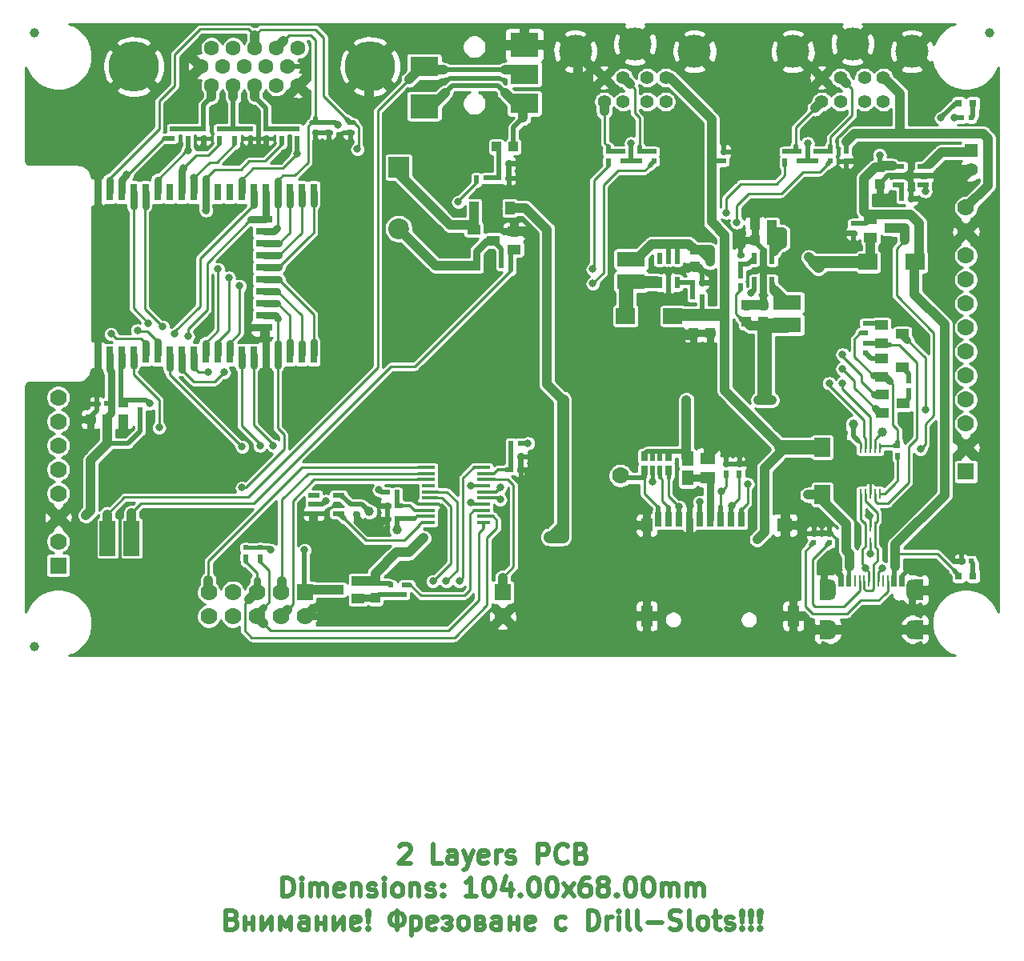
<source format=gbr>
G04 #@! TF.GenerationSoftware,KiCad,Pcbnew,5.1.0-rc2-unknown-036be7d~80~ubuntu16.04.1*
G04 #@! TF.CreationDate,2023-05-31T16:01:49+03:00*
G04 #@! TF.ProjectId,ESP32-SBC-FabGL_Rev_B,45535033-322d-4534-9243-2d466162474c,B*
G04 #@! TF.SameCoordinates,Original*
G04 #@! TF.FileFunction,Copper,L1,Top*
G04 #@! TF.FilePolarity,Positive*
%FSLAX46Y46*%
G04 Gerber Fmt 4.6, Leading zero omitted, Abs format (unit mm)*
G04 Created by KiCad (PCBNEW 5.1.0-rc2-unknown-036be7d~80~ubuntu16.04.1) date 2023-05-31 16:01:49*
%MOMM*%
%LPD*%
G04 APERTURE LIST*
%ADD10C,0.500000*%
%ADD11R,2.999999X2.100000*%
%ADD12R,2.999999X2.500000*%
%ADD13C,1.400000*%
%ADD14R,1.400000X1.400000*%
%ADD15R,2.200000X2.200000*%
%ADD16C,2.200000*%
%ADD17R,1.016000X1.016000*%
%ADD18R,0.500000X0.550000*%
%ADD19C,1.778000*%
%ADD20R,0.800000X0.800000*%
%ADD21R,1.192000X1.746000*%
%ADD22R,1.700000X2.000000*%
%ADD23R,1.746000X1.192000*%
%ADD24R,2.000000X1.700000*%
%ADD25R,1.400000X1.000000*%
%ADD26C,1.000000*%
%ADD27R,3.000000X1.600000*%
%ADD28R,1.270000X1.524000*%
%ADD29R,0.700000X1.600000*%
%ADD30R,1.200000X1.400000*%
%ADD31R,1.600000X1.400000*%
%ADD32R,1.200000X2.200000*%
%ADD33C,3.500000*%
%ADD34C,1.410000*%
%ADD35R,0.550000X0.500000*%
%ADD36R,0.508000X1.016000*%
%ADD37R,0.762000X1.016000*%
%ADD38R,1.524000X1.270000*%
%ADD39R,1.000000X1.400000*%
%ADD40R,1.400000X0.350000*%
%ADD41R,1.200000X0.550000*%
%ADD42R,0.250000X1.000000*%
%ADD43R,0.550000X1.200000*%
%ADD44C,0.700000*%
%ADD45C,1.500000*%
%ADD46R,3.900000X3.900000*%
%ADD47R,0.800000X1.800000*%
%ADD48R,1.800000X0.800000*%
%ADD49R,1.778000X1.778000*%
%ADD50C,1.600000*%
%ADD51C,5.300000*%
%ADD52R,1.651000X3.683000*%
%ADD53R,0.300000X1.150000*%
%ADD54O,1.200000X2.200000*%
%ADD55O,1.300000X2.000000*%
%ADD56R,0.250000X1.150000*%
%ADD57R,1.100000X2.200000*%
%ADD58R,1.100000X2.000000*%
%ADD59C,0.800000*%
%ADD60C,1.524000*%
%ADD61C,1.016000*%
%ADD62C,0.508000*%
%ADD63C,1.270000*%
%ADD64C,0.762000*%
%ADD65C,0.250000*%
%ADD66C,0.254000*%
%ADD67C,0.355600*%
%ADD68C,0.406400*%
G04 APERTURE END LIST*
D10*
X140142857Y-135595238D02*
X140238095Y-135500000D01*
X140428571Y-135404761D01*
X140904761Y-135404761D01*
X141095238Y-135500000D01*
X141190476Y-135595238D01*
X141285714Y-135785714D01*
X141285714Y-135976190D01*
X141190476Y-136261904D01*
X140047619Y-137404761D01*
X141285714Y-137404761D01*
X144619047Y-137404761D02*
X143666666Y-137404761D01*
X143666666Y-135404761D01*
X146142857Y-137404761D02*
X146142857Y-136357142D01*
X146047619Y-136166666D01*
X145857142Y-136071428D01*
X145476190Y-136071428D01*
X145285714Y-136166666D01*
X146142857Y-137309523D02*
X145952380Y-137404761D01*
X145476190Y-137404761D01*
X145285714Y-137309523D01*
X145190476Y-137119047D01*
X145190476Y-136928571D01*
X145285714Y-136738095D01*
X145476190Y-136642857D01*
X145952380Y-136642857D01*
X146142857Y-136547619D01*
X146904761Y-136071428D02*
X147380952Y-137404761D01*
X147857142Y-136071428D02*
X147380952Y-137404761D01*
X147190476Y-137880952D01*
X147095238Y-137976190D01*
X146904761Y-138071428D01*
X149380952Y-137309523D02*
X149190476Y-137404761D01*
X148809523Y-137404761D01*
X148619047Y-137309523D01*
X148523809Y-137119047D01*
X148523809Y-136357142D01*
X148619047Y-136166666D01*
X148809523Y-136071428D01*
X149190476Y-136071428D01*
X149380952Y-136166666D01*
X149476190Y-136357142D01*
X149476190Y-136547619D01*
X148523809Y-136738095D01*
X150333333Y-137404761D02*
X150333333Y-136071428D01*
X150333333Y-136452380D02*
X150428571Y-136261904D01*
X150523809Y-136166666D01*
X150714285Y-136071428D01*
X150904761Y-136071428D01*
X151476190Y-137309523D02*
X151666666Y-137404761D01*
X152047619Y-137404761D01*
X152238095Y-137309523D01*
X152333333Y-137119047D01*
X152333333Y-137023809D01*
X152238095Y-136833333D01*
X152047619Y-136738095D01*
X151761904Y-136738095D01*
X151571428Y-136642857D01*
X151476190Y-136452380D01*
X151476190Y-136357142D01*
X151571428Y-136166666D01*
X151761904Y-136071428D01*
X152047619Y-136071428D01*
X152238095Y-136166666D01*
X154714285Y-137404761D02*
X154714285Y-135404761D01*
X155476190Y-135404761D01*
X155666666Y-135500000D01*
X155761904Y-135595238D01*
X155857142Y-135785714D01*
X155857142Y-136071428D01*
X155761904Y-136261904D01*
X155666666Y-136357142D01*
X155476190Y-136452380D01*
X154714285Y-136452380D01*
X157857142Y-137214285D02*
X157761904Y-137309523D01*
X157476190Y-137404761D01*
X157285714Y-137404761D01*
X157000000Y-137309523D01*
X156809523Y-137119047D01*
X156714285Y-136928571D01*
X156619047Y-136547619D01*
X156619047Y-136261904D01*
X156714285Y-135880952D01*
X156809523Y-135690476D01*
X157000000Y-135500000D01*
X157285714Y-135404761D01*
X157476190Y-135404761D01*
X157761904Y-135500000D01*
X157857142Y-135595238D01*
X159380952Y-136357142D02*
X159666666Y-136452380D01*
X159761904Y-136547619D01*
X159857142Y-136738095D01*
X159857142Y-137023809D01*
X159761904Y-137214285D01*
X159666666Y-137309523D01*
X159476190Y-137404761D01*
X158714285Y-137404761D01*
X158714285Y-135404761D01*
X159380952Y-135404761D01*
X159571428Y-135500000D01*
X159666666Y-135595238D01*
X159761904Y-135785714D01*
X159761904Y-135976190D01*
X159666666Y-136166666D01*
X159571428Y-136261904D01*
X159380952Y-136357142D01*
X158714285Y-136357142D01*
X127761904Y-140904761D02*
X127761904Y-138904761D01*
X128238095Y-138904761D01*
X128523809Y-139000000D01*
X128714285Y-139190476D01*
X128809523Y-139380952D01*
X128904761Y-139761904D01*
X128904761Y-140047619D01*
X128809523Y-140428571D01*
X128714285Y-140619047D01*
X128523809Y-140809523D01*
X128238095Y-140904761D01*
X127761904Y-140904761D01*
X129761904Y-140904761D02*
X129761904Y-139571428D01*
X129761904Y-138904761D02*
X129666666Y-139000000D01*
X129761904Y-139095238D01*
X129857142Y-139000000D01*
X129761904Y-138904761D01*
X129761904Y-139095238D01*
X130714285Y-140904761D02*
X130714285Y-139571428D01*
X130714285Y-139761904D02*
X130809523Y-139666666D01*
X131000000Y-139571428D01*
X131285714Y-139571428D01*
X131476190Y-139666666D01*
X131571428Y-139857142D01*
X131571428Y-140904761D01*
X131571428Y-139857142D02*
X131666666Y-139666666D01*
X131857142Y-139571428D01*
X132142857Y-139571428D01*
X132333333Y-139666666D01*
X132428571Y-139857142D01*
X132428571Y-140904761D01*
X134142857Y-140809523D02*
X133952380Y-140904761D01*
X133571428Y-140904761D01*
X133380952Y-140809523D01*
X133285714Y-140619047D01*
X133285714Y-139857142D01*
X133380952Y-139666666D01*
X133571428Y-139571428D01*
X133952380Y-139571428D01*
X134142857Y-139666666D01*
X134238095Y-139857142D01*
X134238095Y-140047619D01*
X133285714Y-140238095D01*
X135095238Y-139571428D02*
X135095238Y-140904761D01*
X135095238Y-139761904D02*
X135190476Y-139666666D01*
X135380952Y-139571428D01*
X135666666Y-139571428D01*
X135857142Y-139666666D01*
X135952380Y-139857142D01*
X135952380Y-140904761D01*
X136809523Y-140809523D02*
X137000000Y-140904761D01*
X137380952Y-140904761D01*
X137571428Y-140809523D01*
X137666666Y-140619047D01*
X137666666Y-140523809D01*
X137571428Y-140333333D01*
X137380952Y-140238095D01*
X137095238Y-140238095D01*
X136904761Y-140142857D01*
X136809523Y-139952380D01*
X136809523Y-139857142D01*
X136904761Y-139666666D01*
X137095238Y-139571428D01*
X137380952Y-139571428D01*
X137571428Y-139666666D01*
X138523809Y-140904761D02*
X138523809Y-139571428D01*
X138523809Y-138904761D02*
X138428571Y-139000000D01*
X138523809Y-139095238D01*
X138619047Y-139000000D01*
X138523809Y-138904761D01*
X138523809Y-139095238D01*
X139761904Y-140904761D02*
X139571428Y-140809523D01*
X139476190Y-140714285D01*
X139380952Y-140523809D01*
X139380952Y-139952380D01*
X139476190Y-139761904D01*
X139571428Y-139666666D01*
X139761904Y-139571428D01*
X140047619Y-139571428D01*
X140238095Y-139666666D01*
X140333333Y-139761904D01*
X140428571Y-139952380D01*
X140428571Y-140523809D01*
X140333333Y-140714285D01*
X140238095Y-140809523D01*
X140047619Y-140904761D01*
X139761904Y-140904761D01*
X141285714Y-139571428D02*
X141285714Y-140904761D01*
X141285714Y-139761904D02*
X141380952Y-139666666D01*
X141571428Y-139571428D01*
X141857142Y-139571428D01*
X142047619Y-139666666D01*
X142142857Y-139857142D01*
X142142857Y-140904761D01*
X143000000Y-140809523D02*
X143190476Y-140904761D01*
X143571428Y-140904761D01*
X143761904Y-140809523D01*
X143857142Y-140619047D01*
X143857142Y-140523809D01*
X143761904Y-140333333D01*
X143571428Y-140238095D01*
X143285714Y-140238095D01*
X143095238Y-140142857D01*
X143000000Y-139952380D01*
X143000000Y-139857142D01*
X143095238Y-139666666D01*
X143285714Y-139571428D01*
X143571428Y-139571428D01*
X143761904Y-139666666D01*
X144714285Y-140714285D02*
X144809523Y-140809523D01*
X144714285Y-140904761D01*
X144619047Y-140809523D01*
X144714285Y-140714285D01*
X144714285Y-140904761D01*
X144714285Y-139666666D02*
X144809523Y-139761904D01*
X144714285Y-139857142D01*
X144619047Y-139761904D01*
X144714285Y-139666666D01*
X144714285Y-139857142D01*
X148238095Y-140904761D02*
X147095238Y-140904761D01*
X147666666Y-140904761D02*
X147666666Y-138904761D01*
X147476190Y-139190476D01*
X147285714Y-139380952D01*
X147095238Y-139476190D01*
X149476190Y-138904761D02*
X149666666Y-138904761D01*
X149857142Y-139000000D01*
X149952380Y-139095238D01*
X150047619Y-139285714D01*
X150142857Y-139666666D01*
X150142857Y-140142857D01*
X150047619Y-140523809D01*
X149952380Y-140714285D01*
X149857142Y-140809523D01*
X149666666Y-140904761D01*
X149476190Y-140904761D01*
X149285714Y-140809523D01*
X149190476Y-140714285D01*
X149095238Y-140523809D01*
X149000000Y-140142857D01*
X149000000Y-139666666D01*
X149095238Y-139285714D01*
X149190476Y-139095238D01*
X149285714Y-139000000D01*
X149476190Y-138904761D01*
X151857142Y-139571428D02*
X151857142Y-140904761D01*
X151380952Y-138809523D02*
X150904761Y-140238095D01*
X152142857Y-140238095D01*
X152904761Y-140714285D02*
X153000000Y-140809523D01*
X152904761Y-140904761D01*
X152809523Y-140809523D01*
X152904761Y-140714285D01*
X152904761Y-140904761D01*
X154238095Y-138904761D02*
X154428571Y-138904761D01*
X154619047Y-139000000D01*
X154714285Y-139095238D01*
X154809523Y-139285714D01*
X154904761Y-139666666D01*
X154904761Y-140142857D01*
X154809523Y-140523809D01*
X154714285Y-140714285D01*
X154619047Y-140809523D01*
X154428571Y-140904761D01*
X154238095Y-140904761D01*
X154047619Y-140809523D01*
X153952380Y-140714285D01*
X153857142Y-140523809D01*
X153761904Y-140142857D01*
X153761904Y-139666666D01*
X153857142Y-139285714D01*
X153952380Y-139095238D01*
X154047619Y-139000000D01*
X154238095Y-138904761D01*
X156142857Y-138904761D02*
X156333333Y-138904761D01*
X156523809Y-139000000D01*
X156619047Y-139095238D01*
X156714285Y-139285714D01*
X156809523Y-139666666D01*
X156809523Y-140142857D01*
X156714285Y-140523809D01*
X156619047Y-140714285D01*
X156523809Y-140809523D01*
X156333333Y-140904761D01*
X156142857Y-140904761D01*
X155952380Y-140809523D01*
X155857142Y-140714285D01*
X155761904Y-140523809D01*
X155666666Y-140142857D01*
X155666666Y-139666666D01*
X155761904Y-139285714D01*
X155857142Y-139095238D01*
X155952380Y-139000000D01*
X156142857Y-138904761D01*
X157476190Y-140904761D02*
X158523809Y-139571428D01*
X157476190Y-139571428D02*
X158523809Y-140904761D01*
X160142857Y-138904761D02*
X159761904Y-138904761D01*
X159571428Y-139000000D01*
X159476190Y-139095238D01*
X159285714Y-139380952D01*
X159190476Y-139761904D01*
X159190476Y-140523809D01*
X159285714Y-140714285D01*
X159380952Y-140809523D01*
X159571428Y-140904761D01*
X159952380Y-140904761D01*
X160142857Y-140809523D01*
X160238095Y-140714285D01*
X160333333Y-140523809D01*
X160333333Y-140047619D01*
X160238095Y-139857142D01*
X160142857Y-139761904D01*
X159952380Y-139666666D01*
X159571428Y-139666666D01*
X159380952Y-139761904D01*
X159285714Y-139857142D01*
X159190476Y-140047619D01*
X161476190Y-139761904D02*
X161285714Y-139666666D01*
X161190476Y-139571428D01*
X161095238Y-139380952D01*
X161095238Y-139285714D01*
X161190476Y-139095238D01*
X161285714Y-139000000D01*
X161476190Y-138904761D01*
X161857142Y-138904761D01*
X162047619Y-139000000D01*
X162142857Y-139095238D01*
X162238095Y-139285714D01*
X162238095Y-139380952D01*
X162142857Y-139571428D01*
X162047619Y-139666666D01*
X161857142Y-139761904D01*
X161476190Y-139761904D01*
X161285714Y-139857142D01*
X161190476Y-139952380D01*
X161095238Y-140142857D01*
X161095238Y-140523809D01*
X161190476Y-140714285D01*
X161285714Y-140809523D01*
X161476190Y-140904761D01*
X161857142Y-140904761D01*
X162047619Y-140809523D01*
X162142857Y-140714285D01*
X162238095Y-140523809D01*
X162238095Y-140142857D01*
X162142857Y-139952380D01*
X162047619Y-139857142D01*
X161857142Y-139761904D01*
X163095238Y-140714285D02*
X163190476Y-140809523D01*
X163095238Y-140904761D01*
X163000000Y-140809523D01*
X163095238Y-140714285D01*
X163095238Y-140904761D01*
X164428571Y-138904761D02*
X164619047Y-138904761D01*
X164809523Y-139000000D01*
X164904761Y-139095238D01*
X165000000Y-139285714D01*
X165095238Y-139666666D01*
X165095238Y-140142857D01*
X165000000Y-140523809D01*
X164904761Y-140714285D01*
X164809523Y-140809523D01*
X164619047Y-140904761D01*
X164428571Y-140904761D01*
X164238095Y-140809523D01*
X164142857Y-140714285D01*
X164047619Y-140523809D01*
X163952380Y-140142857D01*
X163952380Y-139666666D01*
X164047619Y-139285714D01*
X164142857Y-139095238D01*
X164238095Y-139000000D01*
X164428571Y-138904761D01*
X166333333Y-138904761D02*
X166523809Y-138904761D01*
X166714285Y-139000000D01*
X166809523Y-139095238D01*
X166904761Y-139285714D01*
X167000000Y-139666666D01*
X167000000Y-140142857D01*
X166904761Y-140523809D01*
X166809523Y-140714285D01*
X166714285Y-140809523D01*
X166523809Y-140904761D01*
X166333333Y-140904761D01*
X166142857Y-140809523D01*
X166047619Y-140714285D01*
X165952380Y-140523809D01*
X165857142Y-140142857D01*
X165857142Y-139666666D01*
X165952380Y-139285714D01*
X166047619Y-139095238D01*
X166142857Y-139000000D01*
X166333333Y-138904761D01*
X167857142Y-140904761D02*
X167857142Y-139571428D01*
X167857142Y-139761904D02*
X167952380Y-139666666D01*
X168142857Y-139571428D01*
X168428571Y-139571428D01*
X168619047Y-139666666D01*
X168714285Y-139857142D01*
X168714285Y-140904761D01*
X168714285Y-139857142D02*
X168809523Y-139666666D01*
X169000000Y-139571428D01*
X169285714Y-139571428D01*
X169476190Y-139666666D01*
X169571428Y-139857142D01*
X169571428Y-140904761D01*
X170523809Y-140904761D02*
X170523809Y-139571428D01*
X170523809Y-139761904D02*
X170619047Y-139666666D01*
X170809523Y-139571428D01*
X171095238Y-139571428D01*
X171285714Y-139666666D01*
X171380952Y-139857142D01*
X171380952Y-140904761D01*
X171380952Y-139857142D02*
X171476190Y-139666666D01*
X171666666Y-139571428D01*
X171952380Y-139571428D01*
X172142857Y-139666666D01*
X172238095Y-139857142D01*
X172238095Y-140904761D01*
X122428571Y-143357142D02*
X122714285Y-143452380D01*
X122809523Y-143547619D01*
X122904761Y-143738095D01*
X122904761Y-144023809D01*
X122809523Y-144214285D01*
X122714285Y-144309523D01*
X122523809Y-144404761D01*
X121761904Y-144404761D01*
X121761904Y-142404761D01*
X122428571Y-142404761D01*
X122619047Y-142500000D01*
X122714285Y-142595238D01*
X122809523Y-142785714D01*
X122809523Y-142976190D01*
X122714285Y-143166666D01*
X122619047Y-143261904D01*
X122428571Y-143357142D01*
X121761904Y-143357142D01*
X123761904Y-143738095D02*
X124619047Y-143738095D01*
X123761904Y-143071428D02*
X123761904Y-144404761D01*
X124619047Y-143071428D02*
X124619047Y-144404761D01*
X125571428Y-143071428D02*
X125571428Y-144404761D01*
X126523809Y-143071428D01*
X126523809Y-144404761D01*
X127476190Y-144404761D02*
X127476190Y-143071428D01*
X128047619Y-144119047D01*
X128619047Y-143071428D01*
X128619047Y-144404761D01*
X130428571Y-144404761D02*
X130428571Y-143357142D01*
X130333333Y-143166666D01*
X130142857Y-143071428D01*
X129761904Y-143071428D01*
X129571428Y-143166666D01*
X130428571Y-144309523D02*
X130238095Y-144404761D01*
X129761904Y-144404761D01*
X129571428Y-144309523D01*
X129476190Y-144119047D01*
X129476190Y-143928571D01*
X129571428Y-143738095D01*
X129761904Y-143642857D01*
X130238095Y-143642857D01*
X130428571Y-143547619D01*
X131380952Y-143738095D02*
X132238095Y-143738095D01*
X131380952Y-143071428D02*
X131380952Y-144404761D01*
X132238095Y-143071428D02*
X132238095Y-144404761D01*
X133190476Y-143071428D02*
X133190476Y-144404761D01*
X134142857Y-143071428D01*
X134142857Y-144404761D01*
X135857142Y-144309523D02*
X135666666Y-144404761D01*
X135285714Y-144404761D01*
X135095238Y-144309523D01*
X135000000Y-144119047D01*
X135000000Y-143357142D01*
X135095238Y-143166666D01*
X135285714Y-143071428D01*
X135666666Y-143071428D01*
X135857142Y-143166666D01*
X135952380Y-143357142D01*
X135952380Y-143547619D01*
X135000000Y-143738095D01*
X136809523Y-144214285D02*
X136904761Y-144309523D01*
X136809523Y-144404761D01*
X136714285Y-144309523D01*
X136809523Y-144214285D01*
X136809523Y-144404761D01*
X136809523Y-143642857D02*
X136714285Y-142500000D01*
X136809523Y-142404761D01*
X136904761Y-142500000D01*
X136809523Y-143642857D01*
X136809523Y-142404761D01*
X139857142Y-144404761D02*
X139857142Y-142404761D01*
X139666666Y-142690476D02*
X140047619Y-142690476D01*
X140333333Y-142785714D01*
X140523809Y-142976190D01*
X140619047Y-143166666D01*
X140619047Y-143547619D01*
X140523809Y-143738095D01*
X140333333Y-143928571D01*
X140047619Y-144023809D01*
X139666666Y-144023809D01*
X139380952Y-143928571D01*
X139190476Y-143738095D01*
X139095238Y-143547619D01*
X139095238Y-143166666D01*
X139190476Y-142976190D01*
X139380952Y-142785714D01*
X139666666Y-142690476D01*
X141380952Y-143071428D02*
X141380952Y-145071428D01*
X141380952Y-143166666D02*
X141571428Y-143071428D01*
X141952380Y-143071428D01*
X142142857Y-143166666D01*
X142238095Y-143261904D01*
X142333333Y-143452380D01*
X142333333Y-144023809D01*
X142238095Y-144214285D01*
X142142857Y-144309523D01*
X141952380Y-144404761D01*
X141571428Y-144404761D01*
X141380952Y-144309523D01*
X143952380Y-144309523D02*
X143761904Y-144404761D01*
X143380952Y-144404761D01*
X143190476Y-144309523D01*
X143095238Y-144119047D01*
X143095238Y-143357142D01*
X143190476Y-143166666D01*
X143380952Y-143071428D01*
X143761904Y-143071428D01*
X143952380Y-143166666D01*
X144047619Y-143357142D01*
X144047619Y-143547619D01*
X143095238Y-143738095D01*
X145095238Y-143738095D02*
X145285714Y-143738095D01*
X144714285Y-143166666D02*
X144904761Y-143071428D01*
X145285714Y-143071428D01*
X145476190Y-143166666D01*
X145571428Y-143357142D01*
X145571428Y-143452380D01*
X145476190Y-143642857D01*
X145285714Y-143738095D01*
X145476190Y-143833333D01*
X145571428Y-144023809D01*
X145571428Y-144119047D01*
X145476190Y-144309523D01*
X145285714Y-144404761D01*
X144904761Y-144404761D01*
X144714285Y-144309523D01*
X146714285Y-144404761D02*
X146523809Y-144309523D01*
X146428571Y-144214285D01*
X146333333Y-144023809D01*
X146333333Y-143452380D01*
X146428571Y-143261904D01*
X146523809Y-143166666D01*
X146714285Y-143071428D01*
X147000000Y-143071428D01*
X147190476Y-143166666D01*
X147285714Y-143261904D01*
X147380952Y-143452380D01*
X147380952Y-144023809D01*
X147285714Y-144214285D01*
X147190476Y-144309523D01*
X147000000Y-144404761D01*
X146714285Y-144404761D01*
X148714285Y-143738095D02*
X149000000Y-143833333D01*
X149095238Y-144023809D01*
X149095238Y-144119047D01*
X149000000Y-144309523D01*
X148809523Y-144404761D01*
X148238095Y-144404761D01*
X148238095Y-143071428D01*
X148714285Y-143071428D01*
X148904761Y-143166666D01*
X149000000Y-143357142D01*
X149000000Y-143452380D01*
X148904761Y-143642857D01*
X148714285Y-143738095D01*
X148238095Y-143738095D01*
X150809523Y-144404761D02*
X150809523Y-143357142D01*
X150714285Y-143166666D01*
X150523809Y-143071428D01*
X150142857Y-143071428D01*
X149952380Y-143166666D01*
X150809523Y-144309523D02*
X150619047Y-144404761D01*
X150142857Y-144404761D01*
X149952380Y-144309523D01*
X149857142Y-144119047D01*
X149857142Y-143928571D01*
X149952380Y-143738095D01*
X150142857Y-143642857D01*
X150619047Y-143642857D01*
X150809523Y-143547619D01*
X151761904Y-143738095D02*
X152619047Y-143738095D01*
X151761904Y-143071428D02*
X151761904Y-144404761D01*
X152619047Y-143071428D02*
X152619047Y-144404761D01*
X154333333Y-144309523D02*
X154142857Y-144404761D01*
X153761904Y-144404761D01*
X153571428Y-144309523D01*
X153476190Y-144119047D01*
X153476190Y-143357142D01*
X153571428Y-143166666D01*
X153761904Y-143071428D01*
X154142857Y-143071428D01*
X154333333Y-143166666D01*
X154428571Y-143357142D01*
X154428571Y-143547619D01*
X153476190Y-143738095D01*
X157666666Y-144309523D02*
X157476190Y-144404761D01*
X157095238Y-144404761D01*
X156904761Y-144309523D01*
X156809523Y-144214285D01*
X156714285Y-144023809D01*
X156714285Y-143452380D01*
X156809523Y-143261904D01*
X156904761Y-143166666D01*
X157095238Y-143071428D01*
X157476190Y-143071428D01*
X157666666Y-143166666D01*
X160047619Y-144404761D02*
X160047619Y-142404761D01*
X160523809Y-142404761D01*
X160809523Y-142500000D01*
X161000000Y-142690476D01*
X161095238Y-142880952D01*
X161190476Y-143261904D01*
X161190476Y-143547619D01*
X161095238Y-143928571D01*
X161000000Y-144119047D01*
X160809523Y-144309523D01*
X160523809Y-144404761D01*
X160047619Y-144404761D01*
X162047619Y-144404761D02*
X162047619Y-143071428D01*
X162047619Y-143452380D02*
X162142857Y-143261904D01*
X162238095Y-143166666D01*
X162428571Y-143071428D01*
X162619047Y-143071428D01*
X163285714Y-144404761D02*
X163285714Y-143071428D01*
X163285714Y-142404761D02*
X163190476Y-142500000D01*
X163285714Y-142595238D01*
X163380952Y-142500000D01*
X163285714Y-142404761D01*
X163285714Y-142595238D01*
X164523809Y-144404761D02*
X164333333Y-144309523D01*
X164238095Y-144119047D01*
X164238095Y-142404761D01*
X165571428Y-144404761D02*
X165380952Y-144309523D01*
X165285714Y-144119047D01*
X165285714Y-142404761D01*
X166333333Y-143642857D02*
X167857142Y-143642857D01*
X168714285Y-144309523D02*
X169000000Y-144404761D01*
X169476190Y-144404761D01*
X169666666Y-144309523D01*
X169761904Y-144214285D01*
X169857142Y-144023809D01*
X169857142Y-143833333D01*
X169761904Y-143642857D01*
X169666666Y-143547619D01*
X169476190Y-143452380D01*
X169095238Y-143357142D01*
X168904761Y-143261904D01*
X168809523Y-143166666D01*
X168714285Y-142976190D01*
X168714285Y-142785714D01*
X168809523Y-142595238D01*
X168904761Y-142500000D01*
X169095238Y-142404761D01*
X169571428Y-142404761D01*
X169857142Y-142500000D01*
X171000000Y-144404761D02*
X170809523Y-144309523D01*
X170714285Y-144119047D01*
X170714285Y-142404761D01*
X172047619Y-144404761D02*
X171857142Y-144309523D01*
X171761904Y-144214285D01*
X171666666Y-144023809D01*
X171666666Y-143452380D01*
X171761904Y-143261904D01*
X171857142Y-143166666D01*
X172047619Y-143071428D01*
X172333333Y-143071428D01*
X172523809Y-143166666D01*
X172619047Y-143261904D01*
X172714285Y-143452380D01*
X172714285Y-144023809D01*
X172619047Y-144214285D01*
X172523809Y-144309523D01*
X172333333Y-144404761D01*
X172047619Y-144404761D01*
X173285714Y-143071428D02*
X174047619Y-143071428D01*
X173571428Y-142404761D02*
X173571428Y-144119047D01*
X173666666Y-144309523D01*
X173857142Y-144404761D01*
X174047619Y-144404761D01*
X174619047Y-144309523D02*
X174809523Y-144404761D01*
X175190476Y-144404761D01*
X175380952Y-144309523D01*
X175476190Y-144119047D01*
X175476190Y-144023809D01*
X175380952Y-143833333D01*
X175190476Y-143738095D01*
X174904761Y-143738095D01*
X174714285Y-143642857D01*
X174619047Y-143452380D01*
X174619047Y-143357142D01*
X174714285Y-143166666D01*
X174904761Y-143071428D01*
X175190476Y-143071428D01*
X175380952Y-143166666D01*
X176333333Y-144214285D02*
X176428571Y-144309523D01*
X176333333Y-144404761D01*
X176238095Y-144309523D01*
X176333333Y-144214285D01*
X176333333Y-144404761D01*
X176333333Y-143642857D02*
X176238095Y-142500000D01*
X176333333Y-142404761D01*
X176428571Y-142500000D01*
X176333333Y-143642857D01*
X176333333Y-142404761D01*
X177285714Y-144214285D02*
X177380952Y-144309523D01*
X177285714Y-144404761D01*
X177190476Y-144309523D01*
X177285714Y-144214285D01*
X177285714Y-144404761D01*
X177285714Y-143642857D02*
X177190476Y-142500000D01*
X177285714Y-142404761D01*
X177380952Y-142500000D01*
X177285714Y-143642857D01*
X177285714Y-142404761D01*
X178238095Y-144214285D02*
X178333333Y-144309523D01*
X178238095Y-144404761D01*
X178142857Y-144309523D01*
X178238095Y-144214285D01*
X178238095Y-144404761D01*
X178238095Y-143642857D02*
X178142857Y-142500000D01*
X178238095Y-142404761D01*
X178333333Y-142500000D01*
X178238095Y-143642857D01*
X178238095Y-142404761D01*
D11*
X153300000Y-53900000D03*
X142700000Y-53100000D03*
X153300000Y-57000000D03*
D12*
X142700000Y-57300000D03*
X153300000Y-50800000D03*
D13*
X200538220Y-64000760D03*
D14*
X200535680Y-61971300D03*
D15*
X140000000Y-63750000D03*
D16*
X140000000Y-70250000D03*
D17*
X177673000Y-71501000D03*
X179451000Y-71501000D03*
X171323000Y-74295000D03*
X171323000Y-72517000D03*
X178562000Y-78359000D03*
X178562000Y-80137000D03*
X176784000Y-78359000D03*
X176784000Y-80137000D03*
D18*
X109093000Y-88773000D03*
X108077000Y-88773000D03*
D17*
X110871000Y-90424000D03*
X110871000Y-88646000D03*
D19*
X163449000Y-96393000D03*
D20*
X200762000Y-57000000D03*
X199238000Y-57000000D03*
D21*
X184785000Y-98258000D03*
X184785000Y-93512000D03*
D22*
X184785000Y-93385000D03*
X184785000Y-98385000D03*
D23*
X194524000Y-73787000D03*
X189778000Y-73787000D03*
D24*
X189651000Y-73787000D03*
X194651000Y-73787000D03*
D25*
X189900560Y-69281040D03*
X189900560Y-71183500D03*
X192110360Y-70228460D03*
X135727441Y-109407960D03*
X135727441Y-107505500D03*
X133517641Y-108460540D03*
D26*
X101500000Y-114500000D03*
X101500000Y-49500000D03*
X202500000Y-49500000D03*
D27*
X164592000Y-73476000D03*
X164592000Y-75876000D03*
X181102000Y-80448000D03*
X181102000Y-78048000D03*
D28*
X170561000Y-94615000D03*
X170561000Y-96647000D03*
D29*
X176250000Y-101000000D03*
X175150000Y-101000000D03*
X174050000Y-101000000D03*
X172950000Y-101000000D03*
X171850000Y-101000000D03*
X170750000Y-101000000D03*
X169650000Y-101000000D03*
X168550000Y-101000000D03*
X167450000Y-101000000D03*
D30*
X166250000Y-101630000D03*
D31*
X180850000Y-101630000D03*
D32*
X166250000Y-111230000D03*
X181750000Y-111230000D03*
D33*
X158700000Y-51500000D03*
X165000000Y-50700000D03*
X171300000Y-51500000D03*
D34*
X163730000Y-56810000D03*
X166270000Y-56810000D03*
X168260000Y-56810000D03*
X161740000Y-56810000D03*
X168260000Y-54270000D03*
X161740000Y-54270000D03*
X166270000Y-54270000D03*
X163730000Y-54270000D03*
D33*
X181700000Y-51500000D03*
X188000000Y-50700000D03*
X194300000Y-51500000D03*
D34*
X186730000Y-56810000D03*
X189270000Y-56810000D03*
X191260000Y-56810000D03*
X184740000Y-56810000D03*
X191260000Y-54270000D03*
X184740000Y-54270000D03*
X189270000Y-54270000D03*
X186730000Y-54270000D03*
D20*
X200762000Y-107000000D03*
X199238000Y-107000000D03*
D18*
X199517000Y-105410000D03*
X200533000Y-105410000D03*
D35*
X188087000Y-70739000D03*
X188087000Y-69723000D03*
D18*
X199517000Y-58547000D03*
X200533000Y-58547000D03*
X194183000Y-67056000D03*
X193167000Y-67056000D03*
D35*
X192786000Y-93218000D03*
X192786000Y-94234000D03*
X176149000Y-76327000D03*
X176149000Y-75311000D03*
X176149000Y-73025000D03*
X176149000Y-74041000D03*
D18*
X139827000Y-98171000D03*
X138811000Y-98171000D03*
X138811000Y-99568000D03*
X139827000Y-99568000D03*
X151892000Y-92964000D03*
X152908000Y-92964000D03*
X152908000Y-94361000D03*
X151892000Y-94361000D03*
D35*
X165481000Y-62103000D03*
X165481000Y-63119000D03*
X163703000Y-62103000D03*
X163703000Y-63119000D03*
X167005000Y-63119000D03*
X167005000Y-62103000D03*
X162179000Y-63119000D03*
X162179000Y-62103000D03*
X140589000Y-107950000D03*
X140589000Y-108966000D03*
X139192000Y-108966000D03*
X139192000Y-107950000D03*
X123825000Y-105029000D03*
X123825000Y-104013000D03*
X184150000Y-62103000D03*
X184150000Y-63119000D03*
X182372000Y-62103000D03*
X182372000Y-63119000D03*
X185674000Y-63119000D03*
X185674000Y-62103000D03*
X180848000Y-63119000D03*
X180848000Y-62103000D03*
X125349000Y-105029000D03*
X125349000Y-104013000D03*
D18*
X150876000Y-74167999D03*
X151892000Y-74167999D03*
X151638000Y-63373000D03*
X150622000Y-63373000D03*
D35*
X132588000Y-60071000D03*
X132588000Y-59055000D03*
D18*
X148209000Y-64897000D03*
X149225000Y-64897000D03*
D36*
X166878000Y-94361000D03*
X167640000Y-94361000D03*
X166878000Y-95885000D03*
X167640000Y-95885000D03*
D37*
X165989000Y-94361000D03*
X165989000Y-95885000D03*
X168529000Y-94361000D03*
X168529000Y-95885000D03*
D35*
X124333000Y-59690000D03*
X124333000Y-60706000D03*
X134874000Y-59055000D03*
X134874000Y-60071000D03*
D18*
X139827000Y-100965000D03*
X138811000Y-100965000D03*
D17*
X190881000Y-65532000D03*
X190881000Y-63754000D03*
D18*
X187071000Y-91821000D03*
X188087000Y-91821000D03*
D17*
X177673000Y-69850000D03*
X179451000Y-69850000D03*
X172974000Y-81280000D03*
X172974000Y-79502000D03*
X171196000Y-81280000D03*
X171196000Y-79502000D03*
D18*
X151892000Y-95758000D03*
X152908000Y-95758000D03*
D35*
X174371000Y-62103000D03*
X174371000Y-63119000D03*
D17*
X107442000Y-90424000D03*
X109220000Y-90424000D03*
X137541000Y-109346999D03*
X137541000Y-107568999D03*
D35*
X187325000Y-63119000D03*
X187325000Y-62103000D03*
D17*
X152146000Y-61595000D03*
X150368000Y-61595000D03*
D18*
X151638000Y-64897000D03*
X150622000Y-64897000D03*
D38*
X172720000Y-94615000D03*
X172720000Y-96647000D03*
D23*
X164124000Y-79502000D03*
X168870000Y-79502000D03*
D24*
X168997000Y-79502000D03*
X163997000Y-79502000D03*
D25*
X193378000Y-88773000D03*
X191178000Y-89723000D03*
X191178000Y-87823000D03*
X147955000Y-74168000D03*
X147955000Y-70368000D03*
D39*
X151755000Y-68072000D03*
X147955000Y-68072000D03*
D25*
X152237440Y-72450960D03*
X152237440Y-70548500D03*
X150027640Y-71503540D03*
D18*
X171069000Y-77470000D03*
X172085000Y-77470000D03*
D35*
X189357000Y-80264000D03*
X189357000Y-81280000D03*
D18*
X172085000Y-75946000D03*
X171069000Y-75946000D03*
D40*
X148950000Y-101350000D03*
X148950000Y-100700000D03*
X148950000Y-100050000D03*
X148950000Y-99400000D03*
X148950000Y-98750000D03*
X148950000Y-98100000D03*
X148950000Y-97450000D03*
X148950000Y-96800000D03*
X148950000Y-96150000D03*
X148950000Y-95500000D03*
X143150000Y-95500000D03*
X143150000Y-96150000D03*
X143150000Y-96800000D03*
X143150000Y-97450000D03*
X143150000Y-98100000D03*
X143150000Y-98750000D03*
X143150000Y-99400000D03*
X143150000Y-100050000D03*
X143150000Y-100700000D03*
X143150000Y-101350000D03*
D41*
X195483000Y-65593000D03*
X195483000Y-64643000D03*
X195483000Y-63693000D03*
X192883000Y-65593000D03*
X192883000Y-63693000D03*
D42*
X189865000Y-101806000D03*
X189365000Y-101806000D03*
X190365000Y-101806000D03*
X189365000Y-103426000D03*
X189865000Y-103426000D03*
X190365000Y-103426000D03*
X188865000Y-93485000D03*
X189365000Y-93485000D03*
X189865000Y-93485000D03*
X190365000Y-93485000D03*
X190865000Y-93485000D03*
X190865000Y-98285000D03*
X190365000Y-98285000D03*
X189865000Y-98285000D03*
X189365000Y-98285000D03*
X188865000Y-98285000D03*
D43*
X177612001Y-75976000D03*
X178562001Y-75976000D03*
X179512001Y-75976000D03*
X177612001Y-73376000D03*
X179512001Y-73376000D03*
X167579000Y-75976100D03*
X168529000Y-75976100D03*
X169479000Y-75976100D03*
X169479000Y-73375900D03*
X168529000Y-73375900D03*
X167579000Y-73375900D03*
D44*
X115240000Y-77900000D03*
X116640000Y-77900000D03*
X117340000Y-77200000D03*
X117340000Y-75800000D03*
X116640000Y-75100000D03*
X115240000Y-75100000D03*
X114540000Y-75800000D03*
X114540000Y-77200000D03*
D45*
X115940000Y-76500000D03*
D46*
X115940000Y-76500000D03*
D47*
X108140000Y-66400000D03*
X109410000Y-66400000D03*
X110680000Y-66400000D03*
X111950000Y-66400000D03*
X113220000Y-66400000D03*
X114490000Y-66400000D03*
X115760000Y-66400000D03*
X117030000Y-66400000D03*
X118300000Y-66400000D03*
X119570000Y-66400000D03*
X120840000Y-66400000D03*
X122110000Y-66400000D03*
X123380000Y-66400000D03*
X124650000Y-66400000D03*
D48*
X125800000Y-69285000D03*
X125800000Y-70555000D03*
X125800000Y-71825000D03*
X125800000Y-73095000D03*
X125800000Y-74365000D03*
X125800000Y-75635000D03*
X125800000Y-76905000D03*
X125800000Y-78175000D03*
X125800000Y-79445000D03*
X125800000Y-80715000D03*
D47*
X124650000Y-83600000D03*
X123380000Y-83600000D03*
X122110000Y-83600000D03*
X120840000Y-83600000D03*
X119570000Y-83600000D03*
X118300000Y-83600000D03*
X117030000Y-83600000D03*
X115760000Y-83600000D03*
X114490000Y-83600000D03*
X113220000Y-83600000D03*
X111950000Y-83600000D03*
X110680000Y-83600000D03*
X109410000Y-83600000D03*
X108140000Y-83600000D03*
X129730000Y-83600000D03*
X128460000Y-83600000D03*
X127190000Y-83600000D03*
X125920000Y-83600000D03*
X131000000Y-83600000D03*
X131000000Y-66400000D03*
X125920000Y-66400000D03*
X127190000Y-66400000D03*
X128460000Y-66400000D03*
X129730000Y-66400000D03*
D49*
X130080000Y-108730000D03*
D19*
X130080000Y-111270000D03*
X127540000Y-108730000D03*
X127540000Y-111270000D03*
X125000000Y-108730000D03*
X125000000Y-111270000D03*
X122460000Y-108730000D03*
X122460000Y-111270000D03*
X119920000Y-108730000D03*
X119920000Y-111270000D03*
D35*
X112649000Y-88392000D03*
X112649000Y-89408000D03*
X176022000Y-96139000D03*
X176022000Y-95123000D03*
X174625000Y-96139000D03*
X174625000Y-95123000D03*
X125984000Y-59690000D03*
X125984000Y-60706000D03*
X131191000Y-59055000D03*
X131191000Y-60071000D03*
X119380000Y-59690000D03*
X119380000Y-60706000D03*
D50*
X120220000Y-55090000D03*
X122510000Y-55090000D03*
X124800000Y-55090000D03*
X127090000Y-55090000D03*
X129380000Y-55090000D03*
X119075000Y-53110000D03*
X121365000Y-53110000D03*
X123655000Y-53110000D03*
X125945000Y-53110000D03*
X128235000Y-53110000D03*
X120220000Y-51130000D03*
X122510000Y-51130000D03*
X124800000Y-51130000D03*
X127090000Y-51130000D03*
X129380000Y-51130000D03*
D51*
X136995000Y-53110000D03*
X112005000Y-53110000D03*
D35*
X135509000Y-99441000D03*
X135509000Y-100457000D03*
D49*
X151000000Y-108730000D03*
D19*
X151000000Y-111270000D03*
D41*
X133634000Y-100391000D03*
X133634000Y-98491000D03*
X131034000Y-100391000D03*
X131034000Y-99441000D03*
X131034000Y-98491000D03*
D25*
X191043560Y-80457040D03*
X191043560Y-82359500D03*
X193253360Y-81404460D03*
X193253360Y-84960460D03*
X191043560Y-85915500D03*
X191043560Y-84013040D03*
D35*
X193929000Y-86360000D03*
X193929000Y-87376000D03*
X189357000Y-82423000D03*
X189357000Y-83439000D03*
D19*
X104000000Y-90650000D03*
X104000000Y-88110000D03*
X104000000Y-93190000D03*
X104000000Y-95730000D03*
D49*
X104000000Y-105890000D03*
D19*
X104000000Y-103350000D03*
X104000000Y-100810000D03*
X104000000Y-98270000D03*
X200000000Y-70570000D03*
X200000000Y-68030000D03*
X200000000Y-73110000D03*
X200000000Y-75650000D03*
X200000000Y-80730000D03*
X200000000Y-78190000D03*
X200000000Y-83270000D03*
X200000000Y-85810000D03*
D49*
X200000000Y-95970000D03*
D19*
X200000000Y-93430000D03*
X200000000Y-90890000D03*
X200000000Y-88350000D03*
D52*
X109230000Y-103000000D03*
X111770000Y-103000000D03*
D35*
X183896000Y-102489000D03*
X183896000Y-103505000D03*
X185547000Y-103505000D03*
X185547000Y-102489000D03*
X116078000Y-59690000D03*
X116078000Y-60706000D03*
X117729000Y-60706000D03*
X117729000Y-59690000D03*
X121031000Y-59690000D03*
X121031000Y-60706000D03*
X122682000Y-60706000D03*
X122682000Y-59690000D03*
X127635000Y-59690000D03*
X127635000Y-60706000D03*
X129286000Y-60706000D03*
X129286000Y-59690000D03*
D53*
X193325000Y-107568000D03*
X186675000Y-107568000D03*
X193075000Y-107568000D03*
X186925000Y-107568000D03*
X192525000Y-107568000D03*
X187475000Y-107568000D03*
X192275000Y-107568000D03*
X187725000Y-107568000D03*
D54*
X185680000Y-108470000D03*
D55*
X185680000Y-112650000D03*
X194320000Y-112650000D03*
D54*
X194320000Y-108470000D03*
D56*
X189750000Y-107568000D03*
X190750000Y-107568000D03*
X191250000Y-107568000D03*
X190250000Y-107568000D03*
X191750000Y-107568000D03*
X189250000Y-107568000D03*
X188750000Y-107568000D03*
X188250000Y-107568000D03*
D57*
X185072400Y-108470000D03*
D58*
X185072400Y-112650000D03*
D57*
X194927600Y-108470000D03*
D58*
X194927600Y-112650000D03*
D26*
X177927000Y-103124000D03*
X187325000Y-61087000D03*
D59*
X183261000Y-61214000D03*
D26*
X173101000Y-61087000D03*
D59*
X164592000Y-61214000D03*
D26*
X159004000Y-70866000D03*
X186309000Y-64389000D03*
X178308000Y-68580000D03*
X177038000Y-68580000D03*
X153670000Y-70866000D03*
X159004000Y-79375000D03*
X184023000Y-79375000D03*
X159004000Y-95758000D03*
X180594000Y-95885000D03*
X180594000Y-97155000D03*
X180594000Y-103251000D03*
X180594000Y-104521000D03*
X170688000Y-102870000D03*
X159004000Y-104521000D03*
D59*
X131318000Y-61087000D03*
D26*
X108966000Y-63500000D03*
X108966000Y-68580000D03*
X114046000Y-63500000D03*
X135763000Y-64389000D03*
X144145000Y-64389000D03*
X108331000Y-85852000D03*
X108331000Y-81915000D03*
X107442000Y-91694000D03*
X108331000Y-86995000D03*
X110871000Y-91694000D03*
X114681000Y-93091000D03*
X119380000Y-80899000D03*
X125984000Y-81915000D03*
X124206000Y-80772000D03*
X125984000Y-85344000D03*
X116459000Y-91313000D03*
X107188000Y-102616000D03*
X107188000Y-104013000D03*
D59*
X184785000Y-102489000D03*
X189738000Y-100584000D03*
D26*
X189865000Y-96774000D03*
X185801000Y-106045000D03*
X194310000Y-106045000D03*
X196215000Y-106045000D03*
X185801000Y-104775000D03*
X199517000Y-103759000D03*
X195199000Y-98298000D03*
X192786000Y-100711000D03*
X183896000Y-89027000D03*
X193675000Y-90424000D03*
X197104000Y-76962000D03*
X197104000Y-74422000D03*
X197104000Y-64643000D03*
X177292000Y-94488000D03*
X173482000Y-93472000D03*
X166243000Y-103124000D03*
X178689000Y-113665000D03*
X166116000Y-114046000D03*
X173101000Y-108966000D03*
X178562000Y-74676000D03*
X188595000Y-63119000D03*
X185420000Y-58547000D03*
X190246000Y-58547000D03*
X168529000Y-77470000D03*
X169926000Y-81534000D03*
X166497000Y-81534000D03*
X174752000Y-59690000D03*
X163322000Y-58674000D03*
X176022000Y-81788000D03*
X153797000Y-61087000D03*
X150368000Y-50927000D03*
X144780000Y-67310000D03*
X141732000Y-68707000D03*
X139573000Y-79629000D03*
X144272000Y-76581000D03*
X146431000Y-72644000D03*
X135255000Y-79629000D03*
X137033000Y-102235000D03*
X130810000Y-102235000D03*
X144018000Y-104521000D03*
X126492000Y-102235000D03*
X153543000Y-96774000D03*
X142113000Y-111252000D03*
X143637000Y-111252000D03*
X145034000Y-111252000D03*
X168529000Y-74803000D03*
X160274000Y-108966000D03*
X156210000Y-114046000D03*
X146177000Y-114681000D03*
X138049000Y-114681000D03*
X128905000Y-114681000D03*
X117729000Y-114554000D03*
X110363000Y-114681000D03*
X116205000Y-109601000D03*
X106934000Y-108458000D03*
X117856000Y-104267000D03*
X133985000Y-104267000D03*
X101346000Y-106299000D03*
X101346000Y-96012000D03*
X101473000Y-88138000D03*
X109347000Y-96647000D03*
X119634000Y-97536000D03*
X120396000Y-91948000D03*
X134366000Y-91948000D03*
X142113000Y-91948000D03*
X149352000Y-92202000D03*
X141224000Y-98044000D03*
X135255000Y-98044000D03*
X174244000Y-104521000D03*
X180848000Y-107696000D03*
X189992000Y-114554000D03*
X195961000Y-114554000D03*
X154813000Y-89916000D03*
X159385000Y-90805000D03*
X165100000Y-90805000D03*
X159512000Y-93980000D03*
X174371000Y-90805000D03*
X180086000Y-90678000D03*
X181483000Y-82296000D03*
X187452000Y-98552000D03*
X187452000Y-93853000D03*
X202946000Y-107061000D03*
X202946000Y-99441000D03*
X202819000Y-88265000D03*
X202819000Y-82677000D03*
X202819000Y-75819000D03*
X202692000Y-68072000D03*
X202692000Y-56896000D03*
X195707000Y-56896000D03*
X162941000Y-71501000D03*
X186817000Y-77470000D03*
X162052000Y-81915000D03*
X153035000Y-81915000D03*
X153035000Y-77343000D03*
X157861000Y-73152000D03*
X147828000Y-81915000D03*
X149606000Y-85725000D03*
X150241000Y-79502000D03*
X132969000Y-85598000D03*
X131318000Y-76835000D03*
X133731000Y-70866000D03*
X136398000Y-67945000D03*
X197104000Y-70358000D03*
X187579000Y-65532000D03*
X123698000Y-71882000D03*
X121539000Y-68707000D03*
X116459000Y-68707000D03*
X118745000Y-71755000D03*
X114681000Y-71755000D03*
X108966000Y-72898000D03*
X108839000Y-76962000D03*
X102235000Y-61595000D03*
X102235000Y-56642000D03*
X106045000Y-59563000D03*
X111506000Y-59690000D03*
X116967000Y-57277000D03*
X124079000Y-57658000D03*
X121031000Y-57658000D03*
X128524000Y-57531000D03*
X107950000Y-49403000D03*
X116840000Y-49403000D03*
X134112000Y-49657000D03*
X140208000Y-57150000D03*
X133604000Y-56134000D03*
X142367000Y-49657000D03*
X145669000Y-51562000D03*
X156337000Y-49276000D03*
X157226000Y-57912000D03*
X160782000Y-61214000D03*
X176530000Y-50292000D03*
X178943000Y-56515000D03*
X173609000Y-55372000D03*
X169291000Y-58674000D03*
X150368000Y-104394000D03*
D59*
X119380000Y-61595000D03*
X124333000Y-61595000D03*
X125984000Y-61595000D03*
X127889000Y-62357000D03*
X113665000Y-88773000D03*
X195707000Y-89408000D03*
X176911000Y-97282000D03*
X166878000Y-97028000D03*
X195707000Y-66294000D03*
X198755000Y-58547000D03*
X191135000Y-106172000D03*
X189357000Y-106172000D03*
D26*
X157353000Y-102870000D03*
X188087000Y-90932000D03*
X191135000Y-91821000D03*
X157353000Y-88392000D03*
X157353000Y-89916000D03*
X170434000Y-88392000D03*
X155956000Y-102870000D03*
X178054000Y-88392000D03*
X179451000Y-88392000D03*
X106934000Y-100584000D03*
X136906000Y-100203000D03*
X139827000Y-102108000D03*
X142621000Y-102997000D03*
X193548000Y-71501000D03*
X193548000Y-70231000D03*
D59*
X153670000Y-92964000D03*
X195199000Y-93599000D03*
X183261000Y-98425000D03*
X189865000Y-104648000D03*
D26*
X192532000Y-106045000D03*
X187706000Y-106045000D03*
X192532000Y-104648000D03*
X187706000Y-104648000D03*
D59*
X190881000Y-62459093D03*
X197358000Y-58547000D03*
X137922000Y-97917000D03*
X123444000Y-93345000D03*
X169672000Y-99695000D03*
X147624800Y-97434400D03*
X186944000Y-86614000D03*
X115062000Y-80645000D03*
X185547000Y-86614000D03*
X113538000Y-80264000D03*
X186944000Y-83566000D03*
X117729000Y-81661000D03*
X112395000Y-81026000D03*
X160528000Y-76073000D03*
X121539000Y-85471000D03*
X160528000Y-74549000D03*
X119888000Y-85471000D03*
X175768000Y-69596000D03*
X123190000Y-76327000D03*
X174625000Y-68580000D03*
X122047000Y-75438000D03*
X117729000Y-61976000D03*
X117221000Y-63881000D03*
X135636000Y-61849000D03*
X118364000Y-64897000D03*
X111252000Y-64516000D03*
X119634000Y-68326000D03*
X126746000Y-93218000D03*
X174117000Y-98044000D03*
X150749000Y-97663000D03*
X129286000Y-62357000D03*
X133604000Y-59309000D03*
X120904000Y-74549000D03*
X146304000Y-67437000D03*
D26*
X172974000Y-73787000D03*
X172974000Y-72517000D03*
X180594000Y-70612000D03*
X180594000Y-71882000D03*
X183388000Y-73279000D03*
X184404000Y-74295000D03*
D59*
X177292000Y-77089000D03*
X146431000Y-107569000D03*
X143637000Y-107569000D03*
X145034000Y-107569000D03*
X114681000Y-91313000D03*
X147624800Y-99237800D03*
X109601000Y-81407000D03*
X123444000Y-97663000D03*
X175260000Y-99568000D03*
X132334000Y-99060000D03*
X125349000Y-93218000D03*
X171831000Y-99187000D03*
X150749000Y-98933000D03*
X130048000Y-104267000D03*
X126492000Y-104267000D03*
X186944000Y-85090000D03*
X116332000Y-81407000D03*
D60*
X184785000Y-93385000D02*
X180507000Y-93385000D01*
D61*
X180507000Y-93780447D02*
X180507000Y-93385000D01*
X178689000Y-95598447D02*
X180507000Y-93780447D01*
X178689000Y-102362000D02*
X178689000Y-95598447D01*
X177927000Y-103124000D02*
X178689000Y-102362000D01*
X202329616Y-65700384D02*
X200000000Y-68030000D01*
X193066363Y-60224363D02*
X201829363Y-60224363D01*
X191260000Y-54270000D02*
X191303000Y-54270000D01*
X202329616Y-60724616D02*
X202329616Y-65700384D01*
X201829363Y-60224363D02*
X202329616Y-60724616D01*
X191303000Y-54270000D02*
X193040000Y-56007000D01*
X193040000Y-56007000D02*
X193040000Y-60198000D01*
X193040000Y-60198000D02*
X193066363Y-60224363D01*
X188187637Y-60224363D02*
X187325000Y-61087000D01*
X193066363Y-60224363D02*
X188187637Y-60224363D01*
D62*
X187325000Y-62103000D02*
X187325000Y-61087000D01*
X182372000Y-63119000D02*
X183261000Y-63119000D01*
X183261000Y-63119000D02*
X184150000Y-63119000D01*
X183261000Y-61214000D02*
X183261000Y-63119000D01*
D61*
X173094925Y-65919075D02*
X173101000Y-65913000D01*
X180507000Y-93385000D02*
X174498000Y-87376000D01*
X174498000Y-70956409D02*
X173094925Y-69553334D01*
X173094925Y-69553334D02*
X173094925Y-65919075D01*
X168260000Y-54270000D02*
X168697000Y-54270000D01*
X173101000Y-58674000D02*
X173101000Y-61087000D01*
X168697000Y-54270000D02*
X173101000Y-58674000D01*
D63*
X168870000Y-79502000D02*
X168997000Y-79375000D01*
D61*
X174117000Y-79248000D02*
X173990000Y-79375000D01*
X174498000Y-79248000D02*
X174117000Y-79248000D01*
X174498000Y-87376000D02*
X174498000Y-79248000D01*
X174498000Y-79248000D02*
X174498000Y-70956409D01*
X172339000Y-79502000D02*
X172212000Y-79375000D01*
X172974000Y-79502000D02*
X172339000Y-79502000D01*
D63*
X172212000Y-79375000D02*
X173990000Y-79375000D01*
X168997000Y-79375000D02*
X172212000Y-79375000D01*
D61*
X172085000Y-79502000D02*
X172212000Y-79375000D01*
X171196000Y-79502000D02*
X172085000Y-79502000D01*
D62*
X172212000Y-79375000D02*
X172085000Y-79248000D01*
X172085000Y-79248000D02*
X172085000Y-77470000D01*
X164592000Y-63119000D02*
X164592000Y-61214000D01*
X163703000Y-63119000D02*
X164592000Y-63119000D01*
X164592000Y-63119000D02*
X165481000Y-63119000D01*
X174371000Y-63119000D02*
X173101000Y-63119000D01*
D61*
X173101000Y-63119000D02*
X173101000Y-61087000D01*
X173101000Y-65913000D02*
X173101000Y-63119000D01*
X159004000Y-70866000D02*
X159004000Y-51804000D01*
X159004000Y-51804000D02*
X158700000Y-51500000D01*
X184023000Y-67818000D02*
X184023000Y-66675000D01*
X184023000Y-66675000D02*
X186309000Y-64389000D01*
X178308000Y-68580000D02*
X179070000Y-67818000D01*
X179070000Y-67818000D02*
X184023000Y-67818000D01*
X159004000Y-70866000D02*
X159004000Y-95758000D01*
X180594000Y-99314000D02*
X181102000Y-99822000D01*
X183896000Y-89027000D02*
X186944000Y-92075000D01*
X183007000Y-95885000D02*
X181737000Y-97155000D01*
X181737000Y-97155000D02*
X180594000Y-97155000D01*
X186944000Y-92075000D02*
X186944000Y-94742000D01*
X180594000Y-97155000D02*
X180594000Y-99314000D01*
X186944000Y-94742000D02*
X185801000Y-95885000D01*
X185801000Y-95885000D02*
X183007000Y-95885000D01*
X159004000Y-95758000D02*
X159004000Y-104521000D01*
D62*
X131318000Y-61087000D02*
X131191000Y-60960000D01*
X131191000Y-60960000D02*
X131191000Y-60071000D01*
D64*
X108140000Y-64326000D02*
X108966000Y-63500000D01*
X108140000Y-66400000D02*
X108140000Y-64326000D01*
X108140000Y-67754000D02*
X108966000Y-68580000D01*
X108140000Y-66400000D02*
X108140000Y-67754000D01*
X108140000Y-82106000D02*
X108331000Y-81915000D01*
X108140000Y-83600000D02*
X108140000Y-82106000D01*
X108140000Y-85661000D02*
X108331000Y-85852000D01*
X108140000Y-83600000D02*
X108140000Y-85661000D01*
X107442000Y-90424000D02*
X107442000Y-91694000D01*
D62*
X108077000Y-89535000D02*
X108077000Y-88773000D01*
X107442000Y-90170000D02*
X108077000Y-89535000D01*
X107442000Y-90424000D02*
X107442000Y-90170000D01*
D61*
X108331000Y-86995000D02*
X108331000Y-85852000D01*
X110871000Y-90424000D02*
X110871000Y-91694000D01*
D64*
X124263000Y-80715000D02*
X124206000Y-80772000D01*
X125800000Y-80715000D02*
X124263000Y-80715000D01*
X125984000Y-80899000D02*
X125984000Y-81915000D01*
X125800000Y-80715000D02*
X125984000Y-80899000D01*
X125920000Y-81979000D02*
X125984000Y-81915000D01*
X125920000Y-83600000D02*
X125920000Y-81979000D01*
X125920000Y-85280000D02*
X125920000Y-83600000D01*
X125984000Y-85344000D02*
X125920000Y-85280000D01*
D62*
X128235000Y-53110000D02*
X129897000Y-53110000D01*
D61*
X108331000Y-87503000D02*
X108331000Y-86995000D01*
X104000000Y-100810000D02*
X104146649Y-100810000D01*
X104146649Y-100810000D02*
X105918000Y-99038649D01*
X105918000Y-99038649D02*
X105918000Y-87503000D01*
X105918000Y-87503000D02*
X108331000Y-87503000D01*
D62*
X183896000Y-102489000D02*
X184785000Y-102489000D01*
X184785000Y-102489000D02*
X185547000Y-102489000D01*
D65*
X189865000Y-100711000D02*
X189738000Y-100584000D01*
X189865000Y-101806000D02*
X189865000Y-100711000D01*
X189865000Y-98285000D02*
X189865000Y-96774000D01*
D66*
X193075000Y-107568000D02*
X193075000Y-106899000D01*
X193929000Y-106045000D02*
X194310000Y-106045000D01*
X193075000Y-106899000D02*
X193929000Y-106045000D01*
X193325000Y-107568000D02*
X193325000Y-107030000D01*
D67*
X193325000Y-107030000D02*
X194310000Y-106045000D01*
D66*
X186112891Y-106045000D02*
X185801000Y-106045000D01*
X186925000Y-106857109D02*
X186112891Y-106045000D01*
X186925000Y-107568000D02*
X186925000Y-106857109D01*
X186675000Y-107568000D02*
X186675000Y-107046000D01*
X185801000Y-106172000D02*
X185801000Y-106045000D01*
D68*
X186675000Y-107046000D02*
X185801000Y-106172000D01*
D62*
X199517000Y-105410000D02*
X199517000Y-103759000D01*
D64*
X194320000Y-108470000D02*
X194320000Y-110353000D01*
X185001400Y-107658400D02*
X185001400Y-106524698D01*
X185680000Y-108337000D02*
X185001400Y-107658400D01*
X185680000Y-108470000D02*
X185680000Y-108337000D01*
D67*
X185547000Y-102489000D02*
X185674000Y-102489000D01*
X185674000Y-102489000D02*
X186309000Y-103124000D01*
X186309000Y-103124000D02*
X186309000Y-103632000D01*
D62*
X195483000Y-64643000D02*
X194310000Y-64643000D01*
D61*
X200538220Y-64000760D02*
X197746240Y-64000760D01*
X197746240Y-64000760D02*
X197104000Y-64643000D01*
D62*
X195483000Y-64643000D02*
X197104000Y-64643000D01*
X190881000Y-65532000D02*
X191770000Y-64643000D01*
X191770000Y-64643000D02*
X194310000Y-64643000D01*
X194183000Y-64770000D02*
X194310000Y-64643000D01*
X194183000Y-67056000D02*
X194183000Y-64770000D01*
D61*
X184023000Y-67818000D02*
X184023000Y-70797297D01*
D62*
X184081297Y-70739000D02*
X184023000Y-70797297D01*
X188087000Y-70739000D02*
X184081297Y-70739000D01*
X176657000Y-95123000D02*
X177292000Y-94488000D01*
X176022000Y-95123000D02*
X176657000Y-95123000D01*
D64*
X170750000Y-102808000D02*
X170688000Y-102870000D01*
X170750000Y-101000000D02*
X170750000Y-102808000D01*
D61*
X173482000Y-93472000D02*
X172720000Y-94234000D01*
X172720000Y-94234000D02*
X172720000Y-94615000D01*
X178562000Y-78359000D02*
X176784000Y-78359000D01*
D64*
X178562001Y-74676001D02*
X178562000Y-74676000D01*
X178562001Y-75976000D02*
X178562001Y-74676001D01*
X178562001Y-75976000D02*
X178562001Y-78358999D01*
D61*
X183896000Y-76454000D02*
X183896000Y-89027000D01*
X182028718Y-74586718D02*
X183896000Y-76454000D01*
D64*
X181939436Y-74676000D02*
X182028718Y-74586718D01*
X178562000Y-74676000D02*
X181939436Y-74676000D01*
D62*
X177673000Y-71623053D02*
X177673000Y-71501000D01*
X178562000Y-72512053D02*
X177673000Y-71623053D01*
X178562000Y-74676000D02*
X178562000Y-72512053D01*
D61*
X182028718Y-70955282D02*
X182028718Y-74586718D01*
X182118000Y-70866000D02*
X182028718Y-70955282D01*
X183954297Y-70866000D02*
X182118000Y-70866000D01*
X184023000Y-70797297D02*
X183954297Y-70866000D01*
X177673000Y-68961000D02*
X178054000Y-68580000D01*
X177673000Y-69850000D02*
X177673000Y-68961000D01*
X178054000Y-68580000D02*
X178308000Y-68580000D01*
X177038000Y-68580000D02*
X178054000Y-68580000D01*
D62*
X176149000Y-73025000D02*
X176149000Y-72390000D01*
X187325000Y-63119000D02*
X188595000Y-63119000D01*
D64*
X172974000Y-81280000D02*
X171196000Y-81280000D01*
D62*
X168529000Y-75976100D02*
X168529000Y-77470000D01*
X168529000Y-77470000D02*
X167386000Y-77470000D01*
X166497000Y-78359000D02*
X166497000Y-81534000D01*
X167386000Y-77470000D02*
X166497000Y-78359000D01*
D61*
X170942000Y-81534000D02*
X169926000Y-81534000D01*
X171196000Y-81280000D02*
X170942000Y-81534000D01*
D62*
X172085000Y-74733111D02*
X172085000Y-75946000D01*
D64*
X171646889Y-74295000D02*
X172085000Y-74733111D01*
D62*
X171323000Y-74295000D02*
X171646889Y-74295000D01*
X174371000Y-60071000D02*
X174752000Y-59690000D01*
X174371000Y-62103000D02*
X174371000Y-60071000D01*
D61*
X153352500Y-70548500D02*
X153670000Y-70866000D01*
X152237440Y-70548500D02*
X153352500Y-70548500D01*
D62*
X151638000Y-64897000D02*
X151638000Y-63373000D01*
X151638000Y-63373000D02*
X153162000Y-63373000D01*
X153797000Y-62738000D02*
X153797000Y-61087000D01*
X153162000Y-63373000D02*
X153797000Y-62738000D01*
D61*
X153173000Y-50927000D02*
X150368000Y-50927000D01*
X153300000Y-50800000D02*
X153173000Y-50927000D01*
X136862850Y-63289150D02*
X135763000Y-64389000D01*
X136862850Y-53242150D02*
X136862850Y-63289150D01*
X136995000Y-53110000D02*
X136862850Y-53242150D01*
X104000000Y-100810000D02*
X104112000Y-100810000D01*
X105918000Y-102616000D02*
X107188000Y-102616000D01*
X104112000Y-100810000D02*
X105918000Y-102616000D01*
D62*
X135509000Y-100711000D02*
X137033000Y-102235000D01*
X135509000Y-100457000D02*
X135509000Y-100711000D01*
X138811000Y-99568000D02*
X138811000Y-100965000D01*
X137541000Y-102235000D02*
X137033000Y-102235000D01*
X138811000Y-100965000D02*
X137541000Y-102235000D01*
X130810000Y-100615000D02*
X130810000Y-102235000D01*
X131034000Y-100391000D02*
X130810000Y-100615000D01*
X144653000Y-103886000D02*
X144018000Y-104521000D01*
X144653000Y-99949000D02*
X144653000Y-103886000D01*
X152908000Y-95758000D02*
X152908000Y-94361000D01*
D64*
X142095000Y-111270000D02*
X130080000Y-111270000D01*
X142113000Y-111252000D02*
X142095000Y-111270000D01*
X142113000Y-111252000D02*
X143637000Y-111252000D01*
D62*
X168529000Y-74803000D02*
X168529000Y-75976100D01*
X171069000Y-74295000D02*
X171323000Y-74295000D01*
X168627081Y-74704919D02*
X170659081Y-74704919D01*
X170659081Y-74704919D02*
X171069000Y-74295000D01*
X168529000Y-74803000D02*
X168627081Y-74704919D01*
X153543000Y-95758000D02*
X152908000Y-95758000D01*
X153543000Y-96774000D02*
X153543000Y-95758000D01*
D67*
X142072000Y-99400000D02*
X141605000Y-98933000D01*
X143150000Y-99400000D02*
X142072000Y-99400000D01*
X144653000Y-99800947D02*
X144653000Y-99949000D01*
X144252053Y-99400000D02*
X144653000Y-99800947D01*
X143150000Y-99400000D02*
X144252053Y-99400000D01*
D62*
X170750000Y-101000000D02*
X170750000Y-98741000D01*
X119380000Y-60706000D02*
X119380000Y-61595000D01*
X124333000Y-60706000D02*
X124333000Y-61595000D01*
X125984000Y-60706000D02*
X125984000Y-61595000D01*
X125222000Y-61595000D02*
X125171200Y-61544200D01*
X124333000Y-61595000D02*
X125222000Y-61595000D01*
X125222000Y-61595000D02*
X125984000Y-61595000D01*
X125171200Y-61544200D02*
X125171200Y-59004200D01*
X125171200Y-59004200D02*
X124841000Y-58674000D01*
X110871000Y-88646000D02*
X111125000Y-88392000D01*
X111125000Y-88392000D02*
X112649000Y-88392000D01*
D64*
X110680000Y-83600000D02*
X110680000Y-84772000D01*
D62*
X110680000Y-84772000D02*
X110617000Y-84835000D01*
X110617000Y-84835000D02*
X110617000Y-88392000D01*
X110617000Y-88392000D02*
X110871000Y-88646000D01*
X113284000Y-88392000D02*
X113665000Y-88773000D01*
X112649000Y-88392000D02*
X113284000Y-88392000D01*
D64*
X193253360Y-81404460D02*
X193253360Y-81493360D01*
X193253360Y-81493360D02*
X193802000Y-82042000D01*
D66*
X195707000Y-83947000D02*
X193802000Y-82042000D01*
X195707000Y-89408000D02*
X195707000Y-83947000D01*
D61*
X181102000Y-78048000D02*
X181045000Y-78048000D01*
X181045000Y-78048000D02*
X179832000Y-76835000D01*
D62*
X179512001Y-76896001D02*
X179832000Y-77216000D01*
X179512001Y-75976000D02*
X179512001Y-76896001D01*
X179527200Y-76200000D02*
X179832000Y-76504800D01*
X179527200Y-75991199D02*
X179527200Y-76200000D01*
X179832000Y-76504800D02*
X179832000Y-76835000D01*
X179512001Y-75976000D02*
X179527200Y-75991199D01*
D66*
X176911000Y-99314000D02*
X176911000Y-97282000D01*
X176250000Y-99975000D02*
X176911000Y-99314000D01*
D62*
X176250000Y-101000000D02*
X176250000Y-99975000D01*
D68*
X166878000Y-95885000D02*
X166878000Y-97028000D01*
X167640000Y-95885000D02*
X167640000Y-96520000D01*
D62*
X168550000Y-101000000D02*
X168550000Y-99716000D01*
D66*
X167640000Y-96520000D02*
X167894000Y-96774000D01*
X167894000Y-99060000D02*
X167894000Y-96774000D01*
X168550000Y-99716000D02*
X167894000Y-99060000D01*
D62*
X193253360Y-84960460D02*
X193929000Y-85636100D01*
X193929000Y-85636100D02*
X193929000Y-86360000D01*
X195707000Y-65817000D02*
X195707000Y-66294000D01*
X195483000Y-65593000D02*
X195707000Y-65817000D01*
X199517000Y-58547000D02*
X198755000Y-58547000D01*
D65*
X189250000Y-108351000D02*
X189250000Y-107568000D01*
X190250000Y-107568000D02*
X190250000Y-108392442D01*
X190250000Y-108392442D02*
X190057442Y-108585000D01*
X190057442Y-108585000D02*
X189484000Y-108585000D01*
X189484000Y-108585000D02*
X189250000Y-108351000D01*
X190365000Y-101806000D02*
X190365000Y-102608000D01*
X190365000Y-103426000D02*
X190365000Y-102608000D01*
X190365000Y-101463847D02*
X190365000Y-101806000D01*
X189365000Y-98285000D02*
X189365000Y-99068000D01*
X189365000Y-99068000D02*
X190627000Y-100330000D01*
X190627000Y-100330000D02*
X190627000Y-101201847D01*
X190627000Y-101201847D02*
X190365000Y-101463847D01*
X190250000Y-105795000D02*
X190250000Y-107568000D01*
X190365000Y-103426000D02*
X190365000Y-103878000D01*
X190365000Y-103878000D02*
X190677800Y-104190800D01*
X190677800Y-104190800D02*
X190677800Y-105367200D01*
X190677800Y-105367200D02*
X190250000Y-105795000D01*
X190750000Y-106557000D02*
X191135000Y-106172000D01*
X190750000Y-107568000D02*
X190750000Y-106557000D01*
X189357000Y-106172000D02*
X189750000Y-106565000D01*
X189750000Y-106565000D02*
X189750000Y-107568000D01*
X188865000Y-98285000D02*
X188865000Y-100981000D01*
X189365000Y-101481000D02*
X188865000Y-100981000D01*
X189365000Y-101806000D02*
X189365000Y-101481000D01*
X189365000Y-103426000D02*
X189365000Y-102751000D01*
X189365000Y-101806000D02*
X189365000Y-102751000D01*
D66*
X189357000Y-106172000D02*
X189357000Y-106029480D01*
X189357000Y-106029480D02*
X189072660Y-105745140D01*
D65*
X189365000Y-103426000D02*
X189365000Y-103878000D01*
X189365000Y-103878000D02*
X189072660Y-104170340D01*
X189072660Y-104170340D02*
X189072660Y-105745140D01*
D64*
X109410000Y-85153000D02*
X109410000Y-83600000D01*
X109220000Y-90424000D02*
X109220000Y-90170000D01*
X109220000Y-90170000D02*
X109601000Y-89789000D01*
X109601000Y-85344000D02*
X109410000Y-85153000D01*
D62*
X109474000Y-88773000D02*
X109601000Y-88646000D01*
X109093000Y-88773000D02*
X109474000Y-88773000D01*
D64*
X109601000Y-88646000D02*
X109601000Y-85344000D01*
X109601000Y-89789000D02*
X109601000Y-88646000D01*
D62*
X112649000Y-89408000D02*
X112649000Y-91694000D01*
X111379000Y-92964000D02*
X109220000Y-92964000D01*
X112649000Y-91694000D02*
X111379000Y-92964000D01*
D61*
X109220000Y-92964000D02*
X109220000Y-90424000D01*
D62*
X188087000Y-90932000D02*
X188087000Y-91821000D01*
D65*
X188865000Y-93485000D02*
X188865000Y-92980000D01*
X188865000Y-92980000D02*
X188722000Y-92837000D01*
D62*
X188087000Y-91821000D02*
X188087000Y-92202000D01*
D65*
X190365000Y-92589670D02*
X190562835Y-92391835D01*
X190365000Y-93485000D02*
X190365000Y-92589670D01*
D66*
X190564165Y-92391835D02*
X191135000Y-91821000D01*
X190562835Y-92391835D02*
X190564165Y-92391835D01*
D63*
X157353000Y-89916000D02*
X157353000Y-88392000D01*
D61*
X170434000Y-94488000D02*
X170561000Y-94615000D01*
X170434000Y-93726000D02*
X170434000Y-94488000D01*
X170434000Y-88392000D02*
X170434000Y-93726000D01*
D62*
X170307000Y-93853000D02*
X170434000Y-93726000D01*
X168529000Y-93980000D02*
X168656000Y-93853000D01*
X168529000Y-94361000D02*
X168529000Y-93980000D01*
X168656000Y-93853000D02*
X170307000Y-93853000D01*
X165989000Y-94107000D02*
X166243000Y-93853000D01*
X165989000Y-94361000D02*
X165989000Y-94107000D01*
X166878000Y-94361000D02*
X166878000Y-93980000D01*
X166878000Y-93980000D02*
X167005000Y-93853000D01*
X166243000Y-93853000D02*
X167005000Y-93853000D01*
X167640000Y-93980000D02*
X167767000Y-93853000D01*
X167640000Y-94361000D02*
X167640000Y-93980000D01*
X167767000Y-93853000D02*
X168656000Y-93853000D01*
X167005000Y-93853000D02*
X167767000Y-93853000D01*
D63*
X155956000Y-102870000D02*
X157353000Y-102870000D01*
X156210000Y-102870000D02*
X157353000Y-101727000D01*
X155956000Y-102870000D02*
X156210000Y-102870000D01*
X157353000Y-101727000D02*
X157353000Y-102870000D01*
X157353000Y-89916000D02*
X157353000Y-101727000D01*
D60*
X181102000Y-80448000D02*
X181032000Y-80518000D01*
D61*
X178562000Y-80137000D02*
X178562000Y-80518000D01*
D60*
X181032000Y-80518000D02*
X178562000Y-80518000D01*
D61*
X178689000Y-88392000D02*
X178689000Y-87884000D01*
X179451000Y-88392000D02*
X178689000Y-88392000D01*
X178689000Y-88392000D02*
X178054000Y-88392000D01*
D60*
X178689000Y-80645000D02*
X178562000Y-80518000D01*
X178689000Y-87884000D02*
X178689000Y-80645000D01*
D61*
X176784000Y-80137000D02*
X177165000Y-80518000D01*
X177165000Y-80518000D02*
X178562000Y-80518000D01*
D62*
X176149000Y-76327000D02*
X176149000Y-76708000D01*
D66*
X176149000Y-76708000D02*
X175641000Y-77216000D01*
X175641000Y-77216000D02*
X175641000Y-79248000D01*
D62*
X176784000Y-80137000D02*
X176530000Y-80137000D01*
X176530000Y-80137000D02*
X176149000Y-79756000D01*
D66*
X176149000Y-79756000D02*
X175641000Y-79248000D01*
D61*
X153429816Y-68072000D02*
X151755000Y-68072000D01*
X155702000Y-70344184D02*
X153429816Y-68072000D01*
X155702000Y-86741000D02*
X155702000Y-70344184D01*
X157353000Y-88392000D02*
X155702000Y-86741000D01*
X107442000Y-100076000D02*
X107442000Y-94742000D01*
X106934000Y-100584000D02*
X107442000Y-100076000D01*
X107442000Y-94742000D02*
X109220000Y-92964000D01*
D62*
X136906000Y-100203000D02*
X136144000Y-99441000D01*
X136144000Y-99441000D02*
X135509000Y-99441000D01*
X134908840Y-99441000D02*
X135509000Y-99441000D01*
X133958840Y-98491000D02*
X134908840Y-99441000D01*
X133634000Y-98491000D02*
X133958840Y-98491000D01*
X139827000Y-100965000D02*
X139827000Y-102108000D01*
D67*
X141997000Y-100700000D02*
X141732000Y-100965000D01*
X143150000Y-100700000D02*
X141997000Y-100700000D01*
D62*
X139827000Y-100965000D02*
X141732000Y-100965000D01*
X137795001Y-107823000D02*
X137541000Y-107568999D01*
X139065000Y-107823000D02*
X137795001Y-107823000D01*
X139192000Y-107950000D02*
X139065000Y-107823000D01*
D61*
X137477500Y-107505500D02*
X135727441Y-107505500D01*
X137541000Y-107569000D02*
X137477500Y-107505500D01*
X142621000Y-102997000D02*
X141097000Y-104521000D01*
X141097000Y-104521000D02*
X139754561Y-104521000D01*
X139754561Y-104521000D02*
X137541000Y-106734561D01*
X137541000Y-106734561D02*
X137541000Y-107569000D01*
D62*
X188595000Y-92710000D02*
X188087000Y-92202000D01*
D66*
X188722000Y-92837000D02*
X188595000Y-92710000D01*
D61*
X153300000Y-57000000D02*
X153300000Y-57139000D01*
X153300000Y-57000000D02*
X153162000Y-57138000D01*
X153162000Y-57138000D02*
X153162000Y-58547000D01*
X153300000Y-57000000D02*
X152377000Y-57000000D01*
X152377000Y-57000000D02*
X151257000Y-55880000D01*
D62*
X152146000Y-59563000D02*
X153162000Y-58547000D01*
X152146000Y-61595000D02*
X152146000Y-59563000D01*
D61*
X142700000Y-57300000D02*
X143487000Y-57300000D01*
X143487000Y-57300000D02*
X144907000Y-55880000D01*
D62*
X150495000Y-55118000D02*
X151257000Y-55880000D01*
X145669000Y-55118000D02*
X150495000Y-55118000D01*
X144907000Y-55880000D02*
X145669000Y-55118000D01*
D61*
X109230000Y-103000000D02*
X109230000Y-100467000D01*
X153300000Y-53900000D02*
X152867000Y-53467000D01*
X152867000Y-53467000D02*
X151257000Y-53467000D01*
X142700000Y-53100000D02*
X143067000Y-53467000D01*
X143067000Y-53467000D02*
X144780000Y-53467000D01*
D62*
X144780000Y-53467000D02*
X151257000Y-53467000D01*
D61*
X142700000Y-53100000D02*
X142480000Y-53100000D01*
X142480000Y-53100000D02*
X141097000Y-54483000D01*
D66*
X138557000Y-57023000D02*
X141097000Y-54483000D01*
X109230000Y-100467000D02*
X111018000Y-98679000D01*
X137795000Y-57785000D02*
X138557000Y-57023000D01*
X111018000Y-98679000D02*
X124079000Y-98679000D01*
X124079000Y-98679000D02*
X137795000Y-84963000D01*
X137795000Y-84963000D02*
X137795000Y-57785000D01*
D61*
X193545460Y-70228460D02*
X192110360Y-70228460D01*
X193548000Y-70231000D02*
X193545460Y-70228460D01*
D62*
X153670000Y-92964000D02*
X152908000Y-92964000D01*
D61*
X193548000Y-71501000D02*
X193548000Y-70231000D01*
D66*
X192659000Y-72390000D02*
X193548000Y-71501000D01*
X192659000Y-77343000D02*
X192659000Y-72390000D01*
X195199000Y-93599000D02*
X195707000Y-93091000D01*
X195707000Y-93091000D02*
X195707000Y-90932000D01*
X196596000Y-81280000D02*
X192659000Y-77343000D01*
X195707000Y-90932000D02*
X196596000Y-90043000D01*
X196596000Y-90043000D02*
X196596000Y-81280000D01*
D62*
X196285600Y-62890400D02*
X196697600Y-62890400D01*
X195483000Y-63693000D02*
X196285600Y-62890400D01*
X196519800Y-63423800D02*
X196342000Y-63246000D01*
X196250600Y-63693000D02*
X196519800Y-63423800D01*
X195483000Y-63693000D02*
X196250600Y-63693000D01*
D61*
X197434200Y-62153800D02*
X196342000Y-63246000D01*
X200353180Y-62153800D02*
X197434200Y-62153800D01*
X200535680Y-61971300D02*
X200353180Y-62153800D01*
D62*
X150027640Y-71503540D02*
X150876000Y-72351900D01*
X150876000Y-72351900D02*
X150876000Y-74168000D01*
D64*
X149349460Y-71503540D02*
X150027640Y-71503540D01*
X148244994Y-72608006D02*
X149349460Y-71503540D01*
X148244994Y-73878006D02*
X148244994Y-72608006D01*
X147955000Y-74168000D02*
X148244994Y-73878006D01*
D61*
X147955000Y-74168000D02*
X146837400Y-74168000D01*
X140000000Y-70250000D02*
X140000000Y-70251600D01*
X140000000Y-70251600D02*
X141173200Y-71424800D01*
X143916400Y-74168000D02*
X146837400Y-74168000D01*
X141173200Y-71424800D02*
X143916400Y-74168000D01*
X140000000Y-63750000D02*
X140000000Y-64435000D01*
X145415000Y-69850000D02*
X147955000Y-69850000D01*
X140000000Y-64435000D02*
X145415000Y-69850000D01*
X147955000Y-69850000D02*
X147955000Y-68072000D01*
X147955000Y-70368000D02*
X147955000Y-69850000D01*
X111770000Y-103000000D02*
X111770000Y-100320000D01*
D62*
X152237440Y-72450960D02*
X151892000Y-72796400D01*
X151892000Y-72796400D02*
X151892000Y-74168000D01*
X151892000Y-74167999D02*
X151892000Y-74676000D01*
D66*
X145415000Y-81153000D02*
X151892000Y-74676000D01*
X141732000Y-84836000D02*
X145415000Y-81153000D01*
X111770000Y-100320000D02*
X112776000Y-99314000D01*
X112776000Y-99314000D02*
X124711204Y-99314000D01*
X124711204Y-99314000D02*
X139189204Y-84836000D01*
X139189204Y-84836000D02*
X141732000Y-84836000D01*
D61*
X184745000Y-98425000D02*
X183261000Y-98425000D01*
X184785000Y-98385000D02*
X184745000Y-98425000D01*
D65*
X189865000Y-103426000D02*
X189865000Y-104648000D01*
X192275000Y-106302000D02*
X192532000Y-106045000D01*
D66*
X192275000Y-107568000D02*
X192275000Y-106302000D01*
D65*
X187725000Y-106064000D02*
X187706000Y-106045000D01*
D66*
X187725000Y-107568000D02*
X187725000Y-106064000D01*
D65*
X187475000Y-106276000D02*
X187706000Y-106045000D01*
D66*
X187475000Y-107568000D02*
X187475000Y-106276000D01*
D65*
X192525000Y-106052000D02*
X192532000Y-106045000D01*
D66*
X192525000Y-107568000D02*
X192525000Y-106052000D01*
D61*
X192532000Y-106045000D02*
X192532000Y-104648000D01*
X187706000Y-106045000D02*
X187706000Y-104648000D01*
D62*
X199238000Y-107000000D02*
X199238000Y-106909000D01*
X199238000Y-106909000D02*
X198755000Y-106426000D01*
D66*
X196977000Y-104648000D02*
X192532000Y-104648000D01*
X198755000Y-106426000D02*
X196977000Y-104648000D01*
D61*
X187331763Y-104273763D02*
X187706000Y-104648000D01*
X187331763Y-101483653D02*
X187331763Y-104273763D01*
X184785000Y-98936890D02*
X187331763Y-101483653D01*
X184785000Y-98385000D02*
X184785000Y-98936890D01*
X194524000Y-77176000D02*
X194524000Y-73787000D01*
X192532000Y-104648000D02*
X192532000Y-103632000D01*
X192532000Y-103632000D02*
X197736153Y-98427847D01*
X197736153Y-98427847D02*
X197736153Y-80388153D01*
X197736153Y-80388153D02*
X194524000Y-77176000D01*
X194651000Y-73787000D02*
X195072000Y-73366000D01*
X195072000Y-73366000D02*
X195072000Y-69723000D01*
X195072000Y-69723000D02*
X194137755Y-68788755D01*
D62*
X189900560Y-69088950D02*
X190200755Y-68788755D01*
X189900560Y-69281040D02*
X189900560Y-69088950D01*
D61*
X194137755Y-68788755D02*
X190200755Y-68788755D01*
D62*
X189900560Y-69281040D02*
X189458600Y-69723000D01*
X189458600Y-69723000D02*
X188087000Y-69723000D01*
D61*
X191008000Y-63627000D02*
X192278000Y-63627000D01*
X190881000Y-63754000D02*
X191008000Y-63627000D01*
D62*
X192344000Y-63693000D02*
X192278000Y-63627000D01*
X192883000Y-63693000D02*
X192344000Y-63693000D01*
D61*
X190375732Y-63754000D02*
X190881000Y-63754000D01*
X190200755Y-68788755D02*
X189594339Y-68788755D01*
X189594339Y-68788755D02*
X189230000Y-68424416D01*
X189230000Y-68424416D02*
X189230000Y-64899732D01*
X189230000Y-64899732D02*
X190375732Y-63754000D01*
D62*
X190881000Y-62459093D02*
X190881000Y-63754000D01*
X198905000Y-57000000D02*
X199238000Y-57000000D01*
X197358000Y-58547000D02*
X198905000Y-57000000D01*
X138176000Y-98171000D02*
X137922000Y-97917000D01*
X138811000Y-98171000D02*
X138176000Y-98171000D01*
D64*
X115760000Y-83600000D02*
X115760000Y-85026000D01*
D66*
X115760000Y-85661000D02*
X123444000Y-93345000D01*
X115760000Y-85026000D02*
X115760000Y-85661000D01*
D62*
X169650000Y-99717000D02*
X169672000Y-99695000D01*
X169650000Y-101000000D02*
X169650000Y-99717000D01*
D68*
X168529000Y-95885000D02*
X168529000Y-96647000D01*
D66*
X168529000Y-98552000D02*
X168529000Y-96647000D01*
X169672000Y-99695000D02*
X168529000Y-98552000D01*
D67*
X147640400Y-97450000D02*
X147624800Y-97434400D01*
X148950000Y-97450000D02*
X147640400Y-97450000D01*
D62*
X165989000Y-95885000D02*
X165989000Y-96647000D01*
X167450000Y-101000000D02*
X167450000Y-99759000D01*
D66*
X165989000Y-98298000D02*
X165989000Y-96647000D01*
X167450000Y-99759000D02*
X165989000Y-98298000D01*
D62*
X163703000Y-96647000D02*
X165989000Y-96647000D01*
X163449000Y-96393000D02*
X163703000Y-96647000D01*
X200762000Y-57000000D02*
X200762000Y-58318000D01*
X200762000Y-58318000D02*
X200533000Y-58547000D01*
D64*
X113220000Y-66400000D02*
X113220000Y-67882000D01*
D66*
X113157000Y-67945000D02*
X113220000Y-67882000D01*
X115062000Y-80645000D02*
X113157000Y-78740000D01*
X113157000Y-78740000D02*
X113157000Y-67945000D01*
D65*
X189865000Y-93485000D02*
X189865000Y-90297000D01*
D66*
X186944000Y-87249000D02*
X186944000Y-86614000D01*
X189865000Y-90170000D02*
X186944000Y-87249000D01*
X189865000Y-90297000D02*
X189865000Y-90170000D01*
D65*
X189365000Y-92464000D02*
X189230000Y-92329000D01*
D64*
X111950000Y-66400000D02*
X111950000Y-67882000D01*
D66*
X111950000Y-78676000D02*
X111950000Y-67882000D01*
X113538000Y-80264000D02*
X111950000Y-78676000D01*
D65*
X189365000Y-93485000D02*
X189365000Y-92464000D01*
D66*
X189230000Y-90551000D02*
X189230000Y-92329000D01*
X185547000Y-86868000D02*
X189230000Y-90551000D01*
X185547000Y-86614000D02*
X185547000Y-86868000D01*
D64*
X125800000Y-69285000D02*
X124390000Y-69285000D01*
D66*
X117729000Y-80899000D02*
X117729000Y-81661000D01*
X119761000Y-78867000D02*
X117729000Y-80899000D01*
X119761000Y-73914000D02*
X119761000Y-78867000D01*
X124390000Y-69285000D02*
X119761000Y-73914000D01*
D64*
X125920000Y-66400000D02*
X125920000Y-67628000D01*
X125920000Y-69165000D02*
X125920000Y-67628000D01*
X125800000Y-69285000D02*
X125920000Y-69165000D01*
X191178000Y-87823000D02*
X190312000Y-87823000D01*
D66*
X186944000Y-83709100D02*
X186944000Y-83566000D01*
X188976000Y-85741100D02*
X186944000Y-83709100D01*
X188976000Y-86487000D02*
X188976000Y-85741100D01*
X190312000Y-87823000D02*
X188976000Y-86487000D01*
D64*
X114490000Y-83600000D02*
X114490000Y-82233000D01*
D66*
X113410000Y-81153000D02*
X114490000Y-82233000D01*
X112522000Y-81153000D02*
X113410000Y-81153000D01*
X112395000Y-81026000D02*
X112522000Y-81153000D01*
D64*
X117030000Y-83600000D02*
X117030000Y-85153000D01*
D66*
X118364000Y-86487000D02*
X120523000Y-86487000D01*
X117030000Y-85153000D02*
X118364000Y-86487000D01*
X120523000Y-86487000D02*
X121539000Y-85471000D01*
D62*
X167005000Y-63119000D02*
X166560500Y-63563500D01*
D66*
X161671000Y-74930000D02*
X160528000Y-76073000D01*
X166560500Y-63563500D02*
X165989000Y-64135000D01*
X165989000Y-64135000D02*
X163195000Y-64135000D01*
X163195000Y-64135000D02*
X161671000Y-65659000D01*
X161671000Y-65659000D02*
X161671000Y-74930000D01*
D64*
X118300000Y-83600000D02*
X118300000Y-84907264D01*
D66*
X118863736Y-85471000D02*
X118300000Y-84907264D01*
X119888000Y-85471000D02*
X118863736Y-85471000D01*
D62*
X162179000Y-63119000D02*
X162179000Y-63627000D01*
D66*
X160655000Y-74422000D02*
X160528000Y-74549000D01*
X160655000Y-65151000D02*
X160655000Y-74422000D01*
X162179000Y-63627000D02*
X160655000Y-65151000D01*
D62*
X185674000Y-63119000D02*
X185356500Y-63436500D01*
D66*
X184531000Y-64262000D02*
X185356500Y-63436500D01*
X182753000Y-64262000D02*
X184531000Y-64262000D01*
X175768000Y-69596000D02*
X175768000Y-67818000D01*
X177038000Y-66548000D02*
X180467000Y-66548000D01*
X175768000Y-67818000D02*
X177038000Y-66548000D01*
X180467000Y-66548000D02*
X182753000Y-64262000D01*
D64*
X122110000Y-83600000D02*
X122110000Y-82359000D01*
D66*
X122111000Y-82359000D02*
X122110000Y-82359000D01*
X123190000Y-81280000D02*
X122111000Y-82359000D01*
X123190000Y-76327000D02*
X123190000Y-81280000D01*
X122047000Y-75438000D02*
X122047000Y-81026000D01*
X122047000Y-81026000D02*
X120840000Y-82233000D01*
D62*
X180848000Y-63119000D02*
X180848000Y-63627000D01*
D66*
X180848000Y-64643000D02*
X180848000Y-63627000D01*
X176149000Y-65532000D02*
X179959000Y-65532000D01*
X179959000Y-65532000D02*
X180848000Y-64643000D01*
X174625000Y-68580000D02*
X174625000Y-67056000D01*
X174625000Y-67056000D02*
X176149000Y-65532000D01*
D64*
X120840000Y-83600000D02*
X120840000Y-82359000D01*
D66*
X120840000Y-82233000D02*
X120840000Y-82359000D01*
D64*
X114490000Y-66400000D02*
X114490000Y-65088000D01*
D66*
X117602000Y-61976000D02*
X117729000Y-61976000D01*
X114490000Y-65088000D02*
X117602000Y-61976000D01*
D62*
X117729000Y-60706000D02*
X117729000Y-61976000D01*
D64*
X117221000Y-63881000D02*
X117030000Y-64072000D01*
X117030000Y-64072000D02*
X117030000Y-66400000D01*
D62*
X121031000Y-60706000D02*
X121031000Y-61341000D01*
D66*
X119888000Y-62484000D02*
X118618000Y-62484000D01*
X118618000Y-62484000D02*
X117221000Y-63881000D01*
X121031000Y-61341000D02*
X119888000Y-62484000D01*
D64*
X109410000Y-66400000D02*
X109410000Y-65088000D01*
D61*
X124800000Y-51130000D02*
X124800000Y-49825000D01*
D62*
X134874000Y-59055000D02*
X134493000Y-58674000D01*
D66*
X125465455Y-49159545D02*
X124800000Y-49825000D01*
X134493000Y-58674000D02*
X132080000Y-56261000D01*
X132080000Y-56261000D02*
X132080000Y-50038000D01*
X132080000Y-50038000D02*
X131201545Y-49159545D01*
X131201545Y-49159545D02*
X125465455Y-49159545D01*
D62*
X134874000Y-59055000D02*
X135255000Y-59055000D01*
D66*
X135763000Y-59563000D02*
X135255000Y-59055000D01*
X135763000Y-61722000D02*
X135763000Y-59563000D01*
X135636000Y-61849000D02*
X135763000Y-61722000D01*
X114681000Y-59690000D02*
X109410000Y-64961000D01*
X114681000Y-56769000D02*
X114681000Y-59690000D01*
X124124000Y-49149000D02*
X118999000Y-49149000D01*
X109410000Y-64961000D02*
X109410000Y-65088000D01*
X124800000Y-49825000D02*
X124124000Y-49149000D01*
X118999000Y-49149000D02*
X116332000Y-51816000D01*
X116332000Y-55118000D02*
X114681000Y-56769000D01*
X116332000Y-51816000D02*
X116332000Y-55118000D01*
D64*
X118300000Y-64961000D02*
X118364000Y-64897000D01*
X118300000Y-66400000D02*
X118300000Y-64961000D01*
D62*
X122682000Y-60706000D02*
X122682000Y-61341000D01*
D66*
X120777000Y-63246000D02*
X120015000Y-63246000D01*
X120015000Y-63246000D02*
X118364000Y-64897000D01*
X122682000Y-61341000D02*
X120777000Y-63246000D01*
D64*
X111252000Y-64516000D02*
X110680000Y-65088000D01*
X110680000Y-65088000D02*
X110680000Y-66400000D01*
D66*
X111379000Y-64516000D02*
X111252000Y-64516000D01*
X115189000Y-60706000D02*
X111379000Y-64516000D01*
D62*
X116078000Y-60706000D02*
X115189000Y-60706000D01*
D64*
X119570000Y-68262000D02*
X119634000Y-68326000D01*
X119570000Y-66400000D02*
X119570000Y-68262000D01*
X119570000Y-66400000D02*
X119570000Y-64961000D01*
D62*
X127635000Y-60706000D02*
X127635000Y-61341000D01*
D66*
X125857000Y-63119000D02*
X127635000Y-61341000D01*
X119570000Y-64961000D02*
X120523000Y-64008000D01*
X120523000Y-64008000D02*
X123317000Y-64008000D01*
X124206000Y-63119000D02*
X125857000Y-63119000D01*
X123317000Y-64008000D02*
X124206000Y-63119000D01*
D64*
X124650000Y-83600000D02*
X124650000Y-84772000D01*
D62*
X174050000Y-101000000D02*
X174050000Y-99635000D01*
X174625000Y-96139000D02*
X174625000Y-96520000D01*
D66*
X174625000Y-97536000D02*
X174117000Y-98044000D01*
X174625000Y-96520000D02*
X174625000Y-97536000D01*
X174050000Y-98111000D02*
X174117000Y-98044000D01*
X174050000Y-99635000D02*
X174050000Y-98111000D01*
D67*
X150312000Y-98100000D02*
X150749000Y-97663000D01*
X148950000Y-98100000D02*
X150312000Y-98100000D01*
D66*
X124650000Y-90995000D02*
X124650000Y-84772000D01*
X126746000Y-93091000D02*
X124650000Y-90995000D01*
X126746000Y-93218000D02*
X126746000Y-93091000D01*
D62*
X200762000Y-107000000D02*
X200762000Y-105639000D01*
X200762000Y-105639000D02*
X200533000Y-105410000D01*
D65*
X191750000Y-108605000D02*
X191389000Y-108966000D01*
X191750000Y-107568000D02*
X191750000Y-108605000D01*
D62*
X183896000Y-103505000D02*
X183642000Y-103759000D01*
D66*
X183007000Y-104394000D02*
X183642000Y-103759000D01*
X183769000Y-110998000D02*
X183007000Y-110236000D01*
X183007000Y-110236000D02*
X183007000Y-104394000D01*
X191389000Y-108966000D02*
X190754000Y-109601000D01*
X190754000Y-109601000D02*
X188849000Y-109601000D01*
X187452000Y-110998000D02*
X183769000Y-110998000D01*
X188849000Y-109601000D02*
X187452000Y-110998000D01*
D62*
X192883000Y-65593000D02*
X193167000Y-65877000D01*
X193167000Y-65877000D02*
X193167000Y-67056000D01*
D65*
X188750000Y-108557000D02*
X188341000Y-108966000D01*
X188750000Y-107568000D02*
X188750000Y-108557000D01*
D62*
X185547000Y-103505000D02*
X185293000Y-103759000D01*
D66*
X187071000Y-110236000D02*
X188341000Y-108966000D01*
X183769000Y-105283000D02*
X183769000Y-109982000D01*
X185293000Y-103759000D02*
X183769000Y-105283000D01*
X183769000Y-109982000D02*
X184023000Y-110236000D01*
X184023000Y-110236000D02*
X187071000Y-110236000D01*
D64*
X123380000Y-66400000D02*
X123380000Y-65125761D01*
D66*
X127762000Y-63881000D02*
X129286000Y-62357000D01*
X124624761Y-63881000D02*
X127762000Y-63881000D01*
X123380000Y-65125761D02*
X124624761Y-63881000D01*
D62*
X129286000Y-60706000D02*
X129286000Y-62357000D01*
X132588000Y-59055000D02*
X131191000Y-59055000D01*
X133350000Y-59055000D02*
X132588000Y-59055000D01*
X133604000Y-59309000D02*
X133350000Y-59055000D01*
D61*
X127090000Y-51130000D02*
X127854963Y-50365037D01*
D66*
X127854963Y-50365037D02*
X128436000Y-49784000D01*
X128436000Y-49784000D02*
X130683000Y-49784000D01*
X130683000Y-49784000D02*
X131191000Y-50292000D01*
X131191000Y-50292000D02*
X131191000Y-58547000D01*
D62*
X131191000Y-58547000D02*
X131191000Y-59055000D01*
X131191000Y-59055000D02*
X130810000Y-59055000D01*
D64*
X127190000Y-66400000D02*
X127190000Y-65215000D01*
D66*
X130429000Y-59436000D02*
X130810000Y-59055000D01*
X127190000Y-65215000D02*
X127762000Y-64643000D01*
X127762000Y-64643000D02*
X129032000Y-64643000D01*
X129032000Y-64643000D02*
X130429000Y-63246000D01*
X130429000Y-63246000D02*
X130429000Y-59436000D01*
D64*
X127190000Y-66400000D02*
X127190000Y-67755000D01*
X126821774Y-70555000D02*
X127149087Y-70227687D01*
X125800000Y-70555000D02*
X126821774Y-70555000D01*
D66*
X127254000Y-70122774D02*
X127149087Y-70227687D01*
X127254000Y-67819000D02*
X127254000Y-70122774D01*
X127190000Y-67755000D02*
X127254000Y-67819000D01*
X120904000Y-81026000D02*
X119570000Y-82360000D01*
X120904000Y-74549000D02*
X120904000Y-81026000D01*
D62*
X148209000Y-65405000D02*
X148209000Y-64897000D01*
D66*
X146304000Y-67310000D02*
X148209000Y-65405000D01*
X146304000Y-67437000D02*
X146304000Y-67310000D01*
D64*
X119570000Y-83600000D02*
X119570000Y-82360000D01*
D61*
X189865000Y-73573000D02*
X189651000Y-73787000D01*
X189865000Y-71219060D02*
X189865000Y-73573000D01*
X189900560Y-71183500D02*
X189865000Y-71219060D01*
X180594000Y-70612000D02*
X179451000Y-70612000D01*
X179451000Y-70612000D02*
X179451000Y-71501000D01*
X179451000Y-69850000D02*
X179451000Y-70612000D01*
X180594000Y-71882000D02*
X180213000Y-71501000D01*
X180213000Y-71501000D02*
X179451000Y-71501000D01*
X179451000Y-71501000D02*
X179705000Y-71755000D01*
X179705000Y-71755000D02*
X179705000Y-72644000D01*
D62*
X179512001Y-72836999D02*
X179705000Y-72644000D01*
X179512001Y-73376000D02*
X179512001Y-72836999D01*
D64*
X180467000Y-71882000D02*
X179705000Y-72644000D01*
X180594000Y-71882000D02*
X180467000Y-71882000D01*
D61*
X184404000Y-74295000D02*
X183388000Y-73279000D01*
D63*
X183832500Y-73723500D02*
X184404000Y-74295000D01*
X183896000Y-73787000D02*
X183832500Y-73723500D01*
X189778000Y-73787000D02*
X183896000Y-73787000D01*
D61*
X172974000Y-73533000D02*
X171958000Y-72517000D01*
X172974000Y-73787000D02*
X172974000Y-73533000D01*
X171958000Y-72517000D02*
X171323000Y-72517000D01*
X172974000Y-72517000D02*
X171958000Y-72517000D01*
D62*
X177612001Y-76768999D02*
X177292000Y-77089000D01*
X177612001Y-75976000D02*
X177612001Y-76768999D01*
D61*
X172974000Y-73787000D02*
X172974000Y-72517000D01*
X171323000Y-72517000D02*
X170688000Y-71882000D01*
X165157000Y-73476000D02*
X166751000Y-71882000D01*
X164592000Y-73476000D02*
X165157000Y-73476000D01*
D62*
X169479000Y-72070000D02*
X169291000Y-71882000D01*
X169479000Y-73375900D02*
X169479000Y-72070000D01*
D61*
X170688000Y-71882000D02*
X169291000Y-71882000D01*
D62*
X168529000Y-73375900D02*
X168529000Y-72009000D01*
X168529000Y-72009000D02*
X168656000Y-71882000D01*
D61*
X168656000Y-71882000D02*
X166751000Y-71882000D01*
X169291000Y-71882000D02*
X168656000Y-71882000D01*
X180594000Y-70612000D02*
X180594000Y-71882000D01*
D64*
X135727441Y-109407960D02*
X135788401Y-109347000D01*
X135788401Y-109347000D02*
X137541000Y-109347000D01*
D62*
X137541000Y-109347000D02*
X137922000Y-108966000D01*
X137922000Y-108966000D02*
X139192000Y-108966000D01*
X139192000Y-108966000D02*
X140589000Y-108966000D01*
X149225000Y-64897000D02*
X150622000Y-64897000D01*
X150622000Y-64897000D02*
X150622000Y-63373000D01*
X150368000Y-61595000D02*
X150622000Y-61849000D01*
X150622000Y-61849000D02*
X150622000Y-63373000D01*
D60*
X164084000Y-76384000D02*
X164592000Y-75876000D01*
X164084000Y-79415000D02*
X164084000Y-76384000D01*
X163997000Y-79502000D02*
X164084000Y-79415000D01*
D62*
X167289100Y-75976100D02*
X167189000Y-75876000D01*
X167579000Y-75976100D02*
X167289100Y-75976100D01*
D63*
X164592000Y-75876000D02*
X166221260Y-75876000D01*
X166221260Y-75876000D02*
X167189000Y-75876000D01*
D62*
X166603680Y-76258420D02*
X167558720Y-76258420D01*
X166221260Y-75876000D02*
X166603680Y-76258420D01*
D67*
X143150000Y-96800000D02*
X142012000Y-96800000D01*
D61*
X127540000Y-111270000D02*
X128231500Y-110578500D01*
D66*
X131038000Y-96800000D02*
X142012000Y-96800000D01*
X128808480Y-110001520D02*
X128808480Y-99029520D01*
X128808480Y-99029520D02*
X131038000Y-96800000D01*
X128231500Y-110578500D02*
X128808480Y-110001520D01*
D67*
X148950000Y-96800000D02*
X150215000Y-96800000D01*
D61*
X151000000Y-108730000D02*
X151000000Y-107191000D01*
D66*
X152146000Y-97409000D02*
X152146000Y-106045000D01*
X152146000Y-106045000D02*
X151000000Y-107191000D01*
X151537000Y-96800000D02*
X152146000Y-97409000D01*
X150215000Y-96800000D02*
X151537000Y-96800000D01*
D67*
X143150000Y-96150000D02*
X142102000Y-96150000D01*
D61*
X127540000Y-108730000D02*
X127635000Y-108635000D01*
X127635000Y-108635000D02*
X127635000Y-107569000D01*
D66*
X127635000Y-104521000D02*
X127635000Y-107569000D01*
X127635000Y-98933000D02*
X127635000Y-104521000D01*
X130418000Y-96150000D02*
X127635000Y-98933000D01*
X142102000Y-96150000D02*
X130418000Y-96150000D01*
D65*
X190865000Y-98285000D02*
X191376000Y-98285000D01*
D66*
X191376000Y-98285000D02*
X192405000Y-97256000D01*
D62*
X192786000Y-94234000D02*
X192786000Y-94615000D01*
D66*
X192786000Y-96875000D02*
X192405000Y-97256000D01*
X192786000Y-94615000D02*
X192786000Y-96875000D01*
D62*
X169479000Y-75976100D02*
X169509100Y-75946000D01*
X169509100Y-75946000D02*
X171069000Y-75946000D01*
X171069000Y-75946000D02*
X171069000Y-77470000D01*
X177612001Y-73376000D02*
X176947001Y-74041000D01*
X176947001Y-74041000D02*
X176149000Y-74041000D01*
X176149000Y-75311000D02*
X176149000Y-74168000D01*
X139827000Y-98171000D02*
X139827000Y-99568000D01*
X139827000Y-99568000D02*
X140335000Y-99568000D01*
D67*
X143150000Y-100050000D02*
X141706000Y-100050000D01*
X141224000Y-99568000D02*
X140335000Y-99568000D01*
X141706000Y-100050000D02*
X141224000Y-99568000D01*
D62*
X140589000Y-107950000D02*
X141224000Y-107950000D01*
D67*
X148950000Y-100050000D02*
X147981000Y-100050000D01*
D66*
X141224000Y-107950000D02*
X142367000Y-109093000D01*
X142367000Y-109093000D02*
X146939000Y-109093000D01*
X146939000Y-109093000D02*
X147574000Y-108458000D01*
X147574000Y-100457000D02*
X147981000Y-100050000D01*
X147574000Y-108458000D02*
X147574000Y-100457000D01*
D67*
X148950000Y-100700000D02*
X149976000Y-100700000D01*
D61*
X125000000Y-108730000D02*
X124950000Y-108730000D01*
X124950000Y-108730000D02*
X124206000Y-109474000D01*
D62*
X123825000Y-105029000D02*
X123825000Y-105537000D01*
D64*
X125000000Y-108730000D02*
X125000000Y-107474000D01*
D66*
X125000000Y-106712000D02*
X123825000Y-105537000D01*
X125000000Y-107474000D02*
X125000000Y-106712000D01*
X123728480Y-109951520D02*
X124206000Y-109474000D01*
X123728480Y-112806480D02*
X123728480Y-109951520D01*
X124460000Y-113538000D02*
X123728480Y-112806480D01*
X145923000Y-113538000D02*
X124460000Y-113538000D01*
X149352000Y-110109000D02*
X145923000Y-113538000D01*
X149976000Y-100700000D02*
X150368000Y-101092000D01*
X150368000Y-101092000D02*
X150368000Y-101981000D01*
X150368000Y-101981000D02*
X149352000Y-102997000D01*
X149352000Y-102997000D02*
X149352000Y-110109000D01*
D67*
X148950000Y-101350000D02*
X148950000Y-101971182D01*
D61*
X125000000Y-111270000D02*
X125000000Y-111284000D01*
X125000000Y-111284000D02*
X125730000Y-112014000D01*
D62*
X125000000Y-111270000D02*
X125000000Y-111093000D01*
D64*
X125000000Y-111093000D02*
X125730000Y-110363000D01*
D66*
X125730000Y-110363000D02*
X126271020Y-109821980D01*
X126271020Y-109821980D02*
X126271020Y-106459020D01*
X126271020Y-106459020D02*
X125349000Y-105537000D01*
D62*
X125349000Y-105537000D02*
X125349000Y-105029000D01*
D66*
X126492000Y-112776000D02*
X125730000Y-112014000D01*
X148950000Y-101971182D02*
X148463000Y-102458182D01*
X148463000Y-102458182D02*
X148463000Y-109601000D01*
X145288000Y-112776000D02*
X126492000Y-112776000D01*
X148463000Y-109601000D02*
X145288000Y-112776000D01*
D67*
X148950000Y-95500000D02*
X147959000Y-95500000D01*
D66*
X146812000Y-96647000D02*
X147959000Y-95500000D01*
X146812000Y-107188000D02*
X146812000Y-96647000D01*
X146431000Y-107569000D02*
X146812000Y-107188000D01*
D62*
X133665000Y-100391000D02*
X134239000Y-100965000D01*
X133634000Y-100391000D02*
X133665000Y-100391000D01*
D66*
X136525000Y-103251000D02*
X134239000Y-100965000D01*
X140589000Y-103251000D02*
X136525000Y-103251000D01*
D67*
X142490000Y-101350000D02*
X142240000Y-101600000D01*
X143150000Y-101350000D02*
X142490000Y-101350000D01*
D66*
X142240000Y-101600000D02*
X140589000Y-103251000D01*
D67*
X143150000Y-98750000D02*
X144074000Y-98750000D01*
D66*
X144597000Y-98750000D02*
X144074000Y-98750000D01*
X145542000Y-99695000D02*
X144597000Y-98750000D01*
X145542000Y-105664000D02*
X145542000Y-99695000D01*
X143637000Y-107569000D02*
X145542000Y-105664000D01*
D67*
X143150000Y-98100000D02*
X144201000Y-98100000D01*
D66*
X145090000Y-98100000D02*
X144201000Y-98100000D01*
X146177000Y-99187000D02*
X145090000Y-98100000D01*
X145034000Y-107569000D02*
X146177000Y-106426000D01*
X146177000Y-106426000D02*
X146177000Y-99187000D01*
D67*
X143150000Y-95500000D02*
X142109000Y-95500000D01*
D61*
X119920000Y-108730000D02*
X119888000Y-108698000D01*
X119888000Y-108698000D02*
X119888000Y-107442000D01*
D66*
X119888000Y-105419807D02*
X119888000Y-107442000D01*
X129807807Y-95500000D02*
X119888000Y-105419807D01*
X142109000Y-95500000D02*
X129807807Y-95500000D01*
D64*
X111950000Y-83600000D02*
X111950000Y-84773000D01*
D66*
X111950000Y-85661000D02*
X111950000Y-84773000D01*
X114681000Y-88392000D02*
X111950000Y-85661000D01*
X114681000Y-91313000D02*
X114681000Y-88392000D01*
D67*
X147787000Y-99400000D02*
X147624800Y-99237800D01*
X148950000Y-99400000D02*
X147787000Y-99400000D01*
D64*
X125800000Y-73095000D02*
X127311000Y-73095000D01*
X129730000Y-66400000D02*
X129730000Y-67627000D01*
D66*
X129730000Y-67627000D02*
X129730000Y-69406000D01*
X129730000Y-70676000D02*
X129730000Y-69406000D01*
X127311000Y-73095000D02*
X129730000Y-70676000D01*
D64*
X125800000Y-71825000D02*
X127311000Y-71825000D01*
X128460000Y-66400000D02*
X128460000Y-67755000D01*
D66*
X128460000Y-67755000D02*
X128460000Y-69533000D01*
X128460000Y-70676000D02*
X128460000Y-69533000D01*
X127311000Y-71825000D02*
X128460000Y-70676000D01*
D64*
X125800000Y-74365000D02*
X127324000Y-74365000D01*
X131000000Y-66400000D02*
X131000000Y-67627000D01*
D66*
X130556000Y-71133000D02*
X127324000Y-74365000D01*
X131000000Y-70689000D02*
X130556000Y-71133000D01*
X131000000Y-67627000D02*
X131000000Y-70689000D01*
D64*
X131000000Y-83600000D02*
X131000000Y-82233000D01*
X125800000Y-75635000D02*
X127324000Y-75635000D01*
D66*
X131000000Y-82233000D02*
X131000000Y-80454000D01*
X131000000Y-79311000D02*
X131000000Y-80454000D01*
X127324000Y-75635000D02*
X131000000Y-79311000D01*
D64*
X128460000Y-83600000D02*
X128460000Y-82233000D01*
X125800000Y-78175000D02*
X127184000Y-78175000D01*
D66*
X128460000Y-82233000D02*
X128460000Y-80074000D01*
X128460000Y-79451000D02*
X128460000Y-80074000D01*
X127184000Y-78175000D02*
X128460000Y-79451000D01*
D64*
X129730000Y-83600000D02*
X129730000Y-82360000D01*
X125800000Y-76905000D02*
X127184000Y-76905000D01*
D66*
X129730000Y-82360000D02*
X129730000Y-80581000D01*
X129730000Y-79451000D02*
X129730000Y-80581000D01*
X127184000Y-76905000D02*
X129730000Y-79451000D01*
D64*
X113220000Y-83600000D02*
X113220000Y-82359000D01*
D66*
X112776000Y-81915000D02*
X113220000Y-82359000D01*
X110109000Y-81915000D02*
X112776000Y-81915000D01*
X109601000Y-81407000D02*
X110109000Y-81915000D01*
D67*
X148950000Y-96150000D02*
X150103000Y-96150000D01*
D62*
X151892000Y-94361000D02*
X151892000Y-92964000D01*
X151892000Y-94361000D02*
X151892000Y-95758000D01*
X151892000Y-95758000D02*
X151384000Y-95758000D01*
D67*
X150495000Y-95758000D02*
X151384000Y-95758000D01*
X150103000Y-96150000D02*
X150495000Y-95758000D01*
D64*
X127190000Y-83600000D02*
X127190000Y-84773000D01*
D66*
X127190000Y-91376000D02*
X127190000Y-84773000D01*
X123444000Y-97663000D02*
X123825000Y-97663000D01*
X123825000Y-97663000D02*
X127889000Y-93599000D01*
X127889000Y-93599000D02*
X127889000Y-92075000D01*
X127889000Y-92075000D02*
X127190000Y-91376000D01*
D64*
X127190000Y-83600000D02*
X127190000Y-82360000D01*
X126962428Y-79445000D02*
X127263714Y-79746286D01*
X125800000Y-79445000D02*
X126962428Y-79445000D01*
D66*
X127254000Y-82296000D02*
X127190000Y-82360000D01*
X127254000Y-79756000D02*
X127254000Y-82296000D01*
X127263714Y-79746286D02*
X127254000Y-79756000D01*
D62*
X175150000Y-99678000D02*
X175260000Y-99568000D01*
X175150000Y-101000000D02*
X175150000Y-99678000D01*
X176022000Y-96139000D02*
X176022000Y-96520000D01*
D66*
X176022000Y-96520000D02*
X176022000Y-98806000D01*
X176022000Y-98806000D02*
X175260000Y-99568000D01*
D62*
X131953000Y-99441000D02*
X131034000Y-99441000D01*
X132334000Y-99060000D02*
X131953000Y-99441000D01*
D64*
X123380000Y-83600000D02*
X123380000Y-84772000D01*
D62*
X171850000Y-99206000D02*
X171831000Y-99187000D01*
X171850000Y-101000000D02*
X171850000Y-99206000D01*
D67*
X150566000Y-98750000D02*
X148950000Y-98750000D01*
X150749000Y-98933000D02*
X150566000Y-98750000D01*
D66*
X125349000Y-93091000D02*
X125349000Y-93218000D01*
X123380000Y-91122000D02*
X125349000Y-93091000D01*
X123380000Y-84772000D02*
X123380000Y-91122000D01*
D62*
X163703000Y-62103000D02*
X162179000Y-62103000D01*
X162179000Y-62103000D02*
X162179000Y-61595000D01*
D61*
X161740000Y-56810000D02*
X161740000Y-57854000D01*
D66*
X161798000Y-61214000D02*
X162179000Y-61595000D01*
X161798000Y-57912000D02*
X161798000Y-61214000D01*
X161740000Y-57854000D02*
X161798000Y-57912000D01*
D62*
X165481000Y-62103000D02*
X167005000Y-62103000D01*
D61*
X163730000Y-54270000D02*
X163744000Y-54270000D01*
X163744000Y-54270000D02*
X164465000Y-54991000D01*
D66*
X164465000Y-54991000D02*
X164973000Y-55499000D01*
X164973000Y-55499000D02*
X164973000Y-58039000D01*
D62*
X165481000Y-62103000D02*
X165481000Y-61595000D01*
D66*
X165481000Y-58547000D02*
X164973000Y-58039000D01*
X165481000Y-61595000D02*
X165481000Y-58547000D01*
D62*
X181991000Y-62103000D02*
X181991000Y-61468000D01*
X182372000Y-62103000D02*
X181991000Y-62103000D01*
X181991000Y-62103000D02*
X180848000Y-62103000D01*
D61*
X184740000Y-56810000D02*
X184740000Y-56814000D01*
X184740000Y-56814000D02*
X184023000Y-57531000D01*
D66*
X181991000Y-59563000D02*
X181991000Y-61468000D01*
X184023000Y-57531000D02*
X181991000Y-59563000D01*
D62*
X184150000Y-62103000D02*
X185674000Y-62103000D01*
X185674000Y-62103000D02*
X185674000Y-61468000D01*
D61*
X186730000Y-54270000D02*
X186731000Y-54270000D01*
X186731000Y-54270000D02*
X187325000Y-54864000D01*
D66*
X187325000Y-54864000D02*
X187960000Y-55499000D01*
X187960000Y-55499000D02*
X187960000Y-58293000D01*
X185674000Y-60579000D02*
X185674000Y-61468000D01*
X187960000Y-58293000D02*
X185674000Y-60579000D01*
D62*
X193378000Y-88773000D02*
X193929000Y-88222000D01*
X193929000Y-88222000D02*
X193929000Y-87376000D01*
X191043560Y-84013040D02*
X189931040Y-84013040D01*
X189931040Y-84013040D02*
X189357000Y-83439000D01*
D65*
X190365000Y-98285000D02*
X190365000Y-99052000D01*
X190365000Y-99052000D02*
X190627000Y-99314000D01*
D62*
X191043560Y-82359500D02*
X190980060Y-82423000D01*
X190980060Y-82423000D02*
X189357000Y-82423000D01*
X191043560Y-82359500D02*
X191234060Y-82550000D01*
X191234060Y-82550000D02*
X192024000Y-82550000D01*
D66*
X192913000Y-82550000D02*
X192024000Y-82550000D01*
X194818000Y-84455000D02*
X192913000Y-82550000D01*
X194818000Y-92456000D02*
X194818000Y-84455000D01*
X190627000Y-99314000D02*
X191770000Y-99314000D01*
X193929000Y-93345000D02*
X194818000Y-92456000D01*
X191770000Y-99314000D02*
X193929000Y-97155000D01*
X193929000Y-97155000D02*
X193929000Y-93345000D01*
D62*
X192786000Y-93218000D02*
X192786000Y-92837000D01*
X192786000Y-93218000D02*
X192405000Y-93218000D01*
D65*
X190865000Y-93485000D02*
X190865000Y-93234000D01*
X190881000Y-93218000D02*
X192405000Y-93218000D01*
X190865000Y-93234000D02*
X190881000Y-93218000D01*
D64*
X191043560Y-85915500D02*
X191452500Y-85915500D01*
X191452500Y-85915500D02*
X191897000Y-86360000D01*
D66*
X192278000Y-91059000D02*
X192278000Y-86741000D01*
X192786000Y-91567000D02*
X192278000Y-91059000D01*
X192278000Y-86741000D02*
X191897000Y-86360000D01*
X192786000Y-92837000D02*
X192786000Y-91567000D01*
D64*
X191043560Y-85915500D02*
X190929260Y-85801200D01*
X190929260Y-85801200D02*
X190195200Y-85801200D01*
D62*
X189357000Y-81280000D02*
X188849000Y-81280000D01*
D66*
X188214000Y-81915000D02*
X188214000Y-83820000D01*
X188214000Y-83820000D02*
X190195200Y-85801200D01*
X188849000Y-81280000D02*
X188214000Y-81915000D01*
D64*
X172950000Y-101000000D02*
X172950000Y-97893000D01*
X172950000Y-96877000D02*
X172950000Y-97893000D01*
X172720000Y-96647000D02*
X172950000Y-96877000D01*
X172720000Y-96647000D02*
X171831000Y-96647000D01*
X170561000Y-96647000D02*
X171831000Y-96647000D01*
D61*
X130080000Y-108730000D02*
X130352000Y-108458000D01*
X130352000Y-108458000D02*
X132715000Y-108458000D01*
X132717540Y-108460540D02*
X132715000Y-108458000D01*
X133517641Y-108460540D02*
X132717540Y-108460540D01*
D62*
X130048000Y-108698000D02*
X130048000Y-104267000D01*
X130080000Y-108730000D02*
X130048000Y-108698000D01*
D68*
X123825000Y-104013000D02*
X125349000Y-104013000D01*
X126238000Y-104013000D02*
X126492000Y-104267000D01*
X125349000Y-104013000D02*
X126238000Y-104013000D01*
D62*
X191043560Y-80457040D02*
X190850520Y-80264000D01*
X190850520Y-80264000D02*
X189357000Y-80264000D01*
D61*
X122510000Y-55090000D02*
X122510000Y-56343000D01*
D62*
X121031000Y-59690000D02*
X122682000Y-59690000D01*
X122682000Y-59690000D02*
X124333000Y-59690000D01*
X122510000Y-59518000D02*
X122682000Y-59690000D01*
X122510000Y-56343000D02*
X122510000Y-59518000D01*
D61*
X124800000Y-55090000D02*
X124800000Y-56302000D01*
D62*
X125984000Y-59690000D02*
X127635000Y-59690000D01*
X127635000Y-59690000D02*
X129286000Y-59690000D01*
X125984000Y-57486000D02*
X125984000Y-59690000D01*
X124800000Y-56302000D02*
X125984000Y-57486000D01*
D64*
X124650000Y-66400000D02*
X124650000Y-67755000D01*
D66*
X118999000Y-73406000D02*
X124650000Y-67755000D01*
X118999000Y-78486000D02*
X118999000Y-73406000D01*
X116332000Y-81153000D02*
X118999000Y-78486000D01*
X116332000Y-81407000D02*
X116332000Y-81153000D01*
X188214000Y-86360000D02*
X186944000Y-85090000D01*
X188214000Y-87122000D02*
X188214000Y-86360000D01*
D64*
X190815000Y-89723000D02*
X190373000Y-89281000D01*
X191178000Y-89723000D02*
X190815000Y-89723000D01*
D66*
X190373000Y-89281000D02*
X188214000Y-87122000D01*
D61*
X120220000Y-55090000D02*
X120220000Y-56310000D01*
D62*
X119380000Y-57150000D02*
X120220000Y-56310000D01*
X119380000Y-59690000D02*
X119380000Y-57150000D01*
X116078000Y-59690000D02*
X117729000Y-59690000D01*
X117729000Y-59690000D02*
X119380000Y-59690000D01*
D66*
G36*
X163917500Y-48561870D02*
G01*
X163710154Y-48871339D01*
X165000000Y-50161185D01*
X166289846Y-48871339D01*
X166082500Y-48561870D01*
X166074596Y-48558800D01*
X186924912Y-48558800D01*
X186917500Y-48561870D01*
X186710154Y-48871339D01*
X188000000Y-50161185D01*
X189289846Y-48871339D01*
X189082500Y-48561870D01*
X189074596Y-48558800D01*
X198829983Y-48558800D01*
X198281971Y-48785794D01*
X197687922Y-49182725D01*
X197182725Y-49687922D01*
X196785794Y-50281971D01*
X196581911Y-50774188D01*
X196577329Y-50753558D01*
X196438130Y-50417500D01*
X196128661Y-50210154D01*
X194838815Y-51500000D01*
X196128661Y-52789846D01*
X196420199Y-52594514D01*
X196512383Y-53057957D01*
X196785794Y-53718029D01*
X197182725Y-54312078D01*
X197687922Y-54817275D01*
X198281971Y-55214206D01*
X198942043Y-55487617D01*
X199642772Y-55627000D01*
X200357228Y-55627000D01*
X201057957Y-55487617D01*
X201718029Y-55214206D01*
X202312078Y-54817275D01*
X202817275Y-54312078D01*
X203214206Y-53718029D01*
X203441200Y-53170017D01*
X203441201Y-110829985D01*
X203214206Y-110281971D01*
X202817275Y-109687922D01*
X202312078Y-109182725D01*
X201718029Y-108785794D01*
X201057957Y-108512383D01*
X200357228Y-108373000D01*
X199642772Y-108373000D01*
X198942043Y-108512383D01*
X198281971Y-108785794D01*
X197687922Y-109182725D01*
X197182725Y-109687922D01*
X196785794Y-110281971D01*
X196512383Y-110942043D01*
X196373000Y-111642772D01*
X196373000Y-112357228D01*
X196512383Y-113057957D01*
X196785794Y-113718029D01*
X197182725Y-114312078D01*
X197687922Y-114817275D01*
X198281971Y-115214206D01*
X198829983Y-115441200D01*
X105170017Y-115441200D01*
X105718029Y-115214206D01*
X106312078Y-114817275D01*
X106817275Y-114312078D01*
X107214206Y-113718029D01*
X107487617Y-113057957D01*
X107627000Y-112357228D01*
X107627000Y-111642772D01*
X107487617Y-110942043D01*
X107214206Y-110281971D01*
X106817275Y-109687922D01*
X106312078Y-109182725D01*
X105718029Y-108785794D01*
X105057957Y-108512383D01*
X104357228Y-108373000D01*
X103642772Y-108373000D01*
X102942043Y-108512383D01*
X102281971Y-108785794D01*
X101687922Y-109182725D01*
X101182725Y-109687922D01*
X100785794Y-110281971D01*
X100558800Y-110829983D01*
X100558800Y-105001000D01*
X102677111Y-105001000D01*
X102677111Y-106779000D01*
X102685448Y-106863648D01*
X102710139Y-106945042D01*
X102750234Y-107020056D01*
X102804194Y-107085806D01*
X102869944Y-107139766D01*
X102944958Y-107179861D01*
X103026352Y-107204552D01*
X103111000Y-107212889D01*
X104889000Y-107212889D01*
X104973648Y-107204552D01*
X105055042Y-107179861D01*
X105130056Y-107139766D01*
X105195806Y-107085806D01*
X105249766Y-107020056D01*
X105289861Y-106945042D01*
X105314552Y-106863648D01*
X105322889Y-106779000D01*
X105322889Y-105001000D01*
X105314552Y-104916352D01*
X105289861Y-104834958D01*
X105249766Y-104759944D01*
X105195806Y-104694194D01*
X105130056Y-104640234D01*
X105055042Y-104600139D01*
X104973648Y-104575448D01*
X104889000Y-104567111D01*
X104513052Y-104567111D01*
X104625634Y-104520478D01*
X104841961Y-104375933D01*
X105025933Y-104191961D01*
X105170478Y-103975634D01*
X105270043Y-103735263D01*
X105320800Y-103480087D01*
X105320800Y-103219913D01*
X105270043Y-102964737D01*
X105170478Y-102724366D01*
X105025933Y-102508039D01*
X104841961Y-102324067D01*
X104625634Y-102179522D01*
X104593838Y-102166352D01*
X104663045Y-102011860D01*
X104000000Y-101348815D01*
X103336955Y-102011860D01*
X103406162Y-102166352D01*
X103374366Y-102179522D01*
X103158039Y-102324067D01*
X102974067Y-102508039D01*
X102829522Y-102724366D01*
X102729957Y-102964737D01*
X102679200Y-103219913D01*
X102679200Y-103480087D01*
X102729957Y-103735263D01*
X102829522Y-103975634D01*
X102974067Y-104191961D01*
X103158039Y-104375933D01*
X103374366Y-104520478D01*
X103486948Y-104567111D01*
X103111000Y-104567111D01*
X103026352Y-104575448D01*
X102944958Y-104600139D01*
X102869944Y-104640234D01*
X102804194Y-104694194D01*
X102750234Y-104759944D01*
X102710139Y-104834958D01*
X102685448Y-104916352D01*
X102677111Y-105001000D01*
X100558800Y-105001000D01*
X100558800Y-100834222D01*
X102468818Y-100834222D01*
X102502964Y-101132475D01*
X102576103Y-101373580D01*
X102798140Y-101473045D01*
X103461185Y-100810000D01*
X104538815Y-100810000D01*
X105201860Y-101473045D01*
X105423897Y-101373580D01*
X105506487Y-101084963D01*
X105531182Y-100785778D01*
X105497036Y-100487525D01*
X105423897Y-100246420D01*
X105201860Y-100146955D01*
X104538815Y-100810000D01*
X103461185Y-100810000D01*
X102798140Y-100146955D01*
X102576103Y-100246420D01*
X102493513Y-100535037D01*
X102468818Y-100834222D01*
X100558800Y-100834222D01*
X100558800Y-87979913D01*
X102679200Y-87979913D01*
X102679200Y-88240087D01*
X102729957Y-88495263D01*
X102829522Y-88735634D01*
X102974067Y-88951961D01*
X103158039Y-89135933D01*
X103374366Y-89280478D01*
X103614633Y-89380000D01*
X103374366Y-89479522D01*
X103158039Y-89624067D01*
X102974067Y-89808039D01*
X102829522Y-90024366D01*
X102729957Y-90264737D01*
X102679200Y-90519913D01*
X102679200Y-90780087D01*
X102729957Y-91035263D01*
X102829522Y-91275634D01*
X102974067Y-91491961D01*
X103158039Y-91675933D01*
X103374366Y-91820478D01*
X103614633Y-91920000D01*
X103374366Y-92019522D01*
X103158039Y-92164067D01*
X102974067Y-92348039D01*
X102829522Y-92564366D01*
X102729957Y-92804737D01*
X102679200Y-93059913D01*
X102679200Y-93320087D01*
X102729957Y-93575263D01*
X102829522Y-93815634D01*
X102974067Y-94031961D01*
X103158039Y-94215933D01*
X103374366Y-94360478D01*
X103614633Y-94460000D01*
X103374366Y-94559522D01*
X103158039Y-94704067D01*
X102974067Y-94888039D01*
X102829522Y-95104366D01*
X102729957Y-95344737D01*
X102679200Y-95599913D01*
X102679200Y-95860087D01*
X102729957Y-96115263D01*
X102829522Y-96355634D01*
X102974067Y-96571961D01*
X103158039Y-96755933D01*
X103374366Y-96900478D01*
X103614633Y-97000000D01*
X103374366Y-97099522D01*
X103158039Y-97244067D01*
X102974067Y-97428039D01*
X102829522Y-97644366D01*
X102729957Y-97884737D01*
X102679200Y-98139913D01*
X102679200Y-98400087D01*
X102729957Y-98655263D01*
X102829522Y-98895634D01*
X102974067Y-99111961D01*
X103158039Y-99295933D01*
X103374366Y-99440478D01*
X103406162Y-99453648D01*
X103336955Y-99608140D01*
X104000000Y-100271185D01*
X104663045Y-99608140D01*
X104593838Y-99453648D01*
X104625634Y-99440478D01*
X104841961Y-99295933D01*
X105025933Y-99111961D01*
X105170478Y-98895634D01*
X105270043Y-98655263D01*
X105320800Y-98400087D01*
X105320800Y-98139913D01*
X105270043Y-97884737D01*
X105170478Y-97644366D01*
X105025933Y-97428039D01*
X104841961Y-97244067D01*
X104625634Y-97099522D01*
X104385367Y-97000000D01*
X104625634Y-96900478D01*
X104841961Y-96755933D01*
X105025933Y-96571961D01*
X105170478Y-96355634D01*
X105270043Y-96115263D01*
X105320800Y-95860087D01*
X105320800Y-95599913D01*
X105270043Y-95344737D01*
X105170478Y-95104366D01*
X105025933Y-94888039D01*
X104841961Y-94704067D01*
X104625634Y-94559522D01*
X104385367Y-94460000D01*
X104625634Y-94360478D01*
X104841961Y-94215933D01*
X105025933Y-94031961D01*
X105170478Y-93815634D01*
X105270043Y-93575263D01*
X105320800Y-93320087D01*
X105320800Y-93059913D01*
X105270043Y-92804737D01*
X105170478Y-92564366D01*
X105025933Y-92348039D01*
X104841961Y-92164067D01*
X104625634Y-92019522D01*
X104385367Y-91920000D01*
X104625634Y-91820478D01*
X104841961Y-91675933D01*
X105025933Y-91491961D01*
X105170478Y-91275634D01*
X105270043Y-91035263D01*
X105309529Y-90836750D01*
X106299000Y-90836750D01*
X106299000Y-90994542D01*
X106323403Y-91117223D01*
X106371270Y-91232785D01*
X106440763Y-91336789D01*
X106529211Y-91425237D01*
X106633215Y-91494730D01*
X106748777Y-91542597D01*
X106871458Y-91567000D01*
X107029250Y-91567000D01*
X107188000Y-91408250D01*
X107188000Y-90678000D01*
X106457750Y-90678000D01*
X106299000Y-90836750D01*
X105309529Y-90836750D01*
X105320800Y-90780087D01*
X105320800Y-90519913D01*
X105270043Y-90264737D01*
X105170478Y-90024366D01*
X105025933Y-89808039D01*
X104841961Y-89624067D01*
X104625634Y-89479522D01*
X104385367Y-89380000D01*
X104625634Y-89280478D01*
X104841961Y-89135933D01*
X105025933Y-88951961D01*
X105170478Y-88735634D01*
X105270043Y-88495263D01*
X105281938Y-88435458D01*
X107192000Y-88435458D01*
X107192000Y-88476750D01*
X107350750Y-88635500D01*
X107952000Y-88635500D01*
X107952000Y-88021750D01*
X107793250Y-87863000D01*
X107764458Y-87863000D01*
X107641777Y-87887403D01*
X107526215Y-87935270D01*
X107422211Y-88004763D01*
X107333763Y-88093211D01*
X107264270Y-88197215D01*
X107216403Y-88312777D01*
X107192000Y-88435458D01*
X105281938Y-88435458D01*
X105320800Y-88240087D01*
X105320800Y-87979913D01*
X105270043Y-87724737D01*
X105170478Y-87484366D01*
X105025933Y-87268039D01*
X104841961Y-87084067D01*
X104625634Y-86939522D01*
X104385263Y-86839957D01*
X104130087Y-86789200D01*
X103869913Y-86789200D01*
X103614737Y-86839957D01*
X103374366Y-86939522D01*
X103158039Y-87084067D01*
X102974067Y-87268039D01*
X102829522Y-87484366D01*
X102729957Y-87724737D01*
X102679200Y-87979913D01*
X100558800Y-87979913D01*
X100558800Y-87027330D01*
X100569831Y-86914824D01*
X100594567Y-86832893D01*
X100634748Y-86757325D01*
X100688840Y-86691002D01*
X100754781Y-86636450D01*
X100830064Y-86595745D01*
X100911823Y-86570437D01*
X101022537Y-86558800D01*
X106027444Y-86558800D01*
X106051467Y-86556434D01*
X106057628Y-86556477D01*
X106065393Y-86555715D01*
X106259490Y-86535314D01*
X106309109Y-86525128D01*
X106358850Y-86515640D01*
X106366319Y-86513385D01*
X106552757Y-86455673D01*
X106599445Y-86436047D01*
X106646405Y-86417074D01*
X106653294Y-86413411D01*
X106824971Y-86320586D01*
X106866958Y-86292266D01*
X106909340Y-86264532D01*
X106915377Y-86259608D01*
X106915385Y-86259602D01*
X106915392Y-86259595D01*
X107065764Y-86135196D01*
X107101437Y-86099273D01*
X107137637Y-86063824D01*
X107142610Y-86057812D01*
X107265960Y-85906570D01*
X107293976Y-85864402D01*
X107322602Y-85822596D01*
X107326309Y-85815737D01*
X107326312Y-85815733D01*
X107326314Y-85815729D01*
X107417938Y-85643410D01*
X107437240Y-85596579D01*
X107457190Y-85550034D01*
X107459494Y-85542587D01*
X107459497Y-85542580D01*
X107459498Y-85542573D01*
X107515905Y-85355744D01*
X107525734Y-85306105D01*
X107536273Y-85256523D01*
X107537088Y-85248764D01*
X107550797Y-85108949D01*
X107554777Y-85110597D01*
X107677458Y-85135000D01*
X107781250Y-85135000D01*
X107940000Y-84976250D01*
X107940000Y-84328000D01*
X108340000Y-84328000D01*
X108340000Y-84976250D01*
X108498750Y-85135000D01*
X108595041Y-85135000D01*
X108593268Y-85153000D01*
X108597200Y-85192920D01*
X108597200Y-85192922D01*
X108608961Y-85312336D01*
X108655438Y-85465549D01*
X108730912Y-85606751D01*
X108788201Y-85676558D01*
X108788200Y-88061174D01*
X108731789Y-88004763D01*
X108627785Y-87935270D01*
X108512223Y-87887403D01*
X108389542Y-87863000D01*
X108360750Y-87863000D01*
X108202000Y-88021750D01*
X108202000Y-88635500D01*
X108327000Y-88635500D01*
X108327000Y-88910500D01*
X108202000Y-88910500D01*
X108202000Y-89048000D01*
X107952000Y-89048000D01*
X107952000Y-88910500D01*
X107350750Y-88910500D01*
X107192000Y-89069250D01*
X107192000Y-89110542D01*
X107216403Y-89233223D01*
X107236193Y-89281000D01*
X107060998Y-89281000D01*
X107060998Y-89312748D01*
X107029250Y-89281000D01*
X106871458Y-89281000D01*
X106748777Y-89305403D01*
X106633215Y-89353270D01*
X106529211Y-89422763D01*
X106440763Y-89511211D01*
X106371270Y-89615215D01*
X106323403Y-89730777D01*
X106299000Y-89853458D01*
X106299000Y-90011250D01*
X106457750Y-90170000D01*
X107188000Y-90170000D01*
X107188000Y-90023000D01*
X107696000Y-90023000D01*
X107696000Y-90170000D01*
X107843000Y-90170000D01*
X107843000Y-90678000D01*
X107696000Y-90678000D01*
X107696000Y-91408250D01*
X107854750Y-91567000D01*
X108012542Y-91567000D01*
X108135223Y-91542597D01*
X108250785Y-91494730D01*
X108280201Y-91475075D01*
X108280200Y-92574722D01*
X106810110Y-94044814D01*
X106774247Y-94074246D01*
X106738535Y-94117761D01*
X106656804Y-94217349D01*
X106569538Y-94380614D01*
X106515799Y-94557767D01*
X106497654Y-94742000D01*
X106502201Y-94788167D01*
X106502200Y-99686723D01*
X106236817Y-99952107D01*
X106148804Y-100059349D01*
X106061538Y-100222614D01*
X106007799Y-100399767D01*
X105989654Y-100584000D01*
X106007799Y-100768233D01*
X106061538Y-100945386D01*
X106148804Y-101108651D01*
X106266246Y-101251754D01*
X106409349Y-101369196D01*
X106572614Y-101456462D01*
X106749767Y-101510201D01*
X106934000Y-101528346D01*
X107118233Y-101510201D01*
X107295386Y-101456462D01*
X107458651Y-101369196D01*
X107565893Y-101281183D01*
X108073890Y-100773187D01*
X108109754Y-100743754D01*
X108227196Y-100600651D01*
X108290201Y-100482777D01*
X108290201Y-100741943D01*
X108238458Y-100757639D01*
X108163444Y-100797734D01*
X108097694Y-100851694D01*
X108043734Y-100917444D01*
X108003639Y-100992458D01*
X107978948Y-101073852D01*
X107970611Y-101158500D01*
X107970611Y-104841500D01*
X107978948Y-104926148D01*
X108003639Y-105007542D01*
X108043734Y-105082556D01*
X108097694Y-105148306D01*
X108163444Y-105202266D01*
X108238458Y-105242361D01*
X108319852Y-105267052D01*
X108404500Y-105275389D01*
X110055500Y-105275389D01*
X110140148Y-105267052D01*
X110221542Y-105242361D01*
X110296556Y-105202266D01*
X110362306Y-105148306D01*
X110416266Y-105082556D01*
X110456361Y-105007542D01*
X110481052Y-104926148D01*
X110489389Y-104841500D01*
X110489389Y-101158500D01*
X110481052Y-101073852D01*
X110456361Y-100992458D01*
X110416266Y-100917444D01*
X110362306Y-100851694D01*
X110296556Y-100797734D01*
X110221542Y-100757639D01*
X110169800Y-100741943D01*
X110169800Y-100420833D01*
X110160532Y-100326730D01*
X111249463Y-99237800D01*
X112061937Y-99237800D01*
X111910269Y-99389468D01*
X111770000Y-99375653D01*
X111585768Y-99393798D01*
X111408615Y-99447537D01*
X111245350Y-99534804D01*
X111102247Y-99652246D01*
X110984805Y-99795349D01*
X110897538Y-99958614D01*
X110843799Y-100135767D01*
X110830201Y-100273833D01*
X110830201Y-100741943D01*
X110778458Y-100757639D01*
X110703444Y-100797734D01*
X110637694Y-100851694D01*
X110583734Y-100917444D01*
X110543639Y-100992458D01*
X110518948Y-101073852D01*
X110510611Y-101158500D01*
X110510611Y-104841500D01*
X110518948Y-104926148D01*
X110543639Y-105007542D01*
X110583734Y-105082556D01*
X110637694Y-105148306D01*
X110703444Y-105202266D01*
X110778458Y-105242361D01*
X110859852Y-105267052D01*
X110944500Y-105275389D01*
X112595500Y-105275389D01*
X112680148Y-105267052D01*
X112761542Y-105242361D01*
X112836556Y-105202266D01*
X112902306Y-105148306D01*
X112956266Y-105082556D01*
X112996361Y-105007542D01*
X113021052Y-104926148D01*
X113029389Y-104841500D01*
X113029389Y-101158500D01*
X113021052Y-101073852D01*
X112996361Y-100992458D01*
X112956266Y-100917444D01*
X112902306Y-100851694D01*
X112836556Y-100797734D01*
X112761542Y-100757639D01*
X112709800Y-100741943D01*
X112709800Y-100273833D01*
X112700532Y-100179731D01*
X113007463Y-99872800D01*
X124644744Y-99872800D01*
X119512281Y-105005264D01*
X119490957Y-105022764D01*
X119421127Y-105107853D01*
X119369239Y-105204930D01*
X119337286Y-105310264D01*
X119330882Y-105375286D01*
X119326497Y-105419807D01*
X119329200Y-105447249D01*
X119329201Y-106684830D01*
X119220247Y-106774246D01*
X119102805Y-106917349D01*
X119015538Y-107080614D01*
X118961799Y-107257767D01*
X118948201Y-107395833D01*
X118948201Y-107833905D01*
X118894067Y-107888039D01*
X118749522Y-108104366D01*
X118649957Y-108344737D01*
X118599200Y-108599913D01*
X118599200Y-108860087D01*
X118649957Y-109115263D01*
X118749522Y-109355634D01*
X118894067Y-109571961D01*
X119078039Y-109755933D01*
X119294366Y-109900478D01*
X119534633Y-110000000D01*
X119294366Y-110099522D01*
X119078039Y-110244067D01*
X118894067Y-110428039D01*
X118749522Y-110644366D01*
X118649957Y-110884737D01*
X118599200Y-111139913D01*
X118599200Y-111400087D01*
X118649957Y-111655263D01*
X118749522Y-111895634D01*
X118894067Y-112111961D01*
X119078039Y-112295933D01*
X119294366Y-112440478D01*
X119534737Y-112540043D01*
X119789913Y-112590800D01*
X120050087Y-112590800D01*
X120305263Y-112540043D01*
X120545634Y-112440478D01*
X120761961Y-112295933D01*
X120945933Y-112111961D01*
X121090478Y-111895634D01*
X121190000Y-111655367D01*
X121289522Y-111895634D01*
X121434067Y-112111961D01*
X121618039Y-112295933D01*
X121834366Y-112440478D01*
X122074737Y-112540043D01*
X122329913Y-112590800D01*
X122590087Y-112590800D01*
X122845263Y-112540043D01*
X123085634Y-112440478D01*
X123169680Y-112384320D01*
X123169680Y-112779038D01*
X123166977Y-112806480D01*
X123169680Y-112833922D01*
X123169680Y-112833923D01*
X123177766Y-112916023D01*
X123209719Y-113021357D01*
X123261607Y-113118434D01*
X123331437Y-113203523D01*
X123352761Y-113221023D01*
X124045462Y-113913724D01*
X124062957Y-113935043D01*
X124084274Y-113952537D01*
X124148046Y-114004873D01*
X124245122Y-114056761D01*
X124350456Y-114088714D01*
X124460000Y-114099503D01*
X124487444Y-114096800D01*
X145895558Y-114096800D01*
X145923000Y-114099503D01*
X145950442Y-114096800D01*
X145950444Y-114096800D01*
X146032544Y-114088714D01*
X146137878Y-114056761D01*
X146234954Y-114004873D01*
X146320043Y-113935043D01*
X146337543Y-113913719D01*
X147061512Y-113189750D01*
X183887400Y-113189750D01*
X183887400Y-113712542D01*
X183911803Y-113835223D01*
X183959670Y-113950785D01*
X184029163Y-114054789D01*
X184117611Y-114143237D01*
X184221615Y-114212730D01*
X184337177Y-114260597D01*
X184459858Y-114285000D01*
X184638650Y-114285000D01*
X184797400Y-114126250D01*
X184797400Y-113922855D01*
X184952481Y-114054085D01*
X185164519Y-114177075D01*
X185298998Y-114107367D01*
X185298998Y-114285000D01*
X186061002Y-114285000D01*
X186061002Y-114109424D01*
X186062356Y-114108070D01*
X186195481Y-114177075D01*
X186407519Y-114054085D01*
X186599182Y-113891899D01*
X186755521Y-113695438D01*
X186870528Y-113472252D01*
X186939784Y-113230917D01*
X193060216Y-113230917D01*
X193129472Y-113472252D01*
X193244479Y-113695438D01*
X193400818Y-113891899D01*
X193592481Y-114054085D01*
X193804519Y-114177075D01*
X193937644Y-114108070D01*
X193938998Y-114109424D01*
X193938998Y-114285000D01*
X194701002Y-114285000D01*
X194701002Y-114107367D01*
X194835481Y-114177075D01*
X195047519Y-114054085D01*
X195202600Y-113922855D01*
X195202600Y-114126250D01*
X195361350Y-114285000D01*
X195540142Y-114285000D01*
X195662823Y-114260597D01*
X195778385Y-114212730D01*
X195882389Y-114143237D01*
X195970837Y-114054789D01*
X196040330Y-113950785D01*
X196088197Y-113835223D01*
X196112600Y-113712542D01*
X196112600Y-113189750D01*
X195953850Y-113031000D01*
X193198353Y-113031000D01*
X193060216Y-113230917D01*
X186939784Y-113230917D01*
X186801647Y-113031000D01*
X184046150Y-113031000D01*
X183887400Y-113189750D01*
X147061512Y-113189750D01*
X147779402Y-112471860D01*
X150336955Y-112471860D01*
X150436420Y-112693897D01*
X150725037Y-112776487D01*
X151024222Y-112801182D01*
X151322475Y-112767036D01*
X151563580Y-112693897D01*
X151663045Y-112471860D01*
X151000000Y-111808815D01*
X150336955Y-112471860D01*
X147779402Y-112471860D01*
X148957040Y-111294222D01*
X149468818Y-111294222D01*
X149502964Y-111592475D01*
X149576103Y-111833580D01*
X149798140Y-111933045D01*
X150461185Y-111270000D01*
X151538815Y-111270000D01*
X152201860Y-111933045D01*
X152423897Y-111833580D01*
X152442162Y-111769750D01*
X165015000Y-111769750D01*
X165015000Y-112392542D01*
X165039403Y-112515223D01*
X165087270Y-112630785D01*
X165156763Y-112734789D01*
X165245211Y-112823237D01*
X165349215Y-112892730D01*
X165464777Y-112940597D01*
X165587458Y-112965000D01*
X165791250Y-112965000D01*
X165950000Y-112806250D01*
X165950000Y-111611000D01*
X166550000Y-111611000D01*
X166550000Y-112806250D01*
X166708750Y-112965000D01*
X166912542Y-112965000D01*
X167035223Y-112940597D01*
X167150785Y-112892730D01*
X167254789Y-112823237D01*
X167343237Y-112734789D01*
X167412730Y-112630785D01*
X167460597Y-112515223D01*
X167485000Y-112392542D01*
X167485000Y-111769750D01*
X167326250Y-111611000D01*
X166550000Y-111611000D01*
X165950000Y-111611000D01*
X165173750Y-111611000D01*
X165015000Y-111769750D01*
X152442162Y-111769750D01*
X152506487Y-111544963D01*
X152506861Y-111540426D01*
X168115200Y-111540426D01*
X168115200Y-111723974D01*
X168151008Y-111903996D01*
X168221249Y-112073573D01*
X168323223Y-112226188D01*
X168453012Y-112355977D01*
X168605627Y-112457951D01*
X168775204Y-112528192D01*
X168955226Y-112564000D01*
X169138774Y-112564000D01*
X169318796Y-112528192D01*
X169488373Y-112457951D01*
X169640988Y-112355977D01*
X169770777Y-112226188D01*
X169872751Y-112073573D01*
X169942992Y-111903996D01*
X169978800Y-111723974D01*
X169978800Y-111540426D01*
X176116200Y-111540426D01*
X176116200Y-111723974D01*
X176152008Y-111903996D01*
X176222249Y-112073573D01*
X176324223Y-112226188D01*
X176454012Y-112355977D01*
X176606627Y-112457951D01*
X176776204Y-112528192D01*
X176956226Y-112564000D01*
X177139774Y-112564000D01*
X177319796Y-112528192D01*
X177489373Y-112457951D01*
X177641988Y-112355977D01*
X177771777Y-112226188D01*
X177873751Y-112073573D01*
X177943992Y-111903996D01*
X177970694Y-111769750D01*
X180515000Y-111769750D01*
X180515000Y-112392542D01*
X180539403Y-112515223D01*
X180587270Y-112630785D01*
X180656763Y-112734789D01*
X180745211Y-112823237D01*
X180849215Y-112892730D01*
X180964777Y-112940597D01*
X181087458Y-112965000D01*
X181291250Y-112965000D01*
X181450000Y-112806250D01*
X181450000Y-111611000D01*
X182050000Y-111611000D01*
X182050000Y-112806250D01*
X182208750Y-112965000D01*
X182412542Y-112965000D01*
X182535223Y-112940597D01*
X182650785Y-112892730D01*
X182754789Y-112823237D01*
X182843237Y-112734789D01*
X182912730Y-112630785D01*
X182960597Y-112515223D01*
X182985000Y-112392542D01*
X182985000Y-111769750D01*
X182826250Y-111611000D01*
X182050000Y-111611000D01*
X181450000Y-111611000D01*
X180673750Y-111611000D01*
X180515000Y-111769750D01*
X177970694Y-111769750D01*
X177979800Y-111723974D01*
X177979800Y-111540426D01*
X177943992Y-111360404D01*
X177873751Y-111190827D01*
X177771777Y-111038212D01*
X177641988Y-110908423D01*
X177489373Y-110806449D01*
X177319796Y-110736208D01*
X177139774Y-110700400D01*
X176956226Y-110700400D01*
X176776204Y-110736208D01*
X176606627Y-110806449D01*
X176454012Y-110908423D01*
X176324223Y-111038212D01*
X176222249Y-111190827D01*
X176152008Y-111360404D01*
X176116200Y-111540426D01*
X169978800Y-111540426D01*
X169942992Y-111360404D01*
X169872751Y-111190827D01*
X169770777Y-111038212D01*
X169640988Y-110908423D01*
X169488373Y-110806449D01*
X169318796Y-110736208D01*
X169138774Y-110700400D01*
X168955226Y-110700400D01*
X168775204Y-110736208D01*
X168605627Y-110806449D01*
X168453012Y-110908423D01*
X168323223Y-111038212D01*
X168221249Y-111190827D01*
X168151008Y-111360404D01*
X168115200Y-111540426D01*
X152506861Y-111540426D01*
X152531182Y-111245778D01*
X152497036Y-110947525D01*
X152423897Y-110706420D01*
X152201860Y-110606955D01*
X151538815Y-111270000D01*
X150461185Y-111270000D01*
X149798140Y-110606955D01*
X149576103Y-110706420D01*
X149493513Y-110995037D01*
X149468818Y-111294222D01*
X148957040Y-111294222D01*
X149727719Y-110523543D01*
X149749043Y-110506043D01*
X149818873Y-110420954D01*
X149870761Y-110323878D01*
X149902714Y-110218544D01*
X149910800Y-110136444D01*
X149910800Y-110136443D01*
X149913503Y-110109001D01*
X149910800Y-110081559D01*
X149910800Y-110001604D01*
X149944958Y-110019861D01*
X150026352Y-110044552D01*
X150111000Y-110052889D01*
X150343787Y-110052889D01*
X150336955Y-110068140D01*
X151000000Y-110731185D01*
X151663045Y-110068140D01*
X151662740Y-110067458D01*
X165015000Y-110067458D01*
X165015000Y-110690250D01*
X165173750Y-110849000D01*
X165950000Y-110849000D01*
X165950000Y-109653750D01*
X166550000Y-109653750D01*
X166550000Y-110849000D01*
X167326250Y-110849000D01*
X167485000Y-110690250D01*
X167485000Y-110067458D01*
X180515000Y-110067458D01*
X180515000Y-110690250D01*
X180673750Y-110849000D01*
X181450000Y-110849000D01*
X181450000Y-109653750D01*
X182050000Y-109653750D01*
X182050000Y-110849000D01*
X182826250Y-110849000D01*
X182827994Y-110847256D01*
X183354462Y-111373724D01*
X183371957Y-111395043D01*
X183393274Y-111412537D01*
X183457045Y-111464873D01*
X183554122Y-111516761D01*
X183659455Y-111548714D01*
X183769000Y-111559503D01*
X183796444Y-111556800D01*
X183893498Y-111556800D01*
X183887400Y-111587458D01*
X183887400Y-112110250D01*
X184046150Y-112269000D01*
X186801647Y-112269000D01*
X186939784Y-112069083D01*
X193060216Y-112069083D01*
X193198353Y-112269000D01*
X195953850Y-112269000D01*
X196112600Y-112110250D01*
X196112600Y-111587458D01*
X196088197Y-111464777D01*
X196040330Y-111349215D01*
X195970837Y-111245211D01*
X195882389Y-111156763D01*
X195778385Y-111087270D01*
X195662823Y-111039403D01*
X195540142Y-111015000D01*
X195361350Y-111015000D01*
X195202600Y-111173750D01*
X195202600Y-111377145D01*
X195047519Y-111245915D01*
X194835481Y-111122925D01*
X194701002Y-111192633D01*
X194701002Y-111015000D01*
X193938998Y-111015000D01*
X193938998Y-111190576D01*
X193937644Y-111191930D01*
X193804519Y-111122925D01*
X193592481Y-111245915D01*
X193400818Y-111408101D01*
X193244479Y-111604562D01*
X193129472Y-111827748D01*
X193060216Y-112069083D01*
X186939784Y-112069083D01*
X186870528Y-111827748D01*
X186755521Y-111604562D01*
X186717513Y-111556800D01*
X187424558Y-111556800D01*
X187452000Y-111559503D01*
X187479442Y-111556800D01*
X187479444Y-111556800D01*
X187561544Y-111548714D01*
X187666878Y-111516761D01*
X187763954Y-111464873D01*
X187849043Y-111395043D01*
X187866543Y-111373719D01*
X189080462Y-110159800D01*
X190726558Y-110159800D01*
X190754000Y-110162503D01*
X190781442Y-110159800D01*
X190781444Y-110159800D01*
X190863544Y-110151714D01*
X190968878Y-110119761D01*
X191065954Y-110067873D01*
X191151043Y-109998043D01*
X191168543Y-109976719D01*
X191803537Y-109341726D01*
X191816489Y-109325944D01*
X192124375Y-109018059D01*
X192145622Y-109000622D01*
X192158200Y-108985296D01*
X192158200Y-109042076D01*
X192186323Y-109183458D01*
X192241487Y-109316637D01*
X192321574Y-109436495D01*
X192423505Y-109538426D01*
X192543363Y-109618513D01*
X192676542Y-109673677D01*
X192817924Y-109701800D01*
X192962076Y-109701800D01*
X193103458Y-109673677D01*
X193236637Y-109618513D01*
X193244725Y-109613109D01*
X193318958Y-109733299D01*
X193487105Y-109913926D01*
X193687260Y-110058278D01*
X193836284Y-110106329D01*
X193938998Y-110048891D01*
X193938998Y-110205000D01*
X194701002Y-110205000D01*
X194701002Y-110048890D01*
X194803716Y-110106329D01*
X194952740Y-110058278D01*
X195152895Y-109913926D01*
X195202600Y-109860532D01*
X195202600Y-110046250D01*
X195361350Y-110205000D01*
X195540142Y-110205000D01*
X195662823Y-110180597D01*
X195778385Y-110132730D01*
X195882389Y-110063237D01*
X195970837Y-109974789D01*
X196040330Y-109870785D01*
X196088197Y-109755223D01*
X196112600Y-109632542D01*
X196112600Y-109009750D01*
X195953850Y-108851000D01*
X194526600Y-108851000D01*
X194526600Y-108089000D01*
X195953850Y-108089000D01*
X196112600Y-107930250D01*
X196112600Y-107307458D01*
X196088197Y-107184777D01*
X196040330Y-107069215D01*
X195970837Y-106965211D01*
X195882389Y-106876763D01*
X195778385Y-106807270D01*
X195662823Y-106759403D01*
X195540142Y-106735000D01*
X195361350Y-106735000D01*
X195202600Y-106893750D01*
X195202600Y-106934000D01*
X195025227Y-106934000D01*
X194952740Y-106881722D01*
X194803716Y-106833671D01*
X194701002Y-106891110D01*
X194701002Y-106735000D01*
X194055452Y-106735000D01*
X194037730Y-106692215D01*
X193968237Y-106588211D01*
X193879789Y-106499763D01*
X193775785Y-106430270D01*
X193706002Y-106401365D01*
X193706002Y-106358000D01*
X193419141Y-106358000D01*
X193458202Y-106229233D01*
X193471800Y-106091167D01*
X193471800Y-105206800D01*
X196745538Y-105206800D01*
X198076933Y-106538196D01*
X198079124Y-106560440D01*
X198118339Y-106689714D01*
X198182020Y-106808853D01*
X198246245Y-106887112D01*
X198404111Y-107044978D01*
X198404111Y-107400000D01*
X198412448Y-107484648D01*
X198437139Y-107566042D01*
X198477234Y-107641056D01*
X198531194Y-107706806D01*
X198596944Y-107760766D01*
X198671958Y-107800861D01*
X198753352Y-107825552D01*
X198838000Y-107833889D01*
X199638000Y-107833889D01*
X199722648Y-107825552D01*
X199804042Y-107800861D01*
X199879056Y-107760766D01*
X199944806Y-107706806D01*
X199998766Y-107641056D01*
X200000000Y-107638747D01*
X200001234Y-107641056D01*
X200055194Y-107706806D01*
X200120944Y-107760766D01*
X200195958Y-107800861D01*
X200277352Y-107825552D01*
X200362000Y-107833889D01*
X201162000Y-107833889D01*
X201246648Y-107825552D01*
X201328042Y-107800861D01*
X201403056Y-107760766D01*
X201468806Y-107706806D01*
X201522766Y-107641056D01*
X201562861Y-107566042D01*
X201587552Y-107484648D01*
X201595889Y-107400000D01*
X201595889Y-106600000D01*
X201587552Y-106515352D01*
X201562861Y-106433958D01*
X201522766Y-106358944D01*
X201468806Y-106293194D01*
X201447800Y-106275955D01*
X201447800Y-105672686D01*
X201451118Y-105639000D01*
X201445395Y-105580892D01*
X201437877Y-105504560D01*
X201398662Y-105375286D01*
X201334981Y-105256147D01*
X201249280Y-105151720D01*
X201223109Y-105130242D01*
X201215690Y-105122823D01*
X201208552Y-105050352D01*
X201183861Y-104968958D01*
X201143766Y-104893944D01*
X201089806Y-104828194D01*
X201024056Y-104774234D01*
X200949042Y-104734139D01*
X200867648Y-104709448D01*
X200783000Y-104701111D01*
X200283000Y-104701111D01*
X200235787Y-104705761D01*
X200171789Y-104641763D01*
X200067785Y-104572270D01*
X199952223Y-104524403D01*
X199829542Y-104500000D01*
X199800750Y-104500000D01*
X199642000Y-104658750D01*
X199642000Y-105272500D01*
X199767000Y-105272500D01*
X199767000Y-105547500D01*
X199642000Y-105547500D01*
X199642000Y-105685000D01*
X199392000Y-105685000D01*
X199392000Y-105547500D01*
X198790750Y-105547500D01*
X198728756Y-105609494D01*
X198191720Y-105072458D01*
X198632000Y-105072458D01*
X198632000Y-105113750D01*
X198790750Y-105272500D01*
X199392000Y-105272500D01*
X199392000Y-104658750D01*
X199233250Y-104500000D01*
X199204458Y-104500000D01*
X199081777Y-104524403D01*
X198966215Y-104572270D01*
X198862211Y-104641763D01*
X198773763Y-104730211D01*
X198704270Y-104834215D01*
X198656403Y-104949777D01*
X198632000Y-105072458D01*
X198191720Y-105072458D01*
X197391543Y-104272281D01*
X197374043Y-104250957D01*
X197288954Y-104181127D01*
X197191878Y-104129239D01*
X197086544Y-104097286D01*
X197004444Y-104089200D01*
X197004442Y-104089200D01*
X196977000Y-104086497D01*
X196949558Y-104089200D01*
X193471800Y-104089200D01*
X193471800Y-104021276D01*
X198368049Y-99125029D01*
X198403907Y-99095601D01*
X198433744Y-99059245D01*
X198521349Y-98952499D01*
X198608616Y-98789233D01*
X198615930Y-98765123D01*
X198662355Y-98612080D01*
X198675953Y-98474014D01*
X198675953Y-98474004D01*
X198680499Y-98427847D01*
X198675953Y-98381690D01*
X198675953Y-95081000D01*
X198677111Y-95081000D01*
X198677111Y-96859000D01*
X198685448Y-96943648D01*
X198710139Y-97025042D01*
X198750234Y-97100056D01*
X198804194Y-97165806D01*
X198869944Y-97219766D01*
X198944958Y-97259861D01*
X199026352Y-97284552D01*
X199111000Y-97292889D01*
X200889000Y-97292889D01*
X200973648Y-97284552D01*
X201055042Y-97259861D01*
X201130056Y-97219766D01*
X201195806Y-97165806D01*
X201249766Y-97100056D01*
X201289861Y-97025042D01*
X201314552Y-96943648D01*
X201322889Y-96859000D01*
X201322889Y-95081000D01*
X201314552Y-94996352D01*
X201289861Y-94914958D01*
X201249766Y-94839944D01*
X201195806Y-94774194D01*
X201130056Y-94720234D01*
X201055042Y-94680139D01*
X200973648Y-94655448D01*
X200889000Y-94647111D01*
X200656213Y-94647111D01*
X200663045Y-94631860D01*
X200000000Y-93968815D01*
X199336955Y-94631860D01*
X199343787Y-94647111D01*
X199111000Y-94647111D01*
X199026352Y-94655448D01*
X198944958Y-94680139D01*
X198869944Y-94720234D01*
X198804194Y-94774194D01*
X198750234Y-94839944D01*
X198710139Y-94914958D01*
X198685448Y-94996352D01*
X198677111Y-95081000D01*
X198675953Y-95081000D01*
X198675953Y-94038309D01*
X198798140Y-94093045D01*
X199461185Y-93430000D01*
X200538815Y-93430000D01*
X201201860Y-94093045D01*
X201423897Y-93993580D01*
X201506487Y-93704963D01*
X201531182Y-93405778D01*
X201497036Y-93107525D01*
X201423897Y-92866420D01*
X201201860Y-92766955D01*
X200538815Y-93430000D01*
X199461185Y-93430000D01*
X198798140Y-92766955D01*
X198675953Y-92821691D01*
X198675953Y-80434309D01*
X198680499Y-80388152D01*
X198675953Y-80341995D01*
X198675953Y-80341986D01*
X198662355Y-80203920D01*
X198608616Y-80026767D01*
X198521349Y-79863502D01*
X198446789Y-79772651D01*
X198433336Y-79756258D01*
X198433335Y-79756257D01*
X198403907Y-79720399D01*
X198368049Y-79690971D01*
X195463800Y-76786724D01*
X195463800Y-75070889D01*
X195651000Y-75070889D01*
X195735648Y-75062552D01*
X195817042Y-75037861D01*
X195892056Y-74997766D01*
X195957806Y-74943806D01*
X196011766Y-74878056D01*
X196051861Y-74803042D01*
X196076552Y-74721648D01*
X196084889Y-74637000D01*
X196084889Y-72979913D01*
X198679200Y-72979913D01*
X198679200Y-73240087D01*
X198729957Y-73495263D01*
X198829522Y-73735634D01*
X198974067Y-73951961D01*
X199158039Y-74135933D01*
X199374366Y-74280478D01*
X199614633Y-74380000D01*
X199374366Y-74479522D01*
X199158039Y-74624067D01*
X198974067Y-74808039D01*
X198829522Y-75024366D01*
X198729957Y-75264737D01*
X198679200Y-75519913D01*
X198679200Y-75780087D01*
X198729957Y-76035263D01*
X198829522Y-76275634D01*
X198974067Y-76491961D01*
X199158039Y-76675933D01*
X199374366Y-76820478D01*
X199614633Y-76920000D01*
X199374366Y-77019522D01*
X199158039Y-77164067D01*
X198974067Y-77348039D01*
X198829522Y-77564366D01*
X198729957Y-77804737D01*
X198679200Y-78059913D01*
X198679200Y-78320087D01*
X198729957Y-78575263D01*
X198829522Y-78815634D01*
X198974067Y-79031961D01*
X199158039Y-79215933D01*
X199374366Y-79360478D01*
X199614633Y-79460000D01*
X199374366Y-79559522D01*
X199158039Y-79704067D01*
X198974067Y-79888039D01*
X198829522Y-80104366D01*
X198729957Y-80344737D01*
X198679200Y-80599913D01*
X198679200Y-80860087D01*
X198729957Y-81115263D01*
X198829522Y-81355634D01*
X198974067Y-81571961D01*
X199158039Y-81755933D01*
X199374366Y-81900478D01*
X199614633Y-82000000D01*
X199374366Y-82099522D01*
X199158039Y-82244067D01*
X198974067Y-82428039D01*
X198829522Y-82644366D01*
X198729957Y-82884737D01*
X198679200Y-83139913D01*
X198679200Y-83400087D01*
X198729957Y-83655263D01*
X198829522Y-83895634D01*
X198974067Y-84111961D01*
X199158039Y-84295933D01*
X199374366Y-84440478D01*
X199614633Y-84540000D01*
X199374366Y-84639522D01*
X199158039Y-84784067D01*
X198974067Y-84968039D01*
X198829522Y-85184366D01*
X198729957Y-85424737D01*
X198679200Y-85679913D01*
X198679200Y-85940087D01*
X198729957Y-86195263D01*
X198829522Y-86435634D01*
X198974067Y-86651961D01*
X199158039Y-86835933D01*
X199374366Y-86980478D01*
X199614633Y-87080000D01*
X199374366Y-87179522D01*
X199158039Y-87324067D01*
X198974067Y-87508039D01*
X198829522Y-87724366D01*
X198729957Y-87964737D01*
X198679200Y-88219913D01*
X198679200Y-88480087D01*
X198729957Y-88735263D01*
X198829522Y-88975634D01*
X198974067Y-89191961D01*
X199158039Y-89375933D01*
X199374366Y-89520478D01*
X199614633Y-89620000D01*
X199374366Y-89719522D01*
X199158039Y-89864067D01*
X198974067Y-90048039D01*
X198829522Y-90264366D01*
X198729957Y-90504737D01*
X198679200Y-90759913D01*
X198679200Y-91020087D01*
X198729957Y-91275263D01*
X198829522Y-91515634D01*
X198974067Y-91731961D01*
X199158039Y-91915933D01*
X199374366Y-92060478D01*
X199406162Y-92073648D01*
X199336955Y-92228140D01*
X200000000Y-92891185D01*
X200663045Y-92228140D01*
X200593838Y-92073648D01*
X200625634Y-92060478D01*
X200841961Y-91915933D01*
X201025933Y-91731961D01*
X201170478Y-91515634D01*
X201270043Y-91275263D01*
X201320800Y-91020087D01*
X201320800Y-90759913D01*
X201270043Y-90504737D01*
X201170478Y-90264366D01*
X201025933Y-90048039D01*
X200841961Y-89864067D01*
X200625634Y-89719522D01*
X200385367Y-89620000D01*
X200625634Y-89520478D01*
X200841961Y-89375933D01*
X201025933Y-89191961D01*
X201170478Y-88975634D01*
X201270043Y-88735263D01*
X201320800Y-88480087D01*
X201320800Y-88219913D01*
X201270043Y-87964737D01*
X201170478Y-87724366D01*
X201025933Y-87508039D01*
X200841961Y-87324067D01*
X200625634Y-87179522D01*
X200385367Y-87080000D01*
X200625634Y-86980478D01*
X200841961Y-86835933D01*
X201025933Y-86651961D01*
X201170478Y-86435634D01*
X201270043Y-86195263D01*
X201320800Y-85940087D01*
X201320800Y-85679913D01*
X201270043Y-85424737D01*
X201170478Y-85184366D01*
X201025933Y-84968039D01*
X200841961Y-84784067D01*
X200625634Y-84639522D01*
X200385367Y-84540000D01*
X200625634Y-84440478D01*
X200841961Y-84295933D01*
X201025933Y-84111961D01*
X201170478Y-83895634D01*
X201270043Y-83655263D01*
X201320800Y-83400087D01*
X201320800Y-83139913D01*
X201270043Y-82884737D01*
X201170478Y-82644366D01*
X201025933Y-82428039D01*
X200841961Y-82244067D01*
X200625634Y-82099522D01*
X200385367Y-82000000D01*
X200625634Y-81900478D01*
X200841961Y-81755933D01*
X201025933Y-81571961D01*
X201170478Y-81355634D01*
X201270043Y-81115263D01*
X201320800Y-80860087D01*
X201320800Y-80599913D01*
X201270043Y-80344737D01*
X201170478Y-80104366D01*
X201025933Y-79888039D01*
X200841961Y-79704067D01*
X200625634Y-79559522D01*
X200385367Y-79460000D01*
X200625634Y-79360478D01*
X200841961Y-79215933D01*
X201025933Y-79031961D01*
X201170478Y-78815634D01*
X201270043Y-78575263D01*
X201320800Y-78320087D01*
X201320800Y-78059913D01*
X201270043Y-77804737D01*
X201170478Y-77564366D01*
X201025933Y-77348039D01*
X200841961Y-77164067D01*
X200625634Y-77019522D01*
X200385367Y-76920000D01*
X200625634Y-76820478D01*
X200841961Y-76675933D01*
X201025933Y-76491961D01*
X201170478Y-76275634D01*
X201270043Y-76035263D01*
X201320800Y-75780087D01*
X201320800Y-75519913D01*
X201270043Y-75264737D01*
X201170478Y-75024366D01*
X201025933Y-74808039D01*
X200841961Y-74624067D01*
X200625634Y-74479522D01*
X200385367Y-74380000D01*
X200625634Y-74280478D01*
X200841961Y-74135933D01*
X201025933Y-73951961D01*
X201170478Y-73735634D01*
X201270043Y-73495263D01*
X201320800Y-73240087D01*
X201320800Y-72979913D01*
X201270043Y-72724737D01*
X201170478Y-72484366D01*
X201025933Y-72268039D01*
X200841961Y-72084067D01*
X200625634Y-71939522D01*
X200593838Y-71926352D01*
X200663045Y-71771860D01*
X200000000Y-71108815D01*
X199336955Y-71771860D01*
X199406162Y-71926352D01*
X199374366Y-71939522D01*
X199158039Y-72084067D01*
X198974067Y-72268039D01*
X198829522Y-72484366D01*
X198729957Y-72724737D01*
X198679200Y-72979913D01*
X196084889Y-72979913D01*
X196084889Y-72937000D01*
X196076552Y-72852352D01*
X196051861Y-72770958D01*
X196011800Y-72696008D01*
X196011800Y-70594222D01*
X198468818Y-70594222D01*
X198502964Y-70892475D01*
X198576103Y-71133580D01*
X198798140Y-71233045D01*
X199461185Y-70570000D01*
X200538815Y-70570000D01*
X201201860Y-71233045D01*
X201423897Y-71133580D01*
X201506487Y-70844963D01*
X201531182Y-70545778D01*
X201497036Y-70247525D01*
X201423897Y-70006420D01*
X201201860Y-69906955D01*
X200538815Y-70570000D01*
X199461185Y-70570000D01*
X198798140Y-69906955D01*
X198576103Y-70006420D01*
X198493513Y-70295037D01*
X198468818Y-70594222D01*
X196011800Y-70594222D01*
X196011800Y-69769157D01*
X196016346Y-69723000D01*
X196011800Y-69676843D01*
X196011800Y-69676833D01*
X195998202Y-69538767D01*
X195944463Y-69361614D01*
X195925079Y-69325349D01*
X195857196Y-69198348D01*
X195784888Y-69110242D01*
X195739754Y-69055246D01*
X195703890Y-69025813D01*
X194834946Y-68156870D01*
X194805509Y-68121001D01*
X194662406Y-68003559D01*
X194565940Y-67951997D01*
X194618223Y-67941597D01*
X194733785Y-67893730D01*
X194837789Y-67824237D01*
X194926237Y-67735789D01*
X194995730Y-67631785D01*
X195043597Y-67516223D01*
X195068000Y-67393542D01*
X195068000Y-67352250D01*
X194909250Y-67193500D01*
X194308000Y-67193500D01*
X194308000Y-67331000D01*
X194058000Y-67331000D01*
X194058000Y-67193500D01*
X193933000Y-67193500D01*
X193933000Y-66918500D01*
X194058000Y-66918500D01*
X194058000Y-66304750D01*
X193899250Y-66146000D01*
X193870458Y-66146000D01*
X193852800Y-66149512D01*
X193852800Y-66092154D01*
X193883861Y-66034042D01*
X193908552Y-65952648D01*
X193916889Y-65868000D01*
X193916889Y-65318000D01*
X193908552Y-65233352D01*
X193883861Y-65151958D01*
X193843766Y-65076944D01*
X193789806Y-65011194D01*
X193724056Y-64957234D01*
X193690410Y-64939250D01*
X194248000Y-64939250D01*
X194248000Y-64980542D01*
X194272403Y-65103223D01*
X194320270Y-65218785D01*
X194389763Y-65322789D01*
X194449111Y-65382137D01*
X194449111Y-65868000D01*
X194457448Y-65952648D01*
X194482139Y-66034042D01*
X194522234Y-66109056D01*
X194563676Y-66159553D01*
X194495542Y-66146000D01*
X194466750Y-66146000D01*
X194308000Y-66304750D01*
X194308000Y-66918500D01*
X194909250Y-66918500D01*
X195037911Y-66789839D01*
X195060899Y-66824242D01*
X195176758Y-66940101D01*
X195312995Y-67031132D01*
X195464373Y-67093835D01*
X195625075Y-67125800D01*
X195788925Y-67125800D01*
X195949627Y-67093835D01*
X196101005Y-67031132D01*
X196237242Y-66940101D01*
X196353101Y-66824242D01*
X196444132Y-66688005D01*
X196506835Y-66536627D01*
X196538800Y-66375925D01*
X196538800Y-66212075D01*
X196506835Y-66051373D01*
X196490538Y-66012030D01*
X196508552Y-65952648D01*
X196516889Y-65868000D01*
X196516889Y-65382137D01*
X196576237Y-65322789D01*
X196645730Y-65218785D01*
X196693597Y-65103223D01*
X196718000Y-64980542D01*
X196718000Y-64939250D01*
X196559250Y-64780500D01*
X195783000Y-64780500D01*
X195783000Y-64884111D01*
X195183000Y-64884111D01*
X195183000Y-64780500D01*
X194406750Y-64780500D01*
X194248000Y-64939250D01*
X193690410Y-64939250D01*
X193649042Y-64917139D01*
X193567648Y-64892448D01*
X193483000Y-64884111D01*
X192283000Y-64884111D01*
X192198352Y-64892448D01*
X192116958Y-64917139D01*
X192041944Y-64957234D01*
X192024000Y-64971960D01*
X192024000Y-64961458D01*
X191999597Y-64838777D01*
X191951730Y-64723215D01*
X191882237Y-64619211D01*
X191829826Y-64566800D01*
X192324167Y-64566800D01*
X192462233Y-64553202D01*
X192639386Y-64499463D01*
X192802651Y-64412196D01*
X192815210Y-64401889D01*
X193483000Y-64401889D01*
X193567648Y-64393552D01*
X193649042Y-64368861D01*
X193724056Y-64328766D01*
X193789806Y-64274806D01*
X193843766Y-64209056D01*
X193883861Y-64134042D01*
X193908552Y-64052648D01*
X193916889Y-63968000D01*
X193916889Y-63418000D01*
X193908552Y-63333352D01*
X193883861Y-63251958D01*
X193843766Y-63176944D01*
X193789806Y-63111194D01*
X193724056Y-63057234D01*
X193649042Y-63017139D01*
X193567648Y-62992448D01*
X193483000Y-62984111D01*
X192966160Y-62984111D01*
X192945754Y-62959246D01*
X192802651Y-62841804D01*
X192639386Y-62754537D01*
X192462233Y-62700798D01*
X192324167Y-62687200D01*
X191683723Y-62687200D01*
X191712800Y-62541018D01*
X191712800Y-62377168D01*
X191680835Y-62216466D01*
X191618132Y-62065088D01*
X191527101Y-61928851D01*
X191411242Y-61812992D01*
X191275005Y-61721961D01*
X191123627Y-61659258D01*
X190962925Y-61627293D01*
X190799075Y-61627293D01*
X190638373Y-61659258D01*
X190486995Y-61721961D01*
X190350758Y-61812992D01*
X190234899Y-61928851D01*
X190143868Y-62065088D01*
X190081165Y-62216466D01*
X190049200Y-62377168D01*
X190049200Y-62541018D01*
X190081165Y-62701720D01*
X190139875Y-62843458D01*
X190014346Y-62881537D01*
X189851080Y-62968804D01*
X189743838Y-63056816D01*
X189707978Y-63086246D01*
X189678550Y-63122105D01*
X188598110Y-64202546D01*
X188562247Y-64231978D01*
X188511319Y-64294034D01*
X188444804Y-64375081D01*
X188357538Y-64538346D01*
X188303799Y-64715499D01*
X188285654Y-64899732D01*
X188290201Y-64945899D01*
X188290200Y-68378258D01*
X188285654Y-68424416D01*
X188290200Y-68470573D01*
X188290200Y-68470582D01*
X188303798Y-68608648D01*
X188357537Y-68785801D01*
X188444804Y-68949067D01*
X188517133Y-69037200D01*
X188053311Y-69037200D01*
X188033908Y-69039111D01*
X187812000Y-69039111D01*
X187727352Y-69047448D01*
X187645958Y-69072139D01*
X187570944Y-69112234D01*
X187505194Y-69166194D01*
X187451234Y-69231944D01*
X187411139Y-69306958D01*
X187386448Y-69388352D01*
X187378111Y-69473000D01*
X187378111Y-69973000D01*
X187382761Y-70020213D01*
X187318763Y-70084211D01*
X187249270Y-70188215D01*
X187201403Y-70303777D01*
X187177000Y-70426458D01*
X187177000Y-70455250D01*
X187335750Y-70614000D01*
X187949500Y-70614000D01*
X187949500Y-70489000D01*
X188224500Y-70489000D01*
X188224500Y-70614000D01*
X188362000Y-70614000D01*
X188362000Y-70864000D01*
X188224500Y-70864000D01*
X188224500Y-71465250D01*
X188383250Y-71624000D01*
X188424542Y-71624000D01*
X188547223Y-71599597D01*
X188662785Y-71551730D01*
X188766671Y-71482316D01*
X188766671Y-71683500D01*
X188775008Y-71768148D01*
X188799699Y-71849542D01*
X188839794Y-71924556D01*
X188893754Y-71990306D01*
X188925200Y-72016114D01*
X188925201Y-72503111D01*
X188651000Y-72503111D01*
X188566352Y-72511448D01*
X188484958Y-72536139D01*
X188409944Y-72576234D01*
X188344194Y-72630194D01*
X188290234Y-72695944D01*
X188277269Y-72720200D01*
X184200073Y-72720200D01*
X184140077Y-72702001D01*
X184019893Y-72581817D01*
X183912651Y-72493804D01*
X183749386Y-72406538D01*
X183572233Y-72352799D01*
X183388000Y-72334654D01*
X183203767Y-72352799D01*
X183026614Y-72406538D01*
X182863349Y-72493804D01*
X182720246Y-72611246D01*
X182602804Y-72754349D01*
X182515538Y-72917614D01*
X182461799Y-73094767D01*
X182443654Y-73279000D01*
X182461799Y-73463233D01*
X182515538Y-73640386D01*
X182602804Y-73803651D01*
X182690817Y-73910893D01*
X182811001Y-74031077D01*
X182842137Y-74133721D01*
X182941197Y-74319050D01*
X183041105Y-74440787D01*
X183104600Y-74504282D01*
X183138009Y-74544991D01*
X183178718Y-74578400D01*
X183686713Y-75086395D01*
X183808450Y-75186303D01*
X183993778Y-75285363D01*
X184194871Y-75346363D01*
X184403999Y-75366961D01*
X184613128Y-75346363D01*
X184814221Y-75285363D01*
X184999550Y-75186303D01*
X185161990Y-75052990D01*
X185295303Y-74890550D01*
X185314946Y-74853800D01*
X188277269Y-74853800D01*
X188290234Y-74878056D01*
X188344194Y-74943806D01*
X188409944Y-74997766D01*
X188484958Y-75037861D01*
X188566352Y-75062552D01*
X188651000Y-75070889D01*
X190651000Y-75070889D01*
X190735648Y-75062552D01*
X190817042Y-75037861D01*
X190892056Y-74997766D01*
X190957806Y-74943806D01*
X191011766Y-74878056D01*
X191051861Y-74803042D01*
X191076552Y-74721648D01*
X191084889Y-74637000D01*
X191084889Y-72937000D01*
X191076552Y-72852352D01*
X191051861Y-72770958D01*
X191011766Y-72695944D01*
X190957806Y-72630194D01*
X190892056Y-72576234D01*
X190817042Y-72536139D01*
X190804800Y-72532425D01*
X190804800Y-72063944D01*
X190841616Y-72044266D01*
X190907366Y-71990306D01*
X190961326Y-71924556D01*
X191001421Y-71849542D01*
X191026112Y-71768148D01*
X191034449Y-71683500D01*
X191034449Y-70941181D01*
X191049594Y-70969516D01*
X191103554Y-71035266D01*
X191169304Y-71089226D01*
X191244318Y-71129321D01*
X191325712Y-71154012D01*
X191410360Y-71162349D01*
X192004176Y-71162349D01*
X192064193Y-71168260D01*
X192608200Y-71168260D01*
X192608200Y-71547166D01*
X192617468Y-71641269D01*
X192283276Y-71975462D01*
X192261958Y-71992957D01*
X192244463Y-72014275D01*
X192192128Y-72078046D01*
X192140239Y-72175123D01*
X192108287Y-72280456D01*
X192097497Y-72390000D01*
X192100201Y-72417452D01*
X192100200Y-77315558D01*
X192097497Y-77343000D01*
X192100200Y-77370442D01*
X192100200Y-77370443D01*
X192108286Y-77452543D01*
X192140239Y-77557877D01*
X192192127Y-77654954D01*
X192261957Y-77740043D01*
X192283281Y-77757543D01*
X196037201Y-81511464D01*
X196037201Y-83486938D01*
X194616359Y-82066096D01*
X194618732Y-82041999D01*
X194603038Y-81882663D01*
X194556562Y-81729450D01*
X194481088Y-81588248D01*
X194404966Y-81495493D01*
X194387249Y-81477776D01*
X194387249Y-80904460D01*
X194378912Y-80819812D01*
X194354221Y-80738418D01*
X194314126Y-80663404D01*
X194260166Y-80597654D01*
X194194416Y-80543694D01*
X194119402Y-80503599D01*
X194038008Y-80478908D01*
X193953360Y-80470571D01*
X192553360Y-80470571D01*
X192468712Y-80478908D01*
X192387318Y-80503599D01*
X192312304Y-80543694D01*
X192246554Y-80597654D01*
X192192594Y-80663404D01*
X192177449Y-80691739D01*
X192177449Y-79957040D01*
X192169112Y-79872392D01*
X192144421Y-79790998D01*
X192104326Y-79715984D01*
X192050366Y-79650234D01*
X191984616Y-79596274D01*
X191909602Y-79556179D01*
X191828208Y-79531488D01*
X191743560Y-79523151D01*
X190343560Y-79523151D01*
X190258912Y-79531488D01*
X190177518Y-79556179D01*
X190136319Y-79578200D01*
X189323311Y-79578200D01*
X189303908Y-79580111D01*
X189082000Y-79580111D01*
X188997352Y-79588448D01*
X188915958Y-79613139D01*
X188840944Y-79653234D01*
X188775194Y-79707194D01*
X188721234Y-79772944D01*
X188681139Y-79847958D01*
X188656448Y-79929352D01*
X188648111Y-80014000D01*
X188648111Y-80514000D01*
X188656448Y-80598648D01*
X188662866Y-80619804D01*
X188585286Y-80643338D01*
X188466147Y-80707019D01*
X188361720Y-80792720D01*
X188276019Y-80897147D01*
X188212338Y-81016286D01*
X188173123Y-81145560D01*
X188170932Y-81167805D01*
X187838281Y-81500457D01*
X187816957Y-81517957D01*
X187747127Y-81603046D01*
X187695239Y-81700123D01*
X187663286Y-81805457D01*
X187657304Y-81866194D01*
X187652497Y-81915000D01*
X187655200Y-81942442D01*
X187655201Y-83133186D01*
X187590101Y-83035758D01*
X187474242Y-82919899D01*
X187338005Y-82828868D01*
X187186627Y-82766165D01*
X187025925Y-82734200D01*
X186862075Y-82734200D01*
X186701373Y-82766165D01*
X186549995Y-82828868D01*
X186413758Y-82919899D01*
X186297899Y-83035758D01*
X186206868Y-83171995D01*
X186144165Y-83323373D01*
X186112200Y-83484075D01*
X186112200Y-83647925D01*
X186144165Y-83808627D01*
X186206868Y-83960005D01*
X186297899Y-84096242D01*
X186413758Y-84212101D01*
X186549995Y-84303132D01*
X186610031Y-84328000D01*
X186549995Y-84352868D01*
X186413758Y-84443899D01*
X186297899Y-84559758D01*
X186206868Y-84695995D01*
X186144165Y-84847373D01*
X186112200Y-85008075D01*
X186112200Y-85171925D01*
X186144165Y-85332627D01*
X186206868Y-85484005D01*
X186297899Y-85620242D01*
X186413758Y-85736101D01*
X186549995Y-85827132D01*
X186610031Y-85852000D01*
X186549995Y-85876868D01*
X186413758Y-85967899D01*
X186297899Y-86083758D01*
X186245500Y-86162178D01*
X186193101Y-86083758D01*
X186077242Y-85967899D01*
X185941005Y-85876868D01*
X185789627Y-85814165D01*
X185628925Y-85782200D01*
X185465075Y-85782200D01*
X185304373Y-85814165D01*
X185152995Y-85876868D01*
X185016758Y-85967899D01*
X184900899Y-86083758D01*
X184809868Y-86219995D01*
X184747165Y-86371373D01*
X184715200Y-86532075D01*
X184715200Y-86695925D01*
X184747165Y-86856627D01*
X184809868Y-87008005D01*
X184900899Y-87144242D01*
X185016758Y-87260101D01*
X185152995Y-87351132D01*
X185301300Y-87412562D01*
X187906571Y-90017834D01*
X187815204Y-90036008D01*
X187645627Y-90106249D01*
X187493012Y-90208223D01*
X187363223Y-90338012D01*
X187261249Y-90490627D01*
X187191008Y-90660204D01*
X187155200Y-90840226D01*
X187155200Y-91023774D01*
X187191008Y-91203796D01*
X187196000Y-91215848D01*
X187196000Y-91683500D01*
X187321000Y-91683500D01*
X187321000Y-91958500D01*
X187196000Y-91958500D01*
X187196000Y-92572250D01*
X187354750Y-92731000D01*
X187383542Y-92731000D01*
X187506223Y-92706597D01*
X187586607Y-92673301D01*
X187599721Y-92689280D01*
X187625886Y-92710753D01*
X188133887Y-93218755D01*
X188212145Y-93282980D01*
X188306111Y-93333205D01*
X188306111Y-93985000D01*
X188314448Y-94069648D01*
X188339139Y-94151042D01*
X188379234Y-94226056D01*
X188433194Y-94291806D01*
X188498944Y-94345766D01*
X188573958Y-94385861D01*
X188655352Y-94410552D01*
X188740000Y-94418889D01*
X188990000Y-94418889D01*
X189074648Y-94410552D01*
X189115000Y-94398311D01*
X189155352Y-94410552D01*
X189240000Y-94418889D01*
X189490000Y-94418889D01*
X189574648Y-94410552D01*
X189615000Y-94398311D01*
X189655352Y-94410552D01*
X189740000Y-94418889D01*
X189990000Y-94418889D01*
X190074648Y-94410552D01*
X190115000Y-94398311D01*
X190155352Y-94410552D01*
X190240000Y-94418889D01*
X190490000Y-94418889D01*
X190574648Y-94410552D01*
X190615000Y-94398311D01*
X190655352Y-94410552D01*
X190740000Y-94418889D01*
X190990000Y-94418889D01*
X191074648Y-94410552D01*
X191156042Y-94385861D01*
X191231056Y-94345766D01*
X191296806Y-94291806D01*
X191350766Y-94226056D01*
X191390861Y-94151042D01*
X191415552Y-94069648D01*
X191423889Y-93985000D01*
X191423889Y-93774800D01*
X192002430Y-93774800D01*
X192022147Y-93790981D01*
X192104904Y-93835215D01*
X192085448Y-93899352D01*
X192077111Y-93984000D01*
X192077111Y-94484000D01*
X192085448Y-94568648D01*
X192100200Y-94617278D01*
X192100200Y-94648689D01*
X192110123Y-94749440D01*
X192149338Y-94878714D01*
X192213019Y-94997853D01*
X192227200Y-95015133D01*
X192227201Y-96643537D01*
X192029280Y-96841458D01*
X192029274Y-96841463D01*
X191339960Y-97530777D01*
X191296806Y-97478194D01*
X191231056Y-97424234D01*
X191156042Y-97384139D01*
X191074648Y-97359448D01*
X190990000Y-97351111D01*
X190740000Y-97351111D01*
X190655352Y-97359448D01*
X190615000Y-97371689D01*
X190574648Y-97359448D01*
X190490000Y-97351111D01*
X190454137Y-97351111D01*
X190394789Y-97291763D01*
X190290785Y-97222270D01*
X190246002Y-97203720D01*
X190246002Y-97150000D01*
X189483998Y-97150000D01*
X189483998Y-97203720D01*
X189439215Y-97222270D01*
X189335211Y-97291763D01*
X189275863Y-97351111D01*
X189240000Y-97351111D01*
X189155352Y-97359448D01*
X189115000Y-97371689D01*
X189074648Y-97359448D01*
X188990000Y-97351111D01*
X188740000Y-97351111D01*
X188655352Y-97359448D01*
X188573958Y-97384139D01*
X188498944Y-97424234D01*
X188433194Y-97478194D01*
X188379234Y-97543944D01*
X188339139Y-97618958D01*
X188314448Y-97700352D01*
X188306111Y-97785000D01*
X188306111Y-98785000D01*
X188308200Y-98806212D01*
X188308201Y-100953646D01*
X188305507Y-100981000D01*
X188316257Y-101090151D01*
X188348096Y-101195109D01*
X188399798Y-101291837D01*
X188407318Y-101301000D01*
X188469379Y-101376622D01*
X188490625Y-101394058D01*
X188806111Y-101709545D01*
X188806111Y-102306000D01*
X188808201Y-102327216D01*
X188808201Y-102723639D01*
X188808200Y-102723649D01*
X188808200Y-102904790D01*
X188806111Y-102926000D01*
X188806111Y-103649456D01*
X188698290Y-103757277D01*
X188677038Y-103774718D01*
X188607458Y-103859502D01*
X188555755Y-103956232D01*
X188523917Y-104061189D01*
X188515860Y-104142990D01*
X188515860Y-104142996D01*
X188513657Y-104165370D01*
X188491196Y-104123349D01*
X188373754Y-103980246D01*
X188337885Y-103950809D01*
X188271563Y-103884487D01*
X188271563Y-101529810D01*
X188276109Y-101483653D01*
X188271563Y-101437496D01*
X188271563Y-101437486D01*
X188257965Y-101299420D01*
X188204226Y-101122267D01*
X188188048Y-101092000D01*
X188116959Y-100959001D01*
X188028947Y-100851759D01*
X188028945Y-100851757D01*
X187999517Y-100815899D01*
X187963659Y-100786471D01*
X186068889Y-98891703D01*
X186068889Y-97385000D01*
X186060552Y-97300352D01*
X186035861Y-97218958D01*
X185995766Y-97143944D01*
X185941806Y-97078194D01*
X185876056Y-97024234D01*
X185801042Y-96984139D01*
X185719648Y-96959448D01*
X185635000Y-96951111D01*
X183935000Y-96951111D01*
X183850352Y-96959448D01*
X183768958Y-96984139D01*
X183693944Y-97024234D01*
X183628194Y-97078194D01*
X183574234Y-97143944D01*
X183534139Y-97218958D01*
X183509448Y-97300352D01*
X183501111Y-97385000D01*
X183501111Y-97485200D01*
X183214833Y-97485200D01*
X183076767Y-97498798D01*
X182899614Y-97552537D01*
X182736349Y-97639804D01*
X182593246Y-97757246D01*
X182475804Y-97900349D01*
X182388537Y-98063614D01*
X182334798Y-98240767D01*
X182316653Y-98425000D01*
X182334798Y-98609233D01*
X182388537Y-98786386D01*
X182475804Y-98949651D01*
X182593246Y-99092754D01*
X182736349Y-99210196D01*
X182899614Y-99297463D01*
X183076767Y-99351202D01*
X183214833Y-99364800D01*
X183501111Y-99364800D01*
X183501111Y-99385000D01*
X183509448Y-99469648D01*
X183534139Y-99551042D01*
X183574234Y-99626056D01*
X183628194Y-99691806D01*
X183693944Y-99745766D01*
X183768958Y-99785861D01*
X183850352Y-99810552D01*
X183935000Y-99818889D01*
X184337923Y-99818889D01*
X186391963Y-101872931D01*
X186391963Y-101955678D01*
X186384730Y-101938215D01*
X186315237Y-101834211D01*
X186226789Y-101745763D01*
X186122785Y-101676270D01*
X186007223Y-101628403D01*
X185884542Y-101604000D01*
X185843250Y-101604000D01*
X185684500Y-101762750D01*
X185684500Y-102364000D01*
X185822000Y-102364000D01*
X185822000Y-102614000D01*
X185684500Y-102614000D01*
X185684500Y-102739000D01*
X185409500Y-102739000D01*
X185409500Y-102614000D01*
X184795750Y-102614000D01*
X184721500Y-102688250D01*
X184647250Y-102614000D01*
X184033500Y-102614000D01*
X184033500Y-102739000D01*
X183758500Y-102739000D01*
X183758500Y-102614000D01*
X183144750Y-102614000D01*
X182986000Y-102772750D01*
X182986000Y-102801542D01*
X183010403Y-102924223D01*
X183058270Y-103039785D01*
X183127763Y-103143789D01*
X183191761Y-103207787D01*
X183188310Y-103242823D01*
X183133245Y-103297888D01*
X183069020Y-103376147D01*
X183005339Y-103495286D01*
X182966124Y-103624560D01*
X182963933Y-103646804D01*
X182631276Y-103979462D01*
X182609958Y-103996957D01*
X182592463Y-104018275D01*
X182540128Y-104082046D01*
X182488239Y-104179123D01*
X182456287Y-104284456D01*
X182445497Y-104394000D01*
X182448201Y-104421452D01*
X182448200Y-109502093D01*
X182412542Y-109495000D01*
X182208750Y-109495000D01*
X182050000Y-109653750D01*
X181450000Y-109653750D01*
X181291250Y-109495000D01*
X181087458Y-109495000D01*
X180964777Y-109519403D01*
X180849215Y-109567270D01*
X180745211Y-109636763D01*
X180656763Y-109725211D01*
X180587270Y-109829215D01*
X180539403Y-109944777D01*
X180515000Y-110067458D01*
X167485000Y-110067458D01*
X167460597Y-109944777D01*
X167412730Y-109829215D01*
X167343237Y-109725211D01*
X167254789Y-109636763D01*
X167150785Y-109567270D01*
X167035223Y-109519403D01*
X166912542Y-109495000D01*
X166708750Y-109495000D01*
X166550000Y-109653750D01*
X165950000Y-109653750D01*
X165791250Y-109495000D01*
X165587458Y-109495000D01*
X165464777Y-109519403D01*
X165349215Y-109567270D01*
X165245211Y-109636763D01*
X165156763Y-109725211D01*
X165087270Y-109829215D01*
X165039403Y-109944777D01*
X165015000Y-110067458D01*
X151662740Y-110067458D01*
X151656213Y-110052889D01*
X151889000Y-110052889D01*
X151973648Y-110044552D01*
X152055042Y-110019861D01*
X152130056Y-109979766D01*
X152195806Y-109925806D01*
X152249766Y-109860056D01*
X152289861Y-109785042D01*
X152314552Y-109703648D01*
X152322889Y-109619000D01*
X152322889Y-107841000D01*
X152314552Y-107756352D01*
X152289861Y-107674958D01*
X152249766Y-107599944D01*
X152195806Y-107534194D01*
X152130056Y-107480234D01*
X152055042Y-107440139D01*
X151973648Y-107415448D01*
X151939800Y-107412114D01*
X151939800Y-107144833D01*
X151930532Y-107050731D01*
X152521725Y-106459538D01*
X152543043Y-106442043D01*
X152577510Y-106400045D01*
X152612873Y-106356955D01*
X152664761Y-106259878D01*
X152696714Y-106154545D01*
X152707503Y-106045000D01*
X152704800Y-106017556D01*
X152704800Y-97436441D01*
X152707503Y-97408999D01*
X152704800Y-97381556D01*
X152696714Y-97299456D01*
X152664761Y-97194122D01*
X152612873Y-97097046D01*
X152543043Y-97011957D01*
X152521724Y-96994461D01*
X151994151Y-96466889D01*
X152142000Y-96466889D01*
X152189213Y-96462239D01*
X152253211Y-96526237D01*
X152357215Y-96595730D01*
X152472777Y-96643597D01*
X152595458Y-96668000D01*
X152624250Y-96668000D01*
X152783000Y-96509250D01*
X152783000Y-95895500D01*
X153033000Y-95895500D01*
X153033000Y-96509250D01*
X153191750Y-96668000D01*
X153220542Y-96668000D01*
X153343223Y-96643597D01*
X153458785Y-96595730D01*
X153562789Y-96526237D01*
X153651237Y-96437789D01*
X153720730Y-96333785D01*
X153768597Y-96218223D01*
X153793000Y-96095542D01*
X153793000Y-96054250D01*
X153634250Y-95895500D01*
X153033000Y-95895500D01*
X152783000Y-95895500D01*
X152658000Y-95895500D01*
X152658000Y-95620500D01*
X152783000Y-95620500D01*
X152783000Y-94498500D01*
X153033000Y-94498500D01*
X153033000Y-95620500D01*
X153634250Y-95620500D01*
X153793000Y-95461750D01*
X153793000Y-95420458D01*
X153768597Y-95297777D01*
X153720730Y-95182215D01*
X153651237Y-95078211D01*
X153632526Y-95059500D01*
X153651237Y-95040789D01*
X153720730Y-94936785D01*
X153768597Y-94821223D01*
X153793000Y-94698542D01*
X153793000Y-94657250D01*
X153634250Y-94498500D01*
X153033000Y-94498500D01*
X152783000Y-94498500D01*
X152658000Y-94498500D01*
X152658000Y-94223500D01*
X152783000Y-94223500D01*
X152783000Y-94086000D01*
X153033000Y-94086000D01*
X153033000Y-94223500D01*
X153634250Y-94223500D01*
X153793000Y-94064750D01*
X153793000Y-94023458D01*
X153768597Y-93900777D01*
X153725114Y-93795800D01*
X153751925Y-93795800D01*
X153912627Y-93763835D01*
X154064005Y-93701132D01*
X154200242Y-93610101D01*
X154316101Y-93494242D01*
X154407132Y-93358005D01*
X154469835Y-93206627D01*
X154501800Y-93045925D01*
X154501800Y-92882075D01*
X154469835Y-92721373D01*
X154407132Y-92569995D01*
X154316101Y-92433758D01*
X154200242Y-92317899D01*
X154064005Y-92226868D01*
X153912627Y-92164165D01*
X153751925Y-92132200D01*
X153588075Y-92132200D01*
X153427373Y-92164165D01*
X153275995Y-92226868D01*
X153223998Y-92261611D01*
X153158000Y-92255111D01*
X152658000Y-92255111D01*
X152573352Y-92263448D01*
X152491958Y-92288139D01*
X152416944Y-92328234D01*
X152400000Y-92342140D01*
X152383056Y-92328234D01*
X152308042Y-92288139D01*
X152226648Y-92263448D01*
X152142000Y-92255111D01*
X151642000Y-92255111D01*
X151557352Y-92263448D01*
X151475958Y-92288139D01*
X151400944Y-92328234D01*
X151335194Y-92382194D01*
X151281234Y-92447944D01*
X151241139Y-92522958D01*
X151216448Y-92604352D01*
X151208111Y-92689000D01*
X151208111Y-92910918D01*
X151206201Y-92930311D01*
X151206200Y-94327311D01*
X151206200Y-94327312D01*
X151206201Y-95095276D01*
X151120286Y-95121338D01*
X151069656Y-95148400D01*
X150524941Y-95148400D01*
X150495000Y-95145451D01*
X150375497Y-95157221D01*
X150260587Y-95192079D01*
X150228700Y-95209123D01*
X150154686Y-95248684D01*
X150082229Y-95308147D01*
X150075552Y-95240352D01*
X150050861Y-95158958D01*
X150010766Y-95083944D01*
X149956806Y-95018194D01*
X149891056Y-94964234D01*
X149816042Y-94924139D01*
X149734648Y-94899448D01*
X149650000Y-94891111D01*
X148987160Y-94891111D01*
X148979941Y-94890400D01*
X147929059Y-94890400D01*
X147839498Y-94899221D01*
X147724588Y-94934079D01*
X147618686Y-94990684D01*
X147525862Y-95066862D01*
X147449684Y-95159686D01*
X147393079Y-95265588D01*
X147388694Y-95280043D01*
X146436276Y-96232462D01*
X146414958Y-96249957D01*
X146369686Y-96305122D01*
X146345128Y-96335046D01*
X146293239Y-96432123D01*
X146261287Y-96537456D01*
X146250497Y-96647000D01*
X146253201Y-96674452D01*
X146253201Y-98472938D01*
X145504543Y-97724281D01*
X145487043Y-97702957D01*
X145401954Y-97633127D01*
X145304878Y-97581239D01*
X145199544Y-97549286D01*
X145117444Y-97541200D01*
X145117442Y-97541200D01*
X145090000Y-97538497D01*
X145062558Y-97541200D01*
X144448735Y-97541200D01*
X144435412Y-97534079D01*
X144320502Y-97499221D01*
X144283889Y-97495615D01*
X144283889Y-97275000D01*
X144275552Y-97190352D01*
X144255727Y-97125000D01*
X144275552Y-97059648D01*
X144283889Y-96975000D01*
X144283889Y-96625000D01*
X144275552Y-96540352D01*
X144255727Y-96475000D01*
X144275552Y-96409648D01*
X144283889Y-96325000D01*
X144283889Y-95975000D01*
X144275552Y-95890352D01*
X144255727Y-95825000D01*
X144275552Y-95759648D01*
X144283889Y-95675000D01*
X144283889Y-95325000D01*
X144275552Y-95240352D01*
X144250861Y-95158958D01*
X144210766Y-95083944D01*
X144156806Y-95018194D01*
X144091056Y-94964234D01*
X144016042Y-94924139D01*
X143934648Y-94899448D01*
X143850000Y-94891111D01*
X143187160Y-94891111D01*
X143179941Y-94890400D01*
X142079059Y-94890400D01*
X141989498Y-94899221D01*
X141874588Y-94934079D01*
X141861265Y-94941200D01*
X129874266Y-94941200D01*
X139420667Y-85394800D01*
X141704558Y-85394800D01*
X141732000Y-85397503D01*
X141759442Y-85394800D01*
X141759444Y-85394800D01*
X141841544Y-85386714D01*
X141946878Y-85354761D01*
X142043954Y-85302873D01*
X142129043Y-85233043D01*
X142146543Y-85211719D01*
X145829537Y-81528726D01*
X145829542Y-81528720D01*
X152004194Y-75354068D01*
X152026440Y-75351877D01*
X152155714Y-75312662D01*
X152274853Y-75248981D01*
X152379280Y-75163280D01*
X152464981Y-75058853D01*
X152528662Y-74939714D01*
X152567877Y-74810440D01*
X152577800Y-74709689D01*
X152577800Y-73384849D01*
X152937440Y-73384849D01*
X153022088Y-73376512D01*
X153103482Y-73351821D01*
X153178496Y-73311726D01*
X153244246Y-73257766D01*
X153298206Y-73192016D01*
X153338301Y-73117002D01*
X153362992Y-73035608D01*
X153371329Y-72950960D01*
X153371329Y-71950960D01*
X153362992Y-71866312D01*
X153338301Y-71784918D01*
X153298206Y-71709904D01*
X153244246Y-71644154D01*
X153215565Y-71620616D01*
X153238225Y-71611230D01*
X153342229Y-71541737D01*
X153430677Y-71453289D01*
X153500170Y-71349285D01*
X153548037Y-71233723D01*
X153572440Y-71111042D01*
X153572440Y-70957250D01*
X153413690Y-70798500D01*
X152587440Y-70798500D01*
X152587440Y-70949500D01*
X151887440Y-70949500D01*
X151887440Y-70798500D01*
X151107657Y-70798500D01*
X151088406Y-70762484D01*
X151034446Y-70696734D01*
X150968696Y-70642774D01*
X150893682Y-70602679D01*
X150812288Y-70577988D01*
X150727640Y-70569651D01*
X149327640Y-70569651D01*
X149242992Y-70577988D01*
X149161598Y-70602679D01*
X149088889Y-70641542D01*
X149088889Y-69985958D01*
X150902440Y-69985958D01*
X150902440Y-70139750D01*
X151061190Y-70298500D01*
X151887440Y-70298500D01*
X151887440Y-69572250D01*
X152587440Y-69572250D01*
X152587440Y-70298500D01*
X153413690Y-70298500D01*
X153572440Y-70139750D01*
X153572440Y-69985958D01*
X153548037Y-69863277D01*
X153500170Y-69747715D01*
X153430677Y-69643711D01*
X153342229Y-69555263D01*
X153238225Y-69485770D01*
X153122663Y-69437903D01*
X152999982Y-69413500D01*
X152746190Y-69413500D01*
X152587440Y-69572250D01*
X151887440Y-69572250D01*
X151728690Y-69413500D01*
X151474898Y-69413500D01*
X151352217Y-69437903D01*
X151236655Y-69485770D01*
X151132651Y-69555263D01*
X151044203Y-69643711D01*
X150974710Y-69747715D01*
X150926843Y-69863277D01*
X150902440Y-69985958D01*
X149088889Y-69985958D01*
X149088889Y-69868000D01*
X149080552Y-69783352D01*
X149055861Y-69701958D01*
X149015766Y-69626944D01*
X148961806Y-69561194D01*
X148896056Y-69507234D01*
X148894800Y-69506563D01*
X148894800Y-68072000D01*
X150810653Y-68072000D01*
X150821111Y-68178184D01*
X150821111Y-68772000D01*
X150829448Y-68856648D01*
X150854139Y-68938042D01*
X150894234Y-69013056D01*
X150948194Y-69078806D01*
X151013944Y-69132766D01*
X151088958Y-69172861D01*
X151170352Y-69197552D01*
X151255000Y-69205889D01*
X152255000Y-69205889D01*
X152339648Y-69197552D01*
X152421042Y-69172861D01*
X152496056Y-69132766D01*
X152561806Y-69078806D01*
X152615766Y-69013056D01*
X152616437Y-69011800D01*
X153040540Y-69011800D01*
X154762201Y-70733463D01*
X154762200Y-86694843D01*
X154757654Y-86741000D01*
X154762200Y-86787157D01*
X154762200Y-86787166D01*
X154775798Y-86925232D01*
X154829537Y-87102385D01*
X154916804Y-87265651D01*
X155034246Y-87408754D01*
X155070115Y-87438191D01*
X156286200Y-88654277D01*
X156286200Y-89863599D01*
X156286201Y-101285116D01*
X155753317Y-101818001D01*
X155746871Y-101818636D01*
X155545778Y-101879637D01*
X155360450Y-101978697D01*
X155198009Y-102112009D01*
X155064697Y-102274450D01*
X154965637Y-102459778D01*
X154904636Y-102660871D01*
X154884039Y-102870000D01*
X154904636Y-103079129D01*
X154965637Y-103280222D01*
X155064697Y-103465550D01*
X155198009Y-103627991D01*
X155360450Y-103761303D01*
X155545778Y-103860363D01*
X155746871Y-103921364D01*
X155903598Y-103936800D01*
X156157601Y-103936800D01*
X156210000Y-103941961D01*
X156262399Y-103936800D01*
X157300599Y-103936800D01*
X157353000Y-103941961D01*
X157562129Y-103921364D01*
X157763222Y-103860363D01*
X157948550Y-103761303D01*
X158110991Y-103627991D01*
X158244303Y-103465550D01*
X158343363Y-103280222D01*
X158404364Y-103079129D01*
X158419800Y-102922402D01*
X158424961Y-102870000D01*
X158419800Y-102817598D01*
X158419800Y-102138750D01*
X165015000Y-102138750D01*
X165015000Y-102392542D01*
X165039403Y-102515223D01*
X165087270Y-102630785D01*
X165156763Y-102734789D01*
X165245211Y-102823237D01*
X165349215Y-102892730D01*
X165464777Y-102940597D01*
X165587458Y-102965000D01*
X165791250Y-102965000D01*
X165950000Y-102806250D01*
X165950000Y-101980000D01*
X165173750Y-101980000D01*
X165015000Y-102138750D01*
X158419800Y-102138750D01*
X158419800Y-101779400D01*
X158424961Y-101727001D01*
X158419800Y-101674598D01*
X158419800Y-100867458D01*
X165015000Y-100867458D01*
X165015000Y-101121250D01*
X165173750Y-101280000D01*
X165950000Y-101280000D01*
X165950000Y-100453750D01*
X165791250Y-100295000D01*
X165587458Y-100295000D01*
X165464777Y-100319403D01*
X165349215Y-100367270D01*
X165245211Y-100436763D01*
X165156763Y-100525211D01*
X165087270Y-100629215D01*
X165039403Y-100744777D01*
X165015000Y-100867458D01*
X158419800Y-100867458D01*
X158419800Y-96262913D01*
X162128200Y-96262913D01*
X162128200Y-96523087D01*
X162178957Y-96778263D01*
X162278522Y-97018634D01*
X162423067Y-97234961D01*
X162607039Y-97418933D01*
X162823366Y-97563478D01*
X163063737Y-97663043D01*
X163318913Y-97713800D01*
X163579087Y-97713800D01*
X163834263Y-97663043D01*
X164074634Y-97563478D01*
X164290961Y-97418933D01*
X164377094Y-97332800D01*
X165430201Y-97332800D01*
X165430200Y-98270558D01*
X165427497Y-98298000D01*
X165430200Y-98325442D01*
X165430200Y-98325443D01*
X165438286Y-98407543D01*
X165470239Y-98512877D01*
X165522127Y-98609954D01*
X165591957Y-98695043D01*
X165613281Y-98712543D01*
X166764201Y-99863464D01*
X166764201Y-99928522D01*
X166739234Y-99958944D01*
X166699139Y-100033958D01*
X166674448Y-100115352D01*
X166666111Y-100200000D01*
X166666111Y-100337639D01*
X166550000Y-100453750D01*
X166550000Y-101280000D01*
X166651000Y-101280000D01*
X166651000Y-101980000D01*
X166550000Y-101980000D01*
X166550000Y-102806250D01*
X166708750Y-102965000D01*
X166912542Y-102965000D01*
X167035223Y-102940597D01*
X167150785Y-102892730D01*
X167254789Y-102823237D01*
X167343237Y-102734789D01*
X167412730Y-102630785D01*
X167460597Y-102515223D01*
X167485000Y-102392542D01*
X167485000Y-102233889D01*
X167800000Y-102233889D01*
X167884648Y-102225552D01*
X167966042Y-102200861D01*
X168000000Y-102182710D01*
X168033958Y-102200861D01*
X168115352Y-102225552D01*
X168200000Y-102233889D01*
X168900000Y-102233889D01*
X168984648Y-102225552D01*
X169066042Y-102200861D01*
X169100000Y-102182710D01*
X169133958Y-102200861D01*
X169215352Y-102225552D01*
X169300000Y-102233889D01*
X169935863Y-102233889D01*
X169995211Y-102293237D01*
X170099215Y-102362730D01*
X170214777Y-102410597D01*
X170337458Y-102435000D01*
X170416250Y-102435000D01*
X170575000Y-102276250D01*
X170575000Y-101981000D01*
X170925000Y-101981000D01*
X170925000Y-102276250D01*
X171083750Y-102435000D01*
X171162542Y-102435000D01*
X171285223Y-102410597D01*
X171400785Y-102362730D01*
X171504789Y-102293237D01*
X171564137Y-102233889D01*
X172200000Y-102233889D01*
X172284648Y-102225552D01*
X172366042Y-102200861D01*
X172400000Y-102182710D01*
X172433958Y-102200861D01*
X172515352Y-102225552D01*
X172600000Y-102233889D01*
X173300000Y-102233889D01*
X173384648Y-102225552D01*
X173466042Y-102200861D01*
X173500000Y-102182710D01*
X173533958Y-102200861D01*
X173615352Y-102225552D01*
X173700000Y-102233889D01*
X174400000Y-102233889D01*
X174484648Y-102225552D01*
X174566042Y-102200861D01*
X174600000Y-102182710D01*
X174633958Y-102200861D01*
X174715352Y-102225552D01*
X174800000Y-102233889D01*
X175500000Y-102233889D01*
X175584648Y-102225552D01*
X175666042Y-102200861D01*
X175700000Y-102182710D01*
X175733958Y-102200861D01*
X175815352Y-102225552D01*
X175900000Y-102233889D01*
X176600000Y-102233889D01*
X176684648Y-102225552D01*
X176766042Y-102200861D01*
X176841056Y-102160766D01*
X176906806Y-102106806D01*
X176960766Y-102041056D01*
X177000861Y-101966042D01*
X177025552Y-101884648D01*
X177033889Y-101800000D01*
X177033889Y-100200000D01*
X177025552Y-100115352D01*
X177000861Y-100033958D01*
X176994049Y-100021213D01*
X177286719Y-99728543D01*
X177308043Y-99711043D01*
X177377873Y-99625954D01*
X177429761Y-99528878D01*
X177461714Y-99423544D01*
X177469800Y-99341444D01*
X177469800Y-99341443D01*
X177472503Y-99314001D01*
X177469800Y-99286559D01*
X177469800Y-97899543D01*
X177557101Y-97812242D01*
X177648132Y-97676005D01*
X177710835Y-97524627D01*
X177742800Y-97363925D01*
X177742800Y-97200075D01*
X177710835Y-97039373D01*
X177648132Y-96887995D01*
X177557101Y-96751758D01*
X177441242Y-96635899D01*
X177305005Y-96544868D01*
X177153627Y-96482165D01*
X176992925Y-96450200D01*
X176829075Y-96450200D01*
X176722779Y-96471343D01*
X176730889Y-96389000D01*
X176730889Y-95889000D01*
X176726239Y-95841787D01*
X176790237Y-95777789D01*
X176859730Y-95673785D01*
X176907597Y-95558223D01*
X176932000Y-95435542D01*
X176932000Y-95406750D01*
X176773250Y-95248000D01*
X176159500Y-95248000D01*
X176159500Y-95373000D01*
X175884500Y-95373000D01*
X175884500Y-95248000D01*
X174762500Y-95248000D01*
X174762500Y-95373000D01*
X174487500Y-95373000D01*
X174487500Y-95248000D01*
X174350000Y-95248000D01*
X174350000Y-94998000D01*
X174487500Y-94998000D01*
X174487500Y-94396750D01*
X174762500Y-94396750D01*
X174762500Y-94998000D01*
X175884500Y-94998000D01*
X175884500Y-94396750D01*
X176159500Y-94396750D01*
X176159500Y-94998000D01*
X176773250Y-94998000D01*
X176932000Y-94839250D01*
X176932000Y-94810458D01*
X176907597Y-94687777D01*
X176859730Y-94572215D01*
X176790237Y-94468211D01*
X176701789Y-94379763D01*
X176597785Y-94310270D01*
X176482223Y-94262403D01*
X176359542Y-94238000D01*
X176318250Y-94238000D01*
X176159500Y-94396750D01*
X175884500Y-94396750D01*
X175725750Y-94238000D01*
X175684458Y-94238000D01*
X175561777Y-94262403D01*
X175446215Y-94310270D01*
X175342211Y-94379763D01*
X175323500Y-94398474D01*
X175304789Y-94379763D01*
X175200785Y-94310270D01*
X175085223Y-94262403D01*
X174962542Y-94238000D01*
X174921250Y-94238000D01*
X174762500Y-94396750D01*
X174487500Y-94396750D01*
X174328750Y-94238000D01*
X174287458Y-94238000D01*
X174164777Y-94262403D01*
X174117000Y-94282193D01*
X174117000Y-94233998D01*
X174021752Y-94233998D01*
X174117000Y-94138750D01*
X174117000Y-93917458D01*
X174092597Y-93794777D01*
X174044730Y-93679215D01*
X173975237Y-93575211D01*
X173886789Y-93486763D01*
X173782785Y-93417270D01*
X173667223Y-93369403D01*
X173544542Y-93345000D01*
X173259750Y-93345000D01*
X173101000Y-93503750D01*
X173101000Y-94297500D01*
X173121000Y-94297500D01*
X173121000Y-94932500D01*
X173101000Y-94932500D01*
X173101000Y-95016000D01*
X172339000Y-95016000D01*
X172339000Y-94932500D01*
X172319000Y-94932500D01*
X172319000Y-94297500D01*
X172339000Y-94297500D01*
X172339000Y-93503750D01*
X172180250Y-93345000D01*
X171895458Y-93345000D01*
X171772777Y-93369403D01*
X171657215Y-93417270D01*
X171553211Y-93486763D01*
X171497849Y-93542125D01*
X171437056Y-93492234D01*
X171373800Y-93458424D01*
X171373800Y-88345833D01*
X171360202Y-88207767D01*
X171306463Y-88030614D01*
X171219196Y-87867349D01*
X171101754Y-87724246D01*
X170958651Y-87606804D01*
X170795385Y-87519537D01*
X170618232Y-87465798D01*
X170434000Y-87447653D01*
X170249767Y-87465798D01*
X170072614Y-87519537D01*
X169909349Y-87606804D01*
X169766246Y-87724246D01*
X169648804Y-87867349D01*
X169561537Y-88030615D01*
X169507798Y-88207768D01*
X169494200Y-88345834D01*
X169494201Y-93167200D01*
X168689678Y-93167200D01*
X168655999Y-93163883D01*
X168622321Y-93167200D01*
X167800678Y-93167200D01*
X167766999Y-93163883D01*
X167733321Y-93167200D01*
X167038678Y-93167200D01*
X167004999Y-93163883D01*
X166971321Y-93167200D01*
X166276678Y-93167200D01*
X166242999Y-93163883D01*
X166209320Y-93167200D01*
X166209311Y-93167200D01*
X166108560Y-93177123D01*
X165979286Y-93216338D01*
X165860147Y-93280019D01*
X165755720Y-93365720D01*
X165734242Y-93391891D01*
X165707022Y-93419111D01*
X165608000Y-93419111D01*
X165523352Y-93427448D01*
X165441958Y-93452139D01*
X165366944Y-93492234D01*
X165301194Y-93546194D01*
X165247234Y-93611944D01*
X165207139Y-93686958D01*
X165182448Y-93768352D01*
X165174111Y-93853000D01*
X165174111Y-94869000D01*
X165182448Y-94953648D01*
X165207139Y-95035042D01*
X165247234Y-95110056D01*
X165257857Y-95123000D01*
X165247234Y-95135944D01*
X165207139Y-95210958D01*
X165182448Y-95292352D01*
X165174111Y-95377000D01*
X165174111Y-95961200D01*
X164699767Y-95961200D01*
X164619478Y-95767366D01*
X164474933Y-95551039D01*
X164290961Y-95367067D01*
X164074634Y-95222522D01*
X163834263Y-95122957D01*
X163579087Y-95072200D01*
X163318913Y-95072200D01*
X163063737Y-95122957D01*
X162823366Y-95222522D01*
X162607039Y-95367067D01*
X162423067Y-95551039D01*
X162278522Y-95767366D01*
X162178957Y-96007737D01*
X162128200Y-96262913D01*
X158419800Y-96262913D01*
X158419800Y-88339598D01*
X158404364Y-88182871D01*
X158343363Y-87981778D01*
X158244303Y-87796450D01*
X158110991Y-87634009D01*
X157948550Y-87500697D01*
X157763222Y-87401637D01*
X157660578Y-87370500D01*
X156641800Y-86351724D01*
X156641800Y-81692750D01*
X170053000Y-81692750D01*
X170053000Y-81850542D01*
X170077403Y-81973223D01*
X170125270Y-82088785D01*
X170194763Y-82192789D01*
X170283211Y-82281237D01*
X170387215Y-82350730D01*
X170502777Y-82398597D01*
X170625458Y-82423000D01*
X170783250Y-82423000D01*
X170942000Y-82264250D01*
X170942000Y-81534000D01*
X171450000Y-81534000D01*
X171450000Y-82264250D01*
X171608750Y-82423000D01*
X171766542Y-82423000D01*
X171889223Y-82398597D01*
X172004785Y-82350730D01*
X172085000Y-82297132D01*
X172165215Y-82350730D01*
X172280777Y-82398597D01*
X172403458Y-82423000D01*
X172561250Y-82423000D01*
X172720000Y-82264250D01*
X172720000Y-81534000D01*
X171450000Y-81534000D01*
X170942000Y-81534000D01*
X170211750Y-81534000D01*
X170053000Y-81692750D01*
X156641800Y-81692750D01*
X156641800Y-74467075D01*
X159696200Y-74467075D01*
X159696200Y-74630925D01*
X159728165Y-74791627D01*
X159790868Y-74943005D01*
X159881899Y-75079242D01*
X159997758Y-75195101D01*
X160133995Y-75286132D01*
X160194031Y-75311000D01*
X160133995Y-75335868D01*
X159997758Y-75426899D01*
X159881899Y-75542758D01*
X159790868Y-75678995D01*
X159728165Y-75830373D01*
X159696200Y-75991075D01*
X159696200Y-76154925D01*
X159728165Y-76315627D01*
X159790868Y-76467005D01*
X159881899Y-76603242D01*
X159997758Y-76719101D01*
X160133995Y-76810132D01*
X160285373Y-76872835D01*
X160446075Y-76904800D01*
X160609925Y-76904800D01*
X160770627Y-76872835D01*
X160922005Y-76810132D01*
X161058242Y-76719101D01*
X161174101Y-76603242D01*
X161265132Y-76467005D01*
X161327835Y-76315627D01*
X161359800Y-76154925D01*
X161359800Y-76031462D01*
X162046725Y-75344538D01*
X162068043Y-75327043D01*
X162137873Y-75241954D01*
X162189761Y-75144878D01*
X162221714Y-75039544D01*
X162229800Y-74957444D01*
X162229800Y-74957443D01*
X162232503Y-74930001D01*
X162229800Y-74902559D01*
X162229800Y-65890462D01*
X163426462Y-64693800D01*
X165961558Y-64693800D01*
X165989000Y-64696503D01*
X166016442Y-64693800D01*
X166016444Y-64693800D01*
X166098544Y-64685714D01*
X166203878Y-64653761D01*
X166300954Y-64601873D01*
X166386043Y-64532043D01*
X166403543Y-64510720D01*
X166672696Y-64241567D01*
X166694940Y-64239376D01*
X166824214Y-64200161D01*
X166943353Y-64136480D01*
X167021612Y-64072255D01*
X167292177Y-63801690D01*
X167364648Y-63794552D01*
X167446042Y-63769861D01*
X167521056Y-63729766D01*
X167586806Y-63675806D01*
X167640766Y-63610056D01*
X167680861Y-63535042D01*
X167705552Y-63453648D01*
X167713889Y-63369000D01*
X167713889Y-62869000D01*
X167705552Y-62784352D01*
X167680861Y-62702958D01*
X167640766Y-62627944D01*
X167626860Y-62611000D01*
X167640766Y-62594056D01*
X167680861Y-62519042D01*
X167705552Y-62437648D01*
X167713889Y-62353000D01*
X167713889Y-61853000D01*
X167705552Y-61768352D01*
X167680861Y-61686958D01*
X167640766Y-61611944D01*
X167586806Y-61546194D01*
X167521056Y-61492234D01*
X167446042Y-61452139D01*
X167364648Y-61427448D01*
X167280000Y-61419111D01*
X167058092Y-61419111D01*
X167038689Y-61417200D01*
X166143724Y-61417200D01*
X166117662Y-61331286D01*
X166053981Y-61212147D01*
X166039800Y-61194867D01*
X166039800Y-58574441D01*
X166042503Y-58546999D01*
X166039185Y-58513311D01*
X166031714Y-58437456D01*
X165999761Y-58332122D01*
X165947873Y-58235046D01*
X165878043Y-58149957D01*
X165856719Y-58132457D01*
X165531800Y-57807538D01*
X165531800Y-57679477D01*
X165545333Y-57693010D01*
X165731524Y-57817419D01*
X165938408Y-57903113D01*
X166158035Y-57946800D01*
X166381965Y-57946800D01*
X166601592Y-57903113D01*
X166808476Y-57817419D01*
X166994667Y-57693010D01*
X167153010Y-57534667D01*
X167265000Y-57367062D01*
X167376990Y-57534667D01*
X167535333Y-57693010D01*
X167721524Y-57817419D01*
X167928408Y-57903113D01*
X168148035Y-57946800D01*
X168371965Y-57946800D01*
X168591592Y-57903113D01*
X168798476Y-57817419D01*
X168984667Y-57693010D01*
X169143010Y-57534667D01*
X169267419Y-57348476D01*
X169353113Y-57141592D01*
X169396800Y-56921965D01*
X169396800Y-56698035D01*
X169353113Y-56478408D01*
X169267419Y-56271524D01*
X169143010Y-56085333D01*
X168984667Y-55926990D01*
X168798476Y-55802581D01*
X168591592Y-55716887D01*
X168371965Y-55673200D01*
X168148035Y-55673200D01*
X167928408Y-55716887D01*
X167721524Y-55802581D01*
X167535333Y-55926990D01*
X167376990Y-56085333D01*
X167265000Y-56252938D01*
X167153010Y-56085333D01*
X166994667Y-55926990D01*
X166808476Y-55802581D01*
X166601592Y-55716887D01*
X166381965Y-55673200D01*
X166158035Y-55673200D01*
X165938408Y-55716887D01*
X165731524Y-55802581D01*
X165545333Y-55926990D01*
X165531800Y-55940523D01*
X165531800Y-55526441D01*
X165534503Y-55498999D01*
X165529608Y-55449303D01*
X165523714Y-55389456D01*
X165491761Y-55284122D01*
X165439873Y-55187046D01*
X165395377Y-55132827D01*
X165407013Y-55014690D01*
X165545333Y-55153010D01*
X165731524Y-55277419D01*
X165938408Y-55363113D01*
X166158035Y-55406800D01*
X166381965Y-55406800D01*
X166601592Y-55363113D01*
X166808476Y-55277419D01*
X166994667Y-55153010D01*
X167153010Y-54994667D01*
X167265000Y-54827062D01*
X167376990Y-54994667D01*
X167535333Y-55153010D01*
X167721524Y-55277419D01*
X167928408Y-55363113D01*
X168148035Y-55406800D01*
X168371965Y-55406800D01*
X168482697Y-55384774D01*
X172161200Y-59063278D01*
X172161201Y-61040833D01*
X172161200Y-63165166D01*
X172161201Y-63165176D01*
X172161200Y-65811235D01*
X172150579Y-65919075D01*
X172155126Y-65965242D01*
X172155125Y-69507177D01*
X172150579Y-69553334D01*
X172155125Y-69599491D01*
X172155125Y-69599500D01*
X172168723Y-69737566D01*
X172222462Y-69914719D01*
X172309729Y-70077985D01*
X172427171Y-70221088D01*
X172463040Y-70250525D01*
X173558201Y-71345688D01*
X173558201Y-71780676D01*
X173498651Y-71731804D01*
X173335386Y-71644537D01*
X173158233Y-71590798D01*
X173101394Y-71585200D01*
X172974000Y-71572653D01*
X172927833Y-71577200D01*
X172004157Y-71577200D01*
X171958000Y-71572654D01*
X171911843Y-71577200D01*
X171852210Y-71577200D01*
X171831000Y-71575111D01*
X171710188Y-71575111D01*
X171385190Y-71250114D01*
X171355754Y-71214246D01*
X171212651Y-71096804D01*
X171049386Y-71009537D01*
X170872233Y-70955798D01*
X170734167Y-70942200D01*
X170734157Y-70942200D01*
X170688000Y-70937654D01*
X170641843Y-70942200D01*
X166797156Y-70942200D01*
X166750999Y-70937654D01*
X166704842Y-70942200D01*
X166704833Y-70942200D01*
X166566767Y-70955798D01*
X166389614Y-71009537D01*
X166226349Y-71096804D01*
X166177795Y-71136651D01*
X166130646Y-71175346D01*
X166083246Y-71214246D01*
X166053818Y-71250104D01*
X165061812Y-72242111D01*
X163092000Y-72242111D01*
X163007352Y-72250448D01*
X162925958Y-72275139D01*
X162850944Y-72315234D01*
X162785194Y-72369194D01*
X162731234Y-72434944D01*
X162691139Y-72509958D01*
X162666448Y-72591352D01*
X162658111Y-72676000D01*
X162658111Y-74276000D01*
X162666448Y-74360648D01*
X162691139Y-74442042D01*
X162731234Y-74517056D01*
X162785194Y-74582806D01*
X162850944Y-74636766D01*
X162924347Y-74676000D01*
X162850944Y-74715234D01*
X162785194Y-74769194D01*
X162731234Y-74834944D01*
X162691139Y-74909958D01*
X162666448Y-74991352D01*
X162658111Y-75076000D01*
X162658111Y-76676000D01*
X162666448Y-76760648D01*
X162691139Y-76842042D01*
X162731234Y-76917056D01*
X162785194Y-76982806D01*
X162850944Y-77036766D01*
X162890201Y-77057749D01*
X162890200Y-78233168D01*
X162830958Y-78251139D01*
X162755944Y-78291234D01*
X162690194Y-78345194D01*
X162636234Y-78410944D01*
X162596139Y-78485958D01*
X162571448Y-78567352D01*
X162563111Y-78652000D01*
X162563111Y-80352000D01*
X162571448Y-80436648D01*
X162596139Y-80518042D01*
X162636234Y-80593056D01*
X162690194Y-80658806D01*
X162755944Y-80712766D01*
X162830958Y-80752861D01*
X162912352Y-80777552D01*
X162997000Y-80785889D01*
X164997000Y-80785889D01*
X165081648Y-80777552D01*
X165163042Y-80752861D01*
X165238056Y-80712766D01*
X165303806Y-80658806D01*
X165357766Y-80593056D01*
X165397861Y-80518042D01*
X165422552Y-80436648D01*
X165430889Y-80352000D01*
X165430889Y-78652000D01*
X165422552Y-78567352D01*
X165397861Y-78485958D01*
X165357766Y-78410944D01*
X165303806Y-78345194D01*
X165277800Y-78323851D01*
X165277800Y-77109889D01*
X166092000Y-77109889D01*
X166176648Y-77101552D01*
X166258042Y-77076861D01*
X166333056Y-77036766D01*
X166398806Y-76982806D01*
X166431638Y-76942800D01*
X166555573Y-76942800D01*
X166603680Y-76947538D01*
X166637369Y-76944220D01*
X167076703Y-76944220D01*
X167137958Y-76976961D01*
X167219352Y-77001652D01*
X167304000Y-77009989D01*
X167789863Y-77009989D01*
X167849211Y-77069337D01*
X167953215Y-77138830D01*
X168068777Y-77186697D01*
X168191458Y-77211100D01*
X168232750Y-77211100D01*
X168391500Y-77052350D01*
X168391500Y-76708000D01*
X168666500Y-76708000D01*
X168666500Y-77052350D01*
X168825250Y-77211100D01*
X168866542Y-77211100D01*
X168989223Y-77186697D01*
X169104785Y-77138830D01*
X169208789Y-77069337D01*
X169268137Y-77009989D01*
X169754000Y-77009989D01*
X169838648Y-77001652D01*
X169920042Y-76976961D01*
X169995056Y-76936866D01*
X170060806Y-76882906D01*
X170114766Y-76817156D01*
X170154861Y-76742142D01*
X170179552Y-76660748D01*
X170182403Y-76631800D01*
X170383200Y-76631800D01*
X170383201Y-77503689D01*
X170385111Y-77523082D01*
X170385111Y-77745000D01*
X170393448Y-77829648D01*
X170418139Y-77911042D01*
X170458234Y-77986056D01*
X170512194Y-78051806D01*
X170577944Y-78105766D01*
X170652958Y-78145861D01*
X170734352Y-78170552D01*
X170819000Y-78178889D01*
X171319000Y-78178889D01*
X171399201Y-78170990D01*
X171399201Y-78308200D01*
X170258729Y-78308200D01*
X170238056Y-78291234D01*
X170163042Y-78251139D01*
X170081648Y-78226448D01*
X169997000Y-78218111D01*
X167997000Y-78218111D01*
X167912352Y-78226448D01*
X167830958Y-78251139D01*
X167755944Y-78291234D01*
X167690194Y-78345194D01*
X167636234Y-78410944D01*
X167596139Y-78485958D01*
X167571448Y-78567352D01*
X167563111Y-78652000D01*
X167563111Y-80352000D01*
X167571448Y-80436648D01*
X167596139Y-80518042D01*
X167636234Y-80593056D01*
X167690194Y-80658806D01*
X167755944Y-80712766D01*
X167830958Y-80752861D01*
X167912352Y-80777552D01*
X167997000Y-80785889D01*
X169997000Y-80785889D01*
X170053000Y-80780374D01*
X170053000Y-80867250D01*
X170211750Y-81026000D01*
X170942000Y-81026000D01*
X170942000Y-80879000D01*
X171450000Y-80879000D01*
X171450000Y-81026000D01*
X172720000Y-81026000D01*
X172720000Y-80879000D01*
X173228000Y-80879000D01*
X173228000Y-81026000D01*
X173375000Y-81026000D01*
X173375000Y-81534000D01*
X173228000Y-81534000D01*
X173228000Y-82264250D01*
X173386750Y-82423000D01*
X173544542Y-82423000D01*
X173558201Y-82420283D01*
X173558200Y-87329843D01*
X173553654Y-87376000D01*
X173558200Y-87422157D01*
X173558200Y-87422166D01*
X173571798Y-87560232D01*
X173625537Y-87737385D01*
X173712804Y-87900651D01*
X173830246Y-88043754D01*
X173866115Y-88073191D01*
X179321573Y-93528650D01*
X179330474Y-93619026D01*
X179332538Y-93625831D01*
X178057110Y-94901261D01*
X178021247Y-94930693D01*
X177967362Y-94996352D01*
X177903804Y-95073796D01*
X177816538Y-95237061D01*
X177762799Y-95414214D01*
X177744654Y-95598447D01*
X177749201Y-95644614D01*
X177749200Y-101972723D01*
X177229817Y-102492107D01*
X177141804Y-102599349D01*
X177054538Y-102762614D01*
X177000799Y-102939767D01*
X176982654Y-103124000D01*
X177000799Y-103308233D01*
X177054538Y-103485386D01*
X177141804Y-103648651D01*
X177259246Y-103791754D01*
X177402349Y-103909196D01*
X177565614Y-103996462D01*
X177742767Y-104050201D01*
X177927000Y-104068346D01*
X178111233Y-104050201D01*
X178288386Y-103996462D01*
X178451651Y-103909196D01*
X178558893Y-103821183D01*
X179320895Y-103059183D01*
X179356754Y-103029754D01*
X179406157Y-102969557D01*
X179474196Y-102886652D01*
X179555988Y-102733629D01*
X179556763Y-102734789D01*
X179645211Y-102823237D01*
X179749215Y-102892730D01*
X179864777Y-102940597D01*
X179987458Y-102965000D01*
X180310250Y-102965000D01*
X180469000Y-102806250D01*
X180469000Y-101980000D01*
X181231000Y-101980000D01*
X181231000Y-102806250D01*
X181389750Y-102965000D01*
X181712542Y-102965000D01*
X181835223Y-102940597D01*
X181950785Y-102892730D01*
X182054789Y-102823237D01*
X182143237Y-102734789D01*
X182212730Y-102630785D01*
X182260597Y-102515223D01*
X182285000Y-102392542D01*
X182285000Y-102176458D01*
X182986000Y-102176458D01*
X182986000Y-102205250D01*
X183144750Y-102364000D01*
X183758500Y-102364000D01*
X183758500Y-101762750D01*
X184033500Y-101762750D01*
X184033500Y-102364000D01*
X184647250Y-102364000D01*
X184721500Y-102289750D01*
X184795750Y-102364000D01*
X185409500Y-102364000D01*
X185409500Y-101762750D01*
X185250750Y-101604000D01*
X185209458Y-101604000D01*
X185086777Y-101628403D01*
X184971215Y-101676270D01*
X184867211Y-101745763D01*
X184778763Y-101834211D01*
X184721500Y-101919911D01*
X184664237Y-101834211D01*
X184575789Y-101745763D01*
X184471785Y-101676270D01*
X184356223Y-101628403D01*
X184233542Y-101604000D01*
X184192250Y-101604000D01*
X184033500Y-101762750D01*
X183758500Y-101762750D01*
X183599750Y-101604000D01*
X183558458Y-101604000D01*
X183435777Y-101628403D01*
X183320215Y-101676270D01*
X183216211Y-101745763D01*
X183127763Y-101834211D01*
X183058270Y-101938215D01*
X183010403Y-102053777D01*
X182986000Y-102176458D01*
X182285000Y-102176458D01*
X182285000Y-102138750D01*
X182126250Y-101980000D01*
X181231000Y-101980000D01*
X180469000Y-101980000D01*
X180449000Y-101980000D01*
X180449000Y-101280000D01*
X180469000Y-101280000D01*
X180469000Y-100453750D01*
X181231000Y-100453750D01*
X181231000Y-101280000D01*
X182126250Y-101280000D01*
X182285000Y-101121250D01*
X182285000Y-100867458D01*
X182260597Y-100744777D01*
X182212730Y-100629215D01*
X182143237Y-100525211D01*
X182054789Y-100436763D01*
X181950785Y-100367270D01*
X181835223Y-100319403D01*
X181712542Y-100295000D01*
X181389750Y-100295000D01*
X181231000Y-100453750D01*
X180469000Y-100453750D01*
X180310250Y-100295000D01*
X179987458Y-100295000D01*
X179864777Y-100319403D01*
X179749215Y-100367270D01*
X179645211Y-100436763D01*
X179628800Y-100453174D01*
X179628800Y-95987723D01*
X181037725Y-94578800D01*
X183548976Y-94578800D01*
X183574234Y-94626056D01*
X183628194Y-94691806D01*
X183693944Y-94745766D01*
X183768958Y-94785861D01*
X183850352Y-94810552D01*
X183935000Y-94818889D01*
X185635000Y-94818889D01*
X185719648Y-94810552D01*
X185801042Y-94785861D01*
X185876056Y-94745766D01*
X185941806Y-94691806D01*
X185995766Y-94626056D01*
X186035861Y-94551042D01*
X186060552Y-94469648D01*
X186068889Y-94385000D01*
X186068889Y-92385000D01*
X186060552Y-92300352D01*
X186035861Y-92218958D01*
X185995766Y-92143944D01*
X185973859Y-92117250D01*
X186186000Y-92117250D01*
X186186000Y-92158542D01*
X186210403Y-92281223D01*
X186258270Y-92396785D01*
X186327763Y-92500789D01*
X186416211Y-92589237D01*
X186520215Y-92658730D01*
X186635777Y-92706597D01*
X186758458Y-92731000D01*
X186787250Y-92731000D01*
X186946000Y-92572250D01*
X186946000Y-91958500D01*
X186344750Y-91958500D01*
X186186000Y-92117250D01*
X185973859Y-92117250D01*
X185941806Y-92078194D01*
X185876056Y-92024234D01*
X185801042Y-91984139D01*
X185719648Y-91959448D01*
X185635000Y-91951111D01*
X183935000Y-91951111D01*
X183850352Y-91959448D01*
X183768958Y-91984139D01*
X183693944Y-92024234D01*
X183628194Y-92078194D01*
X183574234Y-92143944D01*
X183548976Y-92191200D01*
X180642278Y-92191200D01*
X179934536Y-91483458D01*
X186186000Y-91483458D01*
X186186000Y-91524750D01*
X186344750Y-91683500D01*
X186946000Y-91683500D01*
X186946000Y-91069750D01*
X186787250Y-90911000D01*
X186758458Y-90911000D01*
X186635777Y-90935403D01*
X186520215Y-90983270D01*
X186416211Y-91052763D01*
X186327763Y-91141211D01*
X186258270Y-91245215D01*
X186210403Y-91360777D01*
X186186000Y-91483458D01*
X179934536Y-91483458D01*
X177725523Y-89274446D01*
X177869767Y-89318202D01*
X178007833Y-89331800D01*
X178642833Y-89331800D01*
X178689000Y-89336347D01*
X178735167Y-89331800D01*
X179497167Y-89331800D01*
X179635233Y-89318202D01*
X179812386Y-89264463D01*
X179975651Y-89177196D01*
X180118754Y-89059754D01*
X180236196Y-88916651D01*
X180323463Y-88753386D01*
X180377202Y-88576233D01*
X180395347Y-88392000D01*
X180377202Y-88207767D01*
X180323463Y-88030614D01*
X180236196Y-87867349D01*
X180118754Y-87724246D01*
X179975651Y-87606804D01*
X179882800Y-87557174D01*
X179882800Y-81711800D01*
X180973364Y-81711800D01*
X181032000Y-81717575D01*
X181090636Y-81711800D01*
X181090644Y-81711800D01*
X181266026Y-81694526D01*
X181307685Y-81681889D01*
X182602000Y-81681889D01*
X182686648Y-81673552D01*
X182768042Y-81648861D01*
X182843056Y-81608766D01*
X182908806Y-81554806D01*
X182962766Y-81489056D01*
X183002861Y-81414042D01*
X183027552Y-81332648D01*
X183035889Y-81248000D01*
X183035889Y-79648000D01*
X183027552Y-79563352D01*
X183002861Y-79481958D01*
X182962766Y-79406944D01*
X182908806Y-79341194D01*
X182843056Y-79287234D01*
X182769653Y-79248000D01*
X182843056Y-79208766D01*
X182908806Y-79154806D01*
X182962766Y-79089056D01*
X183002861Y-79014042D01*
X183027552Y-78932648D01*
X183035889Y-78848000D01*
X183035889Y-77248000D01*
X183027552Y-77163352D01*
X183002861Y-77081958D01*
X182962766Y-77006944D01*
X182908806Y-76941194D01*
X182843056Y-76887234D01*
X182768042Y-76847139D01*
X182686648Y-76822448D01*
X182602000Y-76814111D01*
X181140188Y-76814111D01*
X180463893Y-76137817D01*
X180356651Y-76049804D01*
X180337274Y-76039447D01*
X180319279Y-76017520D01*
X180293114Y-75996047D01*
X180220890Y-75923823D01*
X180220890Y-75376000D01*
X180212553Y-75291352D01*
X180187862Y-75209958D01*
X180147767Y-75134944D01*
X180093807Y-75069194D01*
X180028057Y-75015234D01*
X179953043Y-74975139D01*
X179871649Y-74950448D01*
X179787001Y-74942111D01*
X179301138Y-74942111D01*
X179241790Y-74882763D01*
X179137786Y-74813270D01*
X179022224Y-74765403D01*
X178899543Y-74741000D01*
X178858251Y-74741000D01*
X178699501Y-74899750D01*
X178699501Y-75676000D01*
X178803112Y-75676000D01*
X178803112Y-76276000D01*
X178699501Y-76276000D01*
X178699501Y-77052250D01*
X178858251Y-77211000D01*
X178899543Y-77211000D01*
X178902444Y-77210423D01*
X178929573Y-77261177D01*
X178816000Y-77374750D01*
X178816000Y-78105000D01*
X178963000Y-78105000D01*
X178963000Y-78613000D01*
X178816000Y-78613000D01*
X178816000Y-78760000D01*
X178308000Y-78760000D01*
X178308000Y-78613000D01*
X177038000Y-78613000D01*
X177038000Y-78760000D01*
X176530000Y-78760000D01*
X176530000Y-78613000D01*
X176383000Y-78613000D01*
X176383000Y-78105000D01*
X176530000Y-78105000D01*
X176530000Y-77958000D01*
X177038000Y-77958000D01*
X177038000Y-78105000D01*
X178308000Y-78105000D01*
X178308000Y-77374750D01*
X178149250Y-77216000D01*
X178132337Y-77216000D01*
X178148793Y-77195949D01*
X178224459Y-77211000D01*
X178265751Y-77211000D01*
X178424501Y-77052250D01*
X178424501Y-76276000D01*
X178320890Y-76276000D01*
X178320890Y-75676000D01*
X178424501Y-75676000D01*
X178424501Y-74899750D01*
X178265751Y-74741000D01*
X178224459Y-74741000D01*
X178101778Y-74765403D01*
X177986216Y-74813270D01*
X177882212Y-74882763D01*
X177822864Y-74942111D01*
X177337001Y-74942111D01*
X177252353Y-74950448D01*
X177170959Y-74975139D01*
X177095945Y-75015234D01*
X177030195Y-75069194D01*
X176976235Y-75134944D01*
X176936140Y-75209958D01*
X176911449Y-75291352D01*
X176903112Y-75376000D01*
X176903112Y-76349748D01*
X176897995Y-76351868D01*
X176857889Y-76378666D01*
X176857889Y-76077000D01*
X176849552Y-75992352D01*
X176824861Y-75910958D01*
X176784766Y-75835944D01*
X176770860Y-75819000D01*
X176784766Y-75802056D01*
X176824861Y-75727042D01*
X176849552Y-75645648D01*
X176857889Y-75561000D01*
X176857889Y-75061000D01*
X176849552Y-74976352D01*
X176834800Y-74927722D01*
X176834800Y-74726800D01*
X176913322Y-74726800D01*
X176947001Y-74730117D01*
X176980680Y-74726800D01*
X176980690Y-74726800D01*
X177081441Y-74716877D01*
X177210715Y-74677662D01*
X177329854Y-74613981D01*
X177434281Y-74528280D01*
X177455759Y-74502109D01*
X177547979Y-74409889D01*
X177887001Y-74409889D01*
X177971649Y-74401552D01*
X178053043Y-74376861D01*
X178128057Y-74336766D01*
X178193807Y-74282806D01*
X178247767Y-74217056D01*
X178287862Y-74142042D01*
X178312553Y-74060648D01*
X178320890Y-73976000D01*
X178320890Y-72776000D01*
X178312553Y-72691352D01*
X178295079Y-72633749D01*
X178366223Y-72619597D01*
X178481785Y-72571730D01*
X178585789Y-72502237D01*
X178674237Y-72413789D01*
X178703203Y-72370439D01*
X178765200Y-72403576D01*
X178765200Y-72690167D01*
X178778799Y-72828233D01*
X178803112Y-72908382D01*
X178803112Y-73976000D01*
X178811449Y-74060648D01*
X178836140Y-74142042D01*
X178876235Y-74217056D01*
X178930195Y-74282806D01*
X178995945Y-74336766D01*
X179070959Y-74376861D01*
X179152353Y-74401552D01*
X179237001Y-74409889D01*
X179787001Y-74409889D01*
X179871649Y-74401552D01*
X179953043Y-74376861D01*
X180028057Y-74336766D01*
X180093807Y-74282806D01*
X180147767Y-74217056D01*
X180187862Y-74142042D01*
X180212553Y-74060648D01*
X180220890Y-73976000D01*
X180220890Y-73433879D01*
X180229651Y-73429196D01*
X180372754Y-73311754D01*
X180490196Y-73168651D01*
X180577463Y-73005386D01*
X180614204Y-72884269D01*
X180680661Y-72817812D01*
X180778233Y-72808202D01*
X180955386Y-72754463D01*
X181118651Y-72667196D01*
X181261754Y-72549754D01*
X181379196Y-72406651D01*
X181466463Y-72243386D01*
X181520202Y-72066233D01*
X181533800Y-71928167D01*
X181533800Y-71928156D01*
X181538346Y-71881999D01*
X181533800Y-71835842D01*
X181533800Y-71022750D01*
X187177000Y-71022750D01*
X187177000Y-71051542D01*
X187201403Y-71174223D01*
X187249270Y-71289785D01*
X187318763Y-71393789D01*
X187407211Y-71482237D01*
X187511215Y-71551730D01*
X187626777Y-71599597D01*
X187749458Y-71624000D01*
X187790750Y-71624000D01*
X187949500Y-71465250D01*
X187949500Y-70864000D01*
X187335750Y-70864000D01*
X187177000Y-71022750D01*
X181533800Y-71022750D01*
X181533800Y-70658167D01*
X181538347Y-70612000D01*
X181520202Y-70427767D01*
X181466463Y-70250614D01*
X181379196Y-70087349D01*
X181261754Y-69944246D01*
X181118651Y-69826804D01*
X180955386Y-69739537D01*
X180778233Y-69685798D01*
X180640167Y-69672200D01*
X180594000Y-69667653D01*
X180547833Y-69672200D01*
X180392889Y-69672200D01*
X180392889Y-69342000D01*
X180384552Y-69257352D01*
X180359861Y-69175958D01*
X180319766Y-69100944D01*
X180265806Y-69035194D01*
X180200056Y-68981234D01*
X180125042Y-68941139D01*
X180043648Y-68916448D01*
X179959000Y-68908111D01*
X179475957Y-68908111D01*
X179451000Y-68905653D01*
X179426043Y-68908111D01*
X178943000Y-68908111D01*
X178858352Y-68916448D01*
X178776958Y-68941139D01*
X178703203Y-68980561D01*
X178674237Y-68937211D01*
X178585789Y-68848763D01*
X178481785Y-68779270D01*
X178366223Y-68731403D01*
X178243542Y-68707000D01*
X178085750Y-68707000D01*
X177927000Y-68865750D01*
X177927000Y-69596000D01*
X178074000Y-69596000D01*
X178074000Y-70104000D01*
X177927000Y-70104000D01*
X177927000Y-71247000D01*
X178074000Y-71247000D01*
X178074000Y-71755000D01*
X177927000Y-71755000D01*
X177927000Y-71902000D01*
X177419000Y-71902000D01*
X177419000Y-71755000D01*
X176688750Y-71755000D01*
X176530000Y-71913750D01*
X176530000Y-72071542D01*
X176545969Y-72151821D01*
X176486542Y-72140000D01*
X176445250Y-72140000D01*
X176286500Y-72298750D01*
X176286500Y-72900000D01*
X176424000Y-72900000D01*
X176424000Y-73150000D01*
X176286500Y-73150000D01*
X176286500Y-73275000D01*
X176011500Y-73275000D01*
X176011500Y-73150000D01*
X175874000Y-73150000D01*
X175874000Y-72900000D01*
X176011500Y-72900000D01*
X176011500Y-72298750D01*
X175852750Y-72140000D01*
X175811458Y-72140000D01*
X175688777Y-72164403D01*
X175573215Y-72212270D01*
X175469211Y-72281763D01*
X175437800Y-72313174D01*
X175437800Y-71002566D01*
X175442346Y-70956409D01*
X175437800Y-70910252D01*
X175437800Y-70910242D01*
X175424202Y-70772176D01*
X175370463Y-70595023D01*
X175366264Y-70587167D01*
X175283196Y-70431757D01*
X175195184Y-70324515D01*
X175195182Y-70324513D01*
X175165754Y-70288655D01*
X175129895Y-70259227D01*
X174100817Y-69230150D01*
X174230995Y-69317132D01*
X174382373Y-69379835D01*
X174543075Y-69411800D01*
X174706925Y-69411800D01*
X174867627Y-69379835D01*
X174975756Y-69335046D01*
X174968165Y-69353373D01*
X174936200Y-69514075D01*
X174936200Y-69677925D01*
X174968165Y-69838627D01*
X175030868Y-69990005D01*
X175121899Y-70126242D01*
X175237758Y-70242101D01*
X175373995Y-70333132D01*
X175525373Y-70395835D01*
X175686075Y-70427800D01*
X175849925Y-70427800D01*
X176010627Y-70395835D01*
X176162005Y-70333132D01*
X176298242Y-70242101D01*
X176414101Y-70126242D01*
X176505132Y-69990005D01*
X176530000Y-69929969D01*
X176530000Y-70231002D01*
X176561748Y-70231002D01*
X176530000Y-70262750D01*
X176530000Y-70420542D01*
X176554403Y-70543223D01*
X176602270Y-70658785D01*
X176613439Y-70675500D01*
X176602270Y-70692215D01*
X176554403Y-70807777D01*
X176530000Y-70930458D01*
X176530000Y-71088250D01*
X176688750Y-71247000D01*
X177419000Y-71247000D01*
X177419000Y-70104000D01*
X177272000Y-70104000D01*
X177272000Y-69596000D01*
X177419000Y-69596000D01*
X177419000Y-68865750D01*
X177260250Y-68707000D01*
X177102458Y-68707000D01*
X176979777Y-68731403D01*
X176864215Y-68779270D01*
X176760211Y-68848763D01*
X176671763Y-68937211D01*
X176602270Y-69041215D01*
X176554403Y-69156777D01*
X176532342Y-69267685D01*
X176505132Y-69201995D01*
X176414101Y-69065758D01*
X176326800Y-68978457D01*
X176326800Y-68049462D01*
X177269462Y-67106800D01*
X180439558Y-67106800D01*
X180467000Y-67109503D01*
X180494442Y-67106800D01*
X180494444Y-67106800D01*
X180576544Y-67098714D01*
X180681878Y-67066761D01*
X180778954Y-67014873D01*
X180864043Y-66945043D01*
X180881543Y-66923719D01*
X182984462Y-64820800D01*
X184503558Y-64820800D01*
X184531000Y-64823503D01*
X184558442Y-64820800D01*
X184558444Y-64820800D01*
X184640544Y-64812714D01*
X184745878Y-64780761D01*
X184842954Y-64728873D01*
X184928043Y-64659043D01*
X184945543Y-64637719D01*
X185468695Y-64114567D01*
X185490940Y-64112376D01*
X185620214Y-64073161D01*
X185739353Y-64009480D01*
X185817612Y-63945255D01*
X185961177Y-63801690D01*
X186033648Y-63794552D01*
X186115042Y-63769861D01*
X186190056Y-63729766D01*
X186255806Y-63675806D01*
X186309766Y-63610056D01*
X186349861Y-63535042D01*
X186374552Y-63453648D01*
X186379564Y-63402750D01*
X186415000Y-63402750D01*
X186415000Y-63431542D01*
X186439403Y-63554223D01*
X186487270Y-63669785D01*
X186556763Y-63773789D01*
X186645211Y-63862237D01*
X186749215Y-63931730D01*
X186864777Y-63979597D01*
X186987458Y-64004000D01*
X187028750Y-64004000D01*
X187187500Y-63845250D01*
X187187500Y-63244000D01*
X187462500Y-63244000D01*
X187462500Y-63845250D01*
X187621250Y-64004000D01*
X187662542Y-64004000D01*
X187785223Y-63979597D01*
X187900785Y-63931730D01*
X188004789Y-63862237D01*
X188093237Y-63773789D01*
X188162730Y-63669785D01*
X188210597Y-63554223D01*
X188235000Y-63431542D01*
X188235000Y-63402750D01*
X188076250Y-63244000D01*
X187462500Y-63244000D01*
X187187500Y-63244000D01*
X186573750Y-63244000D01*
X186415000Y-63402750D01*
X186379564Y-63402750D01*
X186382889Y-63369000D01*
X186382889Y-62869000D01*
X186374552Y-62784352D01*
X186349861Y-62702958D01*
X186309766Y-62627944D01*
X186295860Y-62611000D01*
X186309766Y-62594056D01*
X186349861Y-62519042D01*
X186374552Y-62437648D01*
X186382889Y-62353000D01*
X186382889Y-61853000D01*
X186374552Y-61768352D01*
X186359800Y-61719722D01*
X186359800Y-61434311D01*
X186349877Y-61333560D01*
X186310662Y-61204286D01*
X186246981Y-61085147D01*
X186232800Y-61067867D01*
X186232800Y-60810462D01*
X188335719Y-58707543D01*
X188357043Y-58690043D01*
X188426873Y-58604954D01*
X188478761Y-58507878D01*
X188510714Y-58402544D01*
X188518800Y-58320444D01*
X188518800Y-58320443D01*
X188521503Y-58293001D01*
X188518800Y-58265559D01*
X188518800Y-57666477D01*
X188545333Y-57693010D01*
X188731524Y-57817419D01*
X188938408Y-57903113D01*
X189158035Y-57946800D01*
X189381965Y-57946800D01*
X189601592Y-57903113D01*
X189808476Y-57817419D01*
X189994667Y-57693010D01*
X190153010Y-57534667D01*
X190265000Y-57367062D01*
X190376990Y-57534667D01*
X190535333Y-57693010D01*
X190721524Y-57817419D01*
X190928408Y-57903113D01*
X191148035Y-57946800D01*
X191371965Y-57946800D01*
X191591592Y-57903113D01*
X191798476Y-57817419D01*
X191984667Y-57693010D01*
X192100200Y-57577477D01*
X192100201Y-59284563D01*
X188233794Y-59284563D01*
X188187637Y-59280017D01*
X188141480Y-59284563D01*
X188141470Y-59284563D01*
X188003404Y-59298161D01*
X187838702Y-59348123D01*
X187826251Y-59351900D01*
X187662985Y-59439167D01*
X187602831Y-59488535D01*
X187519883Y-59556609D01*
X187490453Y-59592470D01*
X186627817Y-60455107D01*
X186539804Y-60562349D01*
X186452538Y-60725614D01*
X186398799Y-60902767D01*
X186380654Y-61087000D01*
X186398799Y-61271233D01*
X186452538Y-61448386D01*
X186539804Y-61611651D01*
X186636311Y-61729245D01*
X186624448Y-61768352D01*
X186616111Y-61853000D01*
X186616111Y-62353000D01*
X186620761Y-62400213D01*
X186556763Y-62464211D01*
X186487270Y-62568215D01*
X186439403Y-62683777D01*
X186415000Y-62806458D01*
X186415000Y-62835250D01*
X186573750Y-62994000D01*
X187187500Y-62994000D01*
X187187500Y-62869000D01*
X187462500Y-62869000D01*
X187462500Y-62994000D01*
X188076250Y-62994000D01*
X188235000Y-62835250D01*
X188235000Y-62806458D01*
X188210597Y-62683777D01*
X188162730Y-62568215D01*
X188093237Y-62464211D01*
X188029239Y-62400213D01*
X188033889Y-62353000D01*
X188033889Y-61853000D01*
X188025552Y-61768352D01*
X188013256Y-61727820D01*
X188576914Y-61164163D01*
X193020206Y-61164163D01*
X193066363Y-61168709D01*
X193112520Y-61164163D01*
X199416950Y-61164163D01*
X199410128Y-61186652D01*
X199407434Y-61214000D01*
X197480356Y-61214000D01*
X197434199Y-61209454D01*
X197388042Y-61214000D01*
X197388033Y-61214000D01*
X197249967Y-61227598D01*
X197072814Y-61281337D01*
X197069619Y-61283045D01*
X196909548Y-61368604D01*
X196880590Y-61392370D01*
X196766446Y-61486046D01*
X196737016Y-61521907D01*
X195986009Y-62272915D01*
X195902747Y-62317419D01*
X195798320Y-62403120D01*
X195776842Y-62429291D01*
X195222022Y-62984111D01*
X194883000Y-62984111D01*
X194798352Y-62992448D01*
X194716958Y-63017139D01*
X194641944Y-63057234D01*
X194576194Y-63111194D01*
X194522234Y-63176944D01*
X194482139Y-63251958D01*
X194457448Y-63333352D01*
X194449111Y-63418000D01*
X194449111Y-63903863D01*
X194389763Y-63963211D01*
X194320270Y-64067215D01*
X194272403Y-64182777D01*
X194248000Y-64305458D01*
X194248000Y-64346750D01*
X194406750Y-64505500D01*
X195183000Y-64505500D01*
X195183000Y-64401889D01*
X195783000Y-64401889D01*
X195783000Y-64505500D01*
X196559250Y-64505500D01*
X196718000Y-64346750D01*
X196718000Y-64305458D01*
X196699384Y-64211872D01*
X196737880Y-64180280D01*
X196759358Y-64154109D01*
X196953765Y-63959702D01*
X196973893Y-63943183D01*
X197001045Y-63916031D01*
X197007079Y-63911079D01*
X197012031Y-63905045D01*
X197
... [343574 chars truncated]
</source>
